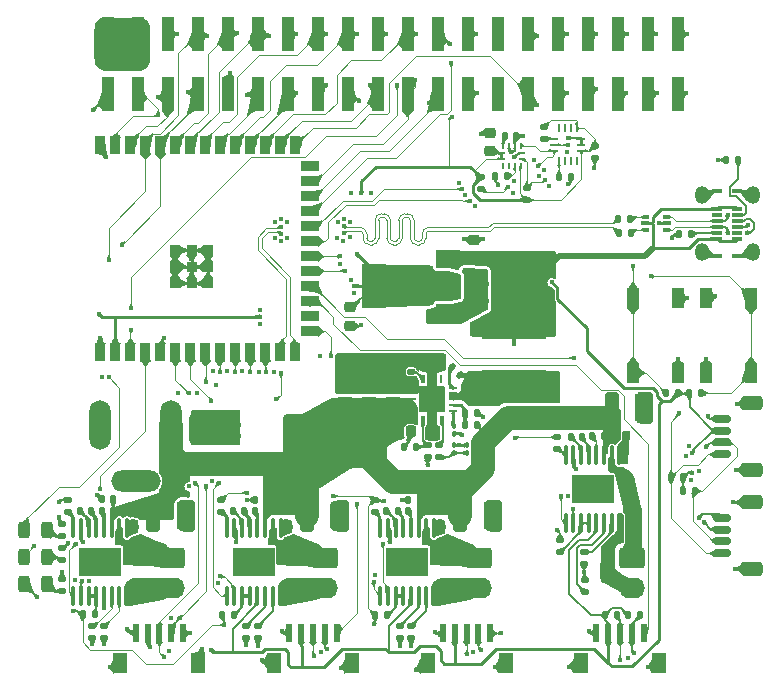
<source format=gbr>
%TF.GenerationSoftware,KiCad,Pcbnew,8.0.6*%
%TF.CreationDate,2024-10-16T15:49:25-04:00*%
%TF.ProjectId,motorgo_plink,6d6f746f-7267-46f5-9f70-6c696e6b2e6b,rev?*%
%TF.SameCoordinates,Original*%
%TF.FileFunction,Copper,L1,Top*%
%TF.FilePolarity,Positive*%
%FSLAX46Y46*%
G04 Gerber Fmt 4.6, Leading zero omitted, Abs format (unit mm)*
G04 Created by KiCad (PCBNEW 8.0.6) date 2024-10-16 15:49:25*
%MOMM*%
%LPD*%
G01*
G04 APERTURE LIST*
G04 Aperture macros list*
%AMRoundRect*
0 Rectangle with rounded corners*
0 $1 Rounding radius*
0 $2 $3 $4 $5 $6 $7 $8 $9 X,Y pos of 4 corners*
0 Add a 4 corners polygon primitive as box body*
4,1,4,$2,$3,$4,$5,$6,$7,$8,$9,$2,$3,0*
0 Add four circle primitives for the rounded corners*
1,1,$1+$1,$2,$3*
1,1,$1+$1,$4,$5*
1,1,$1+$1,$6,$7*
1,1,$1+$1,$8,$9*
0 Add four rect primitives between the rounded corners*
20,1,$1+$1,$2,$3,$4,$5,0*
20,1,$1+$1,$4,$5,$6,$7,0*
20,1,$1+$1,$6,$7,$8,$9,0*
20,1,$1+$1,$8,$9,$2,$3,0*%
%AMFreePoly0*
4,1,45,-0.117574,2.202426,-0.100000,2.160000,-0.100000,1.500000,0.100000,1.500000,0.100000,2.160000,0.117574,2.202426,0.160000,2.220000,0.400000,2.220000,0.442426,2.202426,0.460000,2.160000,0.460000,1.076000,1.016000,1.076000,1.058426,1.058426,1.076000,1.016000,1.076000,-1.016000,1.058426,-1.058426,1.016000,-1.076000,0.460000,-1.076000,0.460000,-2.160000,0.442426,-2.202426,
0.400000,-2.220000,0.160000,-2.220000,0.117574,-2.202426,0.100000,-2.160000,0.100000,-1.500000,-0.100000,-1.500000,-0.100000,-2.160000,-0.117574,-2.202426,-0.160000,-2.220000,-0.400000,-2.220000,-0.442426,-2.202426,-0.460000,-2.160000,-0.460000,-1.076000,-1.016000,-1.076000,-1.058426,-1.058426,-1.076000,-1.016000,-1.076000,1.016000,-1.058426,1.058426,-1.016000,1.076000,-0.460000,1.076000,
-0.460000,2.160000,-0.442426,2.202426,-0.400000,2.220000,-0.160000,2.220000,-0.117574,2.202426,-0.117574,2.202426,$1*%
G04 Aperture macros list end*
%TA.AperFunction,SMDPad,CuDef*%
%ADD10RoundRect,0.100000X0.100000X-0.130000X0.100000X0.130000X-0.100000X0.130000X-0.100000X-0.130000X0*%
%TD*%
%TA.AperFunction,SMDPad,CuDef*%
%ADD11RoundRect,0.135000X0.185000X-0.135000X0.185000X0.135000X-0.185000X0.135000X-0.185000X-0.135000X0*%
%TD*%
%TA.AperFunction,SMDPad,CuDef*%
%ADD12RoundRect,0.135000X-0.135000X-0.185000X0.135000X-0.185000X0.135000X0.185000X-0.135000X0.185000X0*%
%TD*%
%TA.AperFunction,SMDPad,CuDef*%
%ADD13RoundRect,0.140000X0.140000X0.170000X-0.140000X0.170000X-0.140000X-0.170000X0.140000X-0.170000X0*%
%TD*%
%TA.AperFunction,SMDPad,CuDef*%
%ADD14RoundRect,0.135000X-0.185000X0.135000X-0.185000X-0.135000X0.185000X-0.135000X0.185000X0.135000X0*%
%TD*%
%TA.AperFunction,SMDPad,CuDef*%
%ADD15RoundRect,0.140000X-0.170000X0.140000X-0.170000X-0.140000X0.170000X-0.140000X0.170000X0.140000X0*%
%TD*%
%TA.AperFunction,SMDPad,CuDef*%
%ADD16O,0.343000X1.747000*%
%TD*%
%TA.AperFunction,ComponentPad*%
%ADD17C,0.610000*%
%TD*%
%TA.AperFunction,SMDPad,CuDef*%
%ADD18R,3.550000X2.460000*%
%TD*%
%TA.AperFunction,SMDPad,CuDef*%
%ADD19RoundRect,0.150000X-0.625000X0.150000X-0.625000X-0.150000X0.625000X-0.150000X0.625000X0.150000X0*%
%TD*%
%TA.AperFunction,SMDPad,CuDef*%
%ADD20RoundRect,0.250000X-0.650000X0.350000X-0.650000X-0.350000X0.650000X-0.350000X0.650000X0.350000X0*%
%TD*%
%TA.AperFunction,ComponentPad*%
%ADD21RoundRect,0.250000X-0.845000X0.620000X-0.845000X-0.620000X0.845000X-0.620000X0.845000X0.620000X0*%
%TD*%
%TA.AperFunction,ComponentPad*%
%ADD22O,2.190000X1.740000*%
%TD*%
%TA.AperFunction,SMDPad,CuDef*%
%ADD23R,1.000000X1.700000*%
%TD*%
%TA.AperFunction,SMDPad,CuDef*%
%ADD24RoundRect,0.140000X0.219203X0.021213X0.021213X0.219203X-0.219203X-0.021213X-0.021213X-0.219203X0*%
%TD*%
%TA.AperFunction,SMDPad,CuDef*%
%ADD25R,0.600000X1.550000*%
%TD*%
%TA.AperFunction,SMDPad,CuDef*%
%ADD26R,1.200000X1.800000*%
%TD*%
%TA.AperFunction,SMDPad,CuDef*%
%ADD27RoundRect,0.225000X0.250000X-0.225000X0.250000X0.225000X-0.250000X0.225000X-0.250000X-0.225000X0*%
%TD*%
%TA.AperFunction,SMDPad,CuDef*%
%ADD28RoundRect,0.250000X-0.325000X-1.100000X0.325000X-1.100000X0.325000X1.100000X-0.325000X1.100000X0*%
%TD*%
%TA.AperFunction,SMDPad,CuDef*%
%ADD29R,0.500000X0.375000*%
%TD*%
%TA.AperFunction,SMDPad,CuDef*%
%ADD30R,0.650000X0.300000*%
%TD*%
%TA.AperFunction,SMDPad,CuDef*%
%ADD31R,0.280000X0.785000*%
%TD*%
%TA.AperFunction,SMDPad,CuDef*%
%ADD32R,0.785000X0.280000*%
%TD*%
%TA.AperFunction,SMDPad,CuDef*%
%ADD33RoundRect,0.140000X-0.140000X-0.170000X0.140000X-0.170000X0.140000X0.170000X-0.140000X0.170000X0*%
%TD*%
%TA.AperFunction,SMDPad,CuDef*%
%ADD34RoundRect,0.243750X0.243750X0.456250X-0.243750X0.456250X-0.243750X-0.456250X0.243750X-0.456250X0*%
%TD*%
%TA.AperFunction,SMDPad,CuDef*%
%ADD35RoundRect,0.135000X0.135000X0.185000X-0.135000X0.185000X-0.135000X-0.185000X0.135000X-0.185000X0*%
%TD*%
%TA.AperFunction,SMDPad,CuDef*%
%ADD36RoundRect,0.250000X0.475000X-0.250000X0.475000X0.250000X-0.475000X0.250000X-0.475000X-0.250000X0*%
%TD*%
%TA.AperFunction,SMDPad,CuDef*%
%ADD37RoundRect,0.225000X-0.225000X-0.250000X0.225000X-0.250000X0.225000X0.250000X-0.225000X0.250000X0*%
%TD*%
%TA.AperFunction,SMDPad,CuDef*%
%ADD38RoundRect,0.250000X1.750000X1.000000X-1.750000X1.000000X-1.750000X-1.000000X1.750000X-1.000000X0*%
%TD*%
%TA.AperFunction,SMDPad,CuDef*%
%ADD39R,5.500000X1.430000*%
%TD*%
%TA.AperFunction,SMDPad,CuDef*%
%ADD40RoundRect,0.225000X-0.250000X0.225000X-0.250000X-0.225000X0.250000X-0.225000X0.250000X0.225000X0*%
%TD*%
%TA.AperFunction,SMDPad,CuDef*%
%ADD41R,2.000000X1.500000*%
%TD*%
%TA.AperFunction,SMDPad,CuDef*%
%ADD42R,2.000000X3.800000*%
%TD*%
%TA.AperFunction,ComponentPad*%
%ADD43O,1.200000X1.500000*%
%TD*%
%TA.AperFunction,SMDPad,CuDef*%
%ADD44R,0.870000X0.300000*%
%TD*%
%TA.AperFunction,SMDPad,CuDef*%
%ADD45RoundRect,0.250000X0.325000X1.100000X-0.325000X1.100000X-0.325000X-1.100000X0.325000X-1.100000X0*%
%TD*%
%TA.AperFunction,SMDPad,CuDef*%
%ADD46R,0.900000X1.500000*%
%TD*%
%TA.AperFunction,SMDPad,CuDef*%
%ADD47R,1.500000X0.900000*%
%TD*%
%TA.AperFunction,SMDPad,CuDef*%
%ADD48R,0.900000X0.900000*%
%TD*%
%TA.AperFunction,SMDPad,CuDef*%
%ADD49R,0.390000X0.800000*%
%TD*%
%TA.AperFunction,SMDPad,CuDef*%
%ADD50R,0.800000X0.280000*%
%TD*%
%TA.AperFunction,SMDPad,CuDef*%
%ADD51R,0.280000X0.800000*%
%TD*%
%TA.AperFunction,SMDPad,CuDef*%
%ADD52FreePoly0,0.000000*%
%TD*%
%TA.AperFunction,SMDPad,CuDef*%
%ADD53R,1.000000X3.000000*%
%TD*%
%TA.AperFunction,ComponentPad*%
%ADD54O,1.800000X4.200000*%
%TD*%
%TA.AperFunction,ComponentPad*%
%ADD55O,4.200000X1.800000*%
%TD*%
%TA.AperFunction,SMDPad,CuDef*%
%ADD56R,0.280000X0.500000*%
%TD*%
%TA.AperFunction,SMDPad,CuDef*%
%ADD57R,0.500000X0.280000*%
%TD*%
%TA.AperFunction,SMDPad,CuDef*%
%ADD58RoundRect,0.100000X-0.100000X0.130000X-0.100000X-0.130000X0.100000X-0.130000X0.100000X0.130000X0*%
%TD*%
%TA.AperFunction,ViaPad*%
%ADD59C,0.400000*%
%TD*%
%TA.AperFunction,Conductor*%
%ADD60C,0.250000*%
%TD*%
%TA.AperFunction,Conductor*%
%ADD61C,0.180000*%
%TD*%
%TA.AperFunction,Conductor*%
%ADD62C,0.160000*%
%TD*%
%TA.AperFunction,Conductor*%
%ADD63C,0.120000*%
%TD*%
%TA.AperFunction,Conductor*%
%ADD64C,2.000000*%
%TD*%
%TA.AperFunction,Conductor*%
%ADD65C,0.500000*%
%TD*%
G04 APERTURE END LIST*
D10*
%TO.P,C20,1*%
%TO.N,Net-(C1-Pad1)*%
X147400000Y-96920000D03*
%TO.P,C20,2*%
%TO.N,GND*%
X147400000Y-96280000D03*
%TD*%
D11*
%TO.P,R38,1*%
%TO.N,+3.3V*%
X153600000Y-75510000D03*
%TO.P,R38,2*%
%TO.N,/i2c_1.sda*%
X153600000Y-74490000D03*
%TD*%
D12*
%TO.P,R4,1,1*%
%TO.N,GND*%
X166490000Y-78425000D03*
%TO.P,R4,2,2*%
%TO.N,Net-(J1-CC1)*%
X167510000Y-78425000D03*
%TD*%
D13*
%TO.P,C12,1*%
%TO.N,+BATT*%
X144530000Y-100925000D03*
%TO.P,C12,2*%
%TO.N,GND*%
X143570000Y-100925000D03*
%TD*%
D14*
%TO.P,R19,1*%
%TO.N,Net-(U6-COMP)*%
X146200000Y-96290000D03*
%TO.P,R19,2*%
%TO.N,Net-(C1-Pad1)*%
X146200000Y-97310000D03*
%TD*%
D15*
%TO.P,C31,1*%
%TO.N,+3.3V*%
X159353757Y-70968755D03*
%TO.P,C31,2*%
%TO.N,GND*%
X159353757Y-71928755D03*
%TD*%
D14*
%TO.P,Rmode1,1*%
%TO.N,Net-(U3-IMODE)*%
X130825000Y-111630000D03*
%TO.P,Rmode1,2*%
%TO.N,GND*%
X130825000Y-112650000D03*
%TD*%
D16*
%TO.P,U4,1,EN/IN1*%
%TO.N,m1_EN*%
X115198500Y-109023000D03*
%TO.P,U4,2,PH/IN2*%
%TO.N,m1_PH*%
X115848500Y-109023000D03*
%TO.P,U4,3,nSLEEP*%
%TO.N,Net-(U4-nFAULT)*%
X116498500Y-109023000D03*
%TO.P,U4,4,nFAULT*%
X117148500Y-109023000D03*
%TO.P,U4,5,VREF*%
%TO.N,+3.3V*%
X117798500Y-109023000D03*
%TO.P,U4,6,IPROPI*%
%TO.N,Net-(U4-IPROPI)*%
X118448500Y-109023000D03*
%TO.P,U4,7,IMODE*%
%TO.N,Net-(U4-IMODE)*%
X119098500Y-109023000D03*
%TO.P,U4,8,OUT1*%
%TO.N,/motor_controls1/motor_out2*%
X119748500Y-109023000D03*
%TO.P,U4,9,PGND*%
%TO.N,GND*%
X119748500Y-103277000D03*
%TO.P,U4,10,OUT2*%
%TO.N,/motor_controls1/motor_out1*%
X119098500Y-103277000D03*
%TO.P,U4,11,VM*%
%TO.N,+BATT*%
X118448500Y-103277000D03*
%TO.P,U4,12,VCP*%
%TO.N,Net-(U4-VCP)*%
X117798500Y-103277000D03*
%TO.P,U4,13,CPH*%
%TO.N,Net-(U4-CPH)*%
X117148500Y-103277000D03*
%TO.P,U4,14,CPL*%
%TO.N,Net-(U4-CPL)*%
X116498500Y-103277000D03*
%TO.P,U4,15,GND*%
%TO.N,GND*%
X115848500Y-103277000D03*
%TO.P,U4,16,PMODE*%
%TO.N,Net-(U4-PMODE)*%
X115198500Y-103277000D03*
D17*
%TO.P,U4,17,EP*%
%TO.N,GND*%
X116973500Y-105650000D03*
X116973500Y-106650000D03*
D18*
X117473500Y-106150000D03*
D17*
X117973500Y-105650000D03*
X117973500Y-106650000D03*
%TD*%
D19*
%TO.P,J15,1,GND*%
%TO.N,GND*%
X170150000Y-102432000D03*
%TO.P,J15,2,VCC*%
%TO.N,+3.3V*%
X170150000Y-103432000D03*
%TO.P,J15,3,SDA*%
%TO.N,sda*%
X170150000Y-104432000D03*
%TO.P,J15,4,SCL*%
%TO.N,scl*%
X170150000Y-105432000D03*
D20*
%TO.P,J15,MP*%
%TO.N,GND*%
X172675000Y-101132000D03*
X172675000Y-106732000D03*
%TD*%
D13*
%TO.P,C30,1*%
%TO.N,GND*%
X152680000Y-70100000D03*
%TO.P,C30,2*%
%TO.N,Net-(U10-C1)*%
X151720000Y-70100000D03*
%TD*%
D21*
%TO.P,J22,1,Pin_1*%
%TO.N,/motor_controls4/motor_out1*%
X162530000Y-105810000D03*
D22*
%TO.P,J22,2,Pin_2*%
%TO.N,/motor_controls4/motor_out2*%
X162530000Y-108350000D03*
%TD*%
D12*
%TO.P,R5,1,1*%
%TO.N,GND*%
X170490000Y-72100000D03*
%TO.P,R5,2,2*%
%TO.N,Net-(J1-CC2)*%
X171510000Y-72100000D03*
%TD*%
%TO.P,R10,1*%
%TO.N,+5V*%
X127765000Y-110675000D03*
%TO.P,R10,2*%
%TO.N,Net-(U3-nFAULT)*%
X128785000Y-110675000D03*
%TD*%
D11*
%TO.P,R2,1,1*%
%TO.N,Net-(D2-K)*%
X114250000Y-104010000D03*
%TO.P,R2,2,2*%
%TO.N,GND*%
X114250000Y-102990000D03*
%TD*%
D23*
%TO.P,J2,1,1*%
%TO.N,GND*%
X166400000Y-83850000D03*
X166400000Y-90150000D03*
%TO.P,J2,2,2*%
%TO.N,boot*%
X162600000Y-83850000D03*
X162600000Y-90150000D03*
%TD*%
D24*
%TO.P,C22,1*%
%TO.N,Net-(C22-Pad1)*%
X147939411Y-90339411D03*
%TO.P,C22,2*%
%TO.N,Net-(U6-BOOT)*%
X147260589Y-89660589D03*
%TD*%
D12*
%TO.P,R14,1*%
%TO.N,+5V*%
X140765000Y-110675000D03*
%TO.P,R14,2*%
%TO.N,Net-(U5-nFAULT)*%
X141785000Y-110675000D03*
%TD*%
D11*
%TO.P,R50,1*%
%TO.N,Net-(U11-CS)*%
X155071957Y-70344954D03*
%TO.P,R50,2*%
%TO.N,+3.3V*%
X155071957Y-69324954D03*
%TD*%
D14*
%TO.P,R11,1*%
%TO.N,+5V*%
X127750000Y-100890000D03*
%TO.P,R11,2*%
%TO.N,Net-(U3-PMODE)*%
X127750000Y-101910000D03*
%TD*%
D11*
%TO.P,Rp4,1*%
%TO.N,Net-(U9-IPROPI)*%
X158500000Y-108710000D03*
%TO.P,Rp4,2*%
%TO.N,GND*%
X158500000Y-107690000D03*
%TD*%
D25*
%TO.P,J18,1,1*%
%TO.N,/connectors.enc3.cs*%
X150500000Y-112225000D03*
%TO.P,J18,2,2*%
%TO.N,/connectors.enc_scl*%
X149500000Y-112225000D03*
%TO.P,J18,3,3*%
%TO.N,/connectors.enc_sda*%
X148500000Y-112225000D03*
%TO.P,J18,4,4*%
%TO.N,+3.3V*%
X147500000Y-112225000D03*
%TO.P,J18,5,5*%
%TO.N,GND*%
X146500000Y-112225000D03*
D26*
%TO.P,J18,S1,SHIELD*%
X151800000Y-114750000D03*
%TO.P,J18,S2,SHIELD__1*%
X145200000Y-114750000D03*
%TD*%
D27*
%TO.P,C32,1*%
%TO.N,+3.3V*%
X150500000Y-71375000D03*
%TO.P,C32,2*%
%TO.N,GND*%
X150500000Y-69825000D03*
%TD*%
D28*
%TO.P,C10,1*%
%TO.N,+BATT*%
X121979085Y-102242470D03*
%TO.P,C10,2*%
%TO.N,GND*%
X124929085Y-102242470D03*
%TD*%
D13*
%TO.P,C4,1*%
%TO.N,+BATT*%
X131530000Y-100900000D03*
%TO.P,C4,2*%
%TO.N,GND*%
X130570000Y-100900000D03*
%TD*%
D29*
%TO.P,U2,1,I/O1*%
%TO.N,Net-(J1-DP1)*%
X165397000Y-78037500D03*
D30*
%TO.P,U2,2,GND*%
%TO.N,GND*%
X165472000Y-77500000D03*
D29*
%TO.P,U2,3,I/O2*%
%TO.N,Net-(J1-DN1)*%
X165397000Y-76962500D03*
%TO.P,U2,4,I/O2*%
%TO.N,Net-(R7-Pad2)*%
X163697000Y-76962500D03*
D30*
%TO.P,U2,5,VBUS*%
%TO.N,+5V*%
X163622000Y-77500000D03*
D29*
%TO.P,U2,6,I/O1*%
%TO.N,Net-(R6-Pad2)*%
X163697000Y-78037500D03*
%TD*%
D12*
%TO.P,R6,1,1*%
%TO.N,usb_d+*%
X161367000Y-78279000D03*
%TO.P,R6,2,2*%
%TO.N,Net-(R6-Pad2)*%
X162387000Y-78279000D03*
%TD*%
D31*
%TO.P,U11,1,SDO/SA0*%
%TO.N,Net-(U11-SDO{slash}SA0)*%
X156331000Y-72242000D03*
%TO.P,U11,2,SDX*%
%TO.N,unconnected-(U11-SDX-Pad2)*%
X156831000Y-72242000D03*
%TO.P,U11,3,SCX*%
%TO.N,unconnected-(U11-SCX-Pad3)*%
X157331000Y-72242000D03*
%TO.P,U11,4,INT1*%
%TO.N,unconnected-(U11-INT1-Pad4)*%
X157831000Y-72242000D03*
D32*
%TO.P,U11,5,VDDIO*%
%TO.N,+3.3V*%
X158223000Y-71350000D03*
%TO.P,U11,6,GND*%
%TO.N,GND*%
X158223000Y-70850000D03*
%TO.P,U11,7,GND*%
X158223000Y-70350000D03*
D31*
%TO.P,U11,8,VDD*%
%TO.N,+3.3V*%
X157831000Y-69458000D03*
%TO.P,U11,9,INT2*%
%TO.N,unconnected-(U11-INT2-Pad9)*%
X157331000Y-69458000D03*
%TO.P,U11,10,NC*%
%TO.N,unconnected-(U11-NC-Pad10)*%
X156831000Y-69458000D03*
%TO.P,U11,11,NC*%
%TO.N,unconnected-(U11-NC-Pad11)*%
X156331000Y-69458000D03*
D32*
%TO.P,U11,12,CS*%
%TO.N,Net-(U11-CS)*%
X155939000Y-70350000D03*
%TO.P,U11,13,SCL*%
%TO.N,/i2c_1.sda*%
X155939000Y-70850000D03*
%TO.P,U11,14,SDA*%
%TO.N,/i2c_1.scl*%
X155939000Y-71350000D03*
%TD*%
D33*
%TO.P,C28,1*%
%TO.N,Net-(U9-CPL)*%
X157320000Y-95550000D03*
%TO.P,C28,2*%
%TO.N,Net-(U9-CPH)*%
X158280000Y-95550000D03*
%TD*%
D34*
%TO.P,D1,1,K*%
%TO.N,Net-(D1-K)*%
X112937500Y-105760000D03*
%TO.P,D1,2,A*%
%TO.N,gpio44*%
X111062500Y-105760000D03*
%TD*%
D14*
%TO.P,Rp2,1*%
%TO.N,Net-(U4-IPROPI)*%
X116825000Y-111615000D03*
%TO.P,Rp2,2*%
%TO.N,GND*%
X116825000Y-112635000D03*
%TD*%
D19*
%TO.P,J13,1,GND*%
%TO.N,GND*%
X170150000Y-94050000D03*
%TO.P,J13,2,VCC*%
%TO.N,+3.3V*%
X170150000Y-95050000D03*
%TO.P,J13,3,SDA*%
%TO.N,sda*%
X170150000Y-96050000D03*
%TO.P,J13,4,SCL*%
%TO.N,scl*%
X170150000Y-97050000D03*
D20*
%TO.P,J13,MP*%
%TO.N,GND*%
X172675000Y-92750000D03*
X172675000Y-98350000D03*
%TD*%
D35*
%TO.P,R25,1*%
%TO.N,Net-(U6-VSENSE)*%
X144210000Y-96400000D03*
%TO.P,R25,2*%
%TO.N,GND*%
X143190000Y-96400000D03*
%TD*%
D28*
%TO.P,C29,1*%
%TO.N,+BATT*%
X160775000Y-93100000D03*
%TO.P,C29,2*%
%TO.N,GND*%
X163725000Y-93100000D03*
%TD*%
D36*
%TO.P,C19,1*%
%TO.N,+BATT*%
X138250000Y-92750000D03*
%TO.P,C19,2*%
%TO.N,GND*%
X138250000Y-90850000D03*
%TD*%
D33*
%TO.P,C27,1*%
%TO.N,+BATT*%
X160981164Y-95551743D03*
%TO.P,C27,2*%
%TO.N,GND*%
X161941164Y-95551743D03*
%TD*%
%TO.P,C11,1*%
%TO.N,Net-(U5-VCP)*%
X143560196Y-101845085D03*
%TO.P,C11,2*%
%TO.N,+BATT*%
X144520196Y-101845085D03*
%TD*%
D37*
%TO.P,C17,1*%
%TO.N,+BATT*%
X142225000Y-95100000D03*
%TO.P,C17,2*%
%TO.N,GND*%
X143775000Y-95100000D03*
%TD*%
D33*
%TO.P,C7,1*%
%TO.N,Net-(U4-VCP)*%
X117620000Y-101850000D03*
%TO.P,C7,2*%
%TO.N,+BATT*%
X118580000Y-101850000D03*
%TD*%
D14*
%TO.P,Rmode3,1*%
%TO.N,Net-(U5-IMODE)*%
X143825000Y-111615001D03*
%TO.P,Rmode3,2*%
%TO.N,GND*%
X143825000Y-112634999D03*
%TD*%
D12*
%TO.P,R17,1*%
%TO.N,Net-(U6-EN)*%
X148390000Y-93576500D03*
%TO.P,R17,2*%
%TO.N,GND*%
X149410000Y-93576500D03*
%TD*%
D38*
%TO.P,C16,1,+*%
%TO.N,+BATT*%
X135000000Y-94950000D03*
%TO.P,C16,2,-*%
%TO.N,GND*%
X127000000Y-94950000D03*
%TD*%
D21*
%TO.P,J8,1,Pin_1*%
%TO.N,/motor_controls1/motor_out1*%
X123530000Y-105810000D03*
D22*
%TO.P,J8,2,Pin_2*%
%TO.N,/motor_controls1/motor_out2*%
X123530000Y-108350000D03*
%TD*%
D14*
%TO.P,R15,1*%
%TO.N,+5V*%
X140750000Y-100890000D03*
%TO.P,R15,2*%
%TO.N,Net-(U5-PMODE)*%
X140750000Y-101910000D03*
%TD*%
D12*
%TO.P,R7,1,1*%
%TO.N,usb_d-*%
X161356000Y-77093000D03*
%TO.P,R7,2,2*%
%TO.N,Net-(R7-Pad2)*%
X162376000Y-77093000D03*
%TD*%
D36*
%TO.P,C2,1*%
%TO.N,+BATT*%
X142250000Y-92750000D03*
%TO.P,C2,2*%
%TO.N,GND*%
X142250000Y-90850000D03*
%TD*%
D39*
%TO.P,L1,1,1*%
%TO.N,Net-(C22-Pad1)*%
X152500000Y-90620000D03*
%TO.P,L1,2,2*%
%TO.N,+5V*%
X152500000Y-86580000D03*
%TD*%
D11*
%TO.P,R1,1,1*%
%TO.N,Net-(D1-K)*%
X114250000Y-106010000D03*
%TO.P,R1,2,2*%
%TO.N,GND*%
X114250000Y-104990000D03*
%TD*%
D40*
%TO.P,C25,1,1*%
%TO.N,+3.3V*%
X138600000Y-84625000D03*
%TO.P,C25,2,2*%
%TO.N,GND*%
X138600000Y-86175000D03*
%TD*%
D41*
%TO.P,U8,1,GND*%
%TO.N,GND*%
X146950000Y-85100000D03*
%TO.P,U8,2,VO*%
%TO.N,+3.3V*%
X146950000Y-82800000D03*
D42*
X140650000Y-82800000D03*
D41*
%TO.P,U8,3,VI*%
%TO.N,+5V*%
X146950000Y-80500000D03*
%TD*%
D43*
%TO.P,J1,1,SHELL_GND*%
%TO.N,GND*%
X168425315Y-79942881D03*
%TO.P,J1,2,SHELL_GND*%
X172725315Y-79942881D03*
%TO.P,J1,3,SHELL_GND*%
X168425315Y-75142881D03*
%TO.P,J1,4,SHELL_GND*%
X172725315Y-75142881D03*
D44*
%TO.P,J1,A1,GND*%
X169710315Y-80292881D03*
%TO.P,J1,A4,Vbus*%
%TO.N,+5V*%
X169710315Y-78792881D03*
%TO.P,J1,A5,CC1*%
%TO.N,Net-(J1-CC1)*%
X169710315Y-78292881D03*
%TO.P,J1,A6,DP1*%
%TO.N,Net-(J1-DP1)*%
X169710315Y-77792881D03*
%TO.P,J1,A7,DN1*%
%TO.N,Net-(J1-DN1)*%
X169710315Y-77292881D03*
%TO.P,J1,A8,SBU1*%
%TO.N,unconnected-(J1-SBU1-PadA8)*%
X169710315Y-76792881D03*
%TO.P,J1,A9,VBUS*%
%TO.N,+5V*%
X169710315Y-76292881D03*
%TO.P,J1,A12,GND*%
%TO.N,GND*%
X169710315Y-74792881D03*
%TO.P,J1,B1,GND*%
X171440315Y-74792881D03*
%TO.P,J1,B4,VBUS*%
%TO.N,+5V*%
X171440315Y-76292881D03*
%TO.P,J1,B5,CC2*%
%TO.N,Net-(J1-CC2)*%
X171440315Y-76792881D03*
%TO.P,J1,B6,DP2*%
%TO.N,Net-(J1-DP1)*%
X171440315Y-77292881D03*
%TO.P,J1,B7,DN2*%
%TO.N,Net-(J1-DN1)*%
X171440315Y-77792881D03*
%TO.P,J1,B8,SBU2*%
%TO.N,unconnected-(J1-SBU2-PadB8)*%
X171440315Y-78292881D03*
%TO.P,J1,B9,VBUS*%
%TO.N,+5V*%
X171440315Y-78792881D03*
%TO.P,J1,B12,GND*%
%TO.N,GND*%
X171440315Y-80292881D03*
%TD*%
D14*
%TO.P,Rp3,1*%
%TO.N,Net-(U5-IPROPI)*%
X142850000Y-111615000D03*
%TO.P,Rp3,2*%
%TO.N,GND*%
X142850000Y-112635000D03*
%TD*%
D45*
%TO.P,C23,1*%
%TO.N,+5V*%
X152175000Y-82800000D03*
%TO.P,C23,2*%
%TO.N,GND*%
X149225000Y-82800000D03*
%TD*%
D14*
%TO.P,R36,1*%
%TO.N,+5V*%
X156400000Y-104290000D03*
%TO.P,R36,2*%
%TO.N,Net-(U9-nFAULT)*%
X156400000Y-105310000D03*
%TD*%
D28*
%TO.P,C6,1*%
%TO.N,+BATT*%
X134979085Y-102242470D03*
%TO.P,C6,2*%
%TO.N,GND*%
X137929085Y-102242470D03*
%TD*%
D11*
%TO.P,R3,1,1*%
%TO.N,Net-(D3-K)*%
X114261000Y-108599001D03*
%TO.P,R3,2,2*%
%TO.N,GND*%
X114261000Y-107579001D03*
%TD*%
D12*
%TO.P,R33,1,1*%
%TO.N,+3.3V*%
X160190000Y-110700000D03*
%TO.P,R33,2,2*%
%TO.N,/connectors.enc_sda*%
X161210000Y-110700000D03*
%TD*%
D23*
%TO.P,J3,1,1*%
%TO.N,reset*%
X172600000Y-83850000D03*
X172600000Y-90150000D03*
%TO.P,J3,2,2*%
%TO.N,GND*%
X168800000Y-83850000D03*
X168800000Y-90150000D03*
%TD*%
D33*
%TO.P,C3,1*%
%TO.N,Net-(U3-VCP)*%
X130570000Y-101850000D03*
%TO.P,C3,2*%
%TO.N,+BATT*%
X131530000Y-101850000D03*
%TD*%
D25*
%TO.P,J16,1,1*%
%TO.N,/connectors.enc2.cs*%
X137500000Y-112225000D03*
%TO.P,J16,2,2*%
%TO.N,/connectors.enc_scl*%
X136500000Y-112225000D03*
%TO.P,J16,3,3*%
%TO.N,/connectors.enc_sda*%
X135500000Y-112225000D03*
%TO.P,J16,4,4*%
%TO.N,+3.3V*%
X134500000Y-112225000D03*
%TO.P,J16,5,5*%
%TO.N,GND*%
X133500000Y-112225000D03*
D26*
%TO.P,J16,S1,SHIELD*%
X138800000Y-114750000D03*
%TO.P,J16,S2,SHIELD__1*%
X132200000Y-114750000D03*
%TD*%
D12*
%TO.P,R32,1,1*%
%TO.N,+3.3V*%
X162190000Y-110700000D03*
%TO.P,R32,2,2*%
%TO.N,/connectors.enc_scl*%
X163210000Y-110700000D03*
%TD*%
D46*
%TO.P,U1,1,GND*%
%TO.N,GND*%
X117500000Y-88406000D03*
%TO.P,U1,2,3V3*%
%TO.N,+3.3V*%
X118770000Y-88406000D03*
%TO.P,U1,3,EN*%
%TO.N,reset*%
X120040000Y-88406000D03*
%TO.P,U1,4,GPIO4/TOUCH4/ADC1_CH3*%
%TO.N,/connectors.enc1.cs*%
X121310000Y-88406000D03*
%TO.P,U1,5,GPIO5/TOUCH5/ADC1_CH4*%
%TO.N,/connectors.enc2.cs*%
X122580000Y-88406000D03*
%TO.P,U1,6,GPIO6/TOUCH6/ADC1_CH5*%
%TO.N,/connectors.enc_sda*%
X123850000Y-88406000D03*
%TO.P,U1,7,GPIO7/TOUCH7/ADC1_CH6*%
%TO.N,/connectors.enc_scl*%
X125120000Y-88406000D03*
%TO.P,U1,8,GPIO15/U0RTS/ADC2_CH4/XTAL_32K_P*%
%TO.N,m1_PH*%
X126390000Y-88406000D03*
%TO.P,U1,9,GPIO16/U0CTS/ADC2_CH5/XTAL_32K_N*%
%TO.N,m1_EN*%
X127660000Y-88406000D03*
%TO.P,U1,10,GPIO17/U1TXD/ADC2_CH6*%
%TO.N,m2_EN*%
X128930000Y-88406000D03*
%TO.P,U1,11,GPIO18/U1RXD/ADC2_CH7/CLK_OUT3*%
%TO.N,m2_PH*%
X130200000Y-88406000D03*
%TO.P,U1,12,GPIO8/TOUCH8/ADC1_CH7/SUBSPICS1*%
%TO.N,m3_EN*%
X131470000Y-88406000D03*
%TO.P,U1,13,GPIO19/U1RTS/ADC2_CH8/CLK_OUT2/USB_D-*%
%TO.N,usb_d-*%
X132740000Y-88406000D03*
%TO.P,U1,14,GPIO20/U1CTS/ADC2_CH9/CLK_OUT1/USB_D+*%
%TO.N,usb_d+*%
X134010000Y-88406000D03*
D47*
%TO.P,U1,15,GPIO3/TOUCH3/ADC1_CH2*%
%TO.N,m3_PH*%
X135260000Y-86641000D03*
%TO.P,U1,16,GPIO46*%
%TO.N,unconnected-(U1-GPIO46-Pad16)*%
X135260000Y-85371000D03*
%TO.P,U1,17,GPIO9/TOUCH9/ADC1_CH8/FSPIHD/SUBSPIHD*%
%TO.N,/connectors.enc4.cs*%
X135260000Y-84101000D03*
%TO.P,U1,18,GPIO10/TOUCH10/ADC1_CH9/FSPICS0/FSPIIO4/SUBSPICS0*%
%TO.N,/connectors.enc3.cs*%
X135260000Y-82831000D03*
%TO.P,U1,19,GPIO11/TOUCH11/ADC2_CH0/FSPID/FSPIIO5/SUBSPID*%
%TO.N,m4_EN*%
X135260000Y-81561000D03*
%TO.P,U1,20,GPIO12/TOUCH12/ADC2_CH1/FSPICLK/FSPIIO6/SUBSPICLK*%
%TO.N,m4_PH*%
X135260000Y-80291000D03*
%TO.P,U1,21,GPIO13/TOUCH13/ADC2_CH2/FSPIQ/FSPIIO7/SUBSPIQ*%
%TO.N,/i2c_1.sda*%
X135260000Y-79021000D03*
%TO.P,U1,22,GPIO14/TOUCH14/ADC2_CH3/FSPIWP/FSPIDQS/SUBSPIWP*%
%TO.N,/i2c_1.scl*%
X135260000Y-77751000D03*
%TO.P,U1,23,GPIO21*%
%TO.N,gpio21*%
X135260000Y-76481000D03*
%TO.P,U1,24,GPIO47/SPICLK_P/SUBSPICLK_P_DIFF*%
%TO.N,gpio47*%
X135260000Y-75211000D03*
%TO.P,U1,25,GPIO48/SPICLK_N/SUBSPICLK_N_DIFF*%
%TO.N,gpio48*%
X135260000Y-73941000D03*
%TO.P,U1,26,GPIO45*%
%TO.N,unconnected-(U1-GPIO45-Pad26)*%
X135260000Y-72671000D03*
D46*
%TO.P,U1,27,GPIO0/BOOT*%
%TO.N,boot*%
X134010000Y-70906000D03*
%TO.P,U1,28,SPIIO6/GPIO35/FSPID/SUBSPID*%
%TO.N,gpio35*%
X132740000Y-70906000D03*
%TO.P,U1,29,SPIIO7/GPIO36/FSPICLK/SUBSPICLK*%
%TO.N,gpio36*%
X131470000Y-70906000D03*
%TO.P,U1,30,SPIDQS/GPIO37/FSPIQ/SUBSPIQ*%
%TO.N,gpio37*%
X130200000Y-70906000D03*
%TO.P,U1,31,GPIO38/FSPIWP/SUBSPIWP*%
%TO.N,gpio38*%
X128930000Y-70906000D03*
%TO.P,U1,32,MTCK/GPIO39/CLK_OUT3/SUBSPICS1*%
%TO.N,gpio39*%
X127660000Y-70906000D03*
%TO.P,U1,33,MTDO/GPIO40/CLK_OUT2*%
%TO.N,gpio40*%
X126390000Y-70906000D03*
%TO.P,U1,34,MTDI/GPIO41/CLK_OUT1*%
%TO.N,gpio41*%
X125120000Y-70906000D03*
%TO.P,U1,35,MTMS/GPIO42*%
%TO.N,gpio42*%
X123850000Y-70906000D03*
%TO.P,U1,36,U0RXD/GPIO44/CLK_OUT2*%
%TO.N,gpio44*%
X122580000Y-70906000D03*
%TO.P,U1,37,U0TXD/GPIO43/CLK_OUT1*%
%TO.N,gpio43*%
X121310000Y-70906000D03*
%TO.P,U1,38,GPIO2/TOUCH2/ADC1_CH1*%
%TO.N,scl*%
X120040000Y-70906000D03*
%TO.P,U1,39,GPIO1/TOUCH1/ADC1_CH0*%
%TO.N,sda*%
X118770000Y-70906000D03*
%TO.P,U1,40,GND*%
%TO.N,GND*%
X117500000Y-70906000D03*
D48*
%TO.P,U1,41,GND*%
X123820000Y-82556000D03*
X125220000Y-82556000D03*
X126620000Y-82556000D03*
X123820000Y-81156000D03*
X125220000Y-81156000D03*
X126620000Y-81156000D03*
X123820000Y-79756000D03*
X125220000Y-79756000D03*
X126620000Y-79756000D03*
%TD*%
D13*
%TO.P,C8,1*%
%TO.N,+BATT*%
X118580000Y-100850000D03*
%TO.P,C8,2*%
%TO.N,GND*%
X117620000Y-100850000D03*
%TD*%
D34*
%TO.P,D3,1,K*%
%TO.N,Net-(D3-K)*%
X112937500Y-108000000D03*
%TO.P,D3,2,A*%
%TO.N,+3.3V*%
X111062500Y-108000000D03*
%TD*%
D12*
%TO.P,R12,1*%
%TO.N,+5V*%
X115990000Y-110600000D03*
%TO.P,R12,2*%
%TO.N,Net-(U4-nFAULT)*%
X117010000Y-110600000D03*
%TD*%
D33*
%TO.P,C26,1*%
%TO.N,Net-(U9-VCP)*%
X159157174Y-95547390D03*
%TO.P,C26,2*%
%TO.N,+BATT*%
X160117174Y-95547390D03*
%TD*%
D14*
%TO.P,Rmode2,1*%
%TO.N,Net-(U4-IMODE)*%
X117825000Y-111615000D03*
%TO.P,Rmode2,2*%
%TO.N,GND*%
X117825000Y-112635000D03*
%TD*%
D34*
%TO.P,D2,1,K*%
%TO.N,Net-(D2-K)*%
X112937500Y-103500000D03*
%TO.P,D2,2,A*%
%TO.N,gpio43*%
X111062500Y-103500000D03*
%TD*%
D11*
%TO.P,R24,1*%
%TO.N,+5V*%
X145200000Y-97309999D03*
%TO.P,R24,2*%
%TO.N,Net-(U6-VSENSE)*%
X145200000Y-96290001D03*
%TD*%
D16*
%TO.P,U9,1,EN/IN1*%
%TO.N,m4_EN*%
X156898500Y-102898000D03*
%TO.P,U9,2,PH/IN2*%
%TO.N,m4_PH*%
X157548500Y-102898000D03*
%TO.P,U9,3,nSLEEP*%
%TO.N,Net-(U9-nFAULT)*%
X158198500Y-102898000D03*
%TO.P,U9,4,nFAULT*%
X158848500Y-102898000D03*
%TO.P,U9,5,VREF*%
%TO.N,+3.3V*%
X159498500Y-102898000D03*
%TO.P,U9,6,IPROPI*%
%TO.N,Net-(U9-IPROPI)*%
X160148500Y-102898000D03*
%TO.P,U9,7,IMODE*%
%TO.N,Net-(U9-IMODE)*%
X160798500Y-102898000D03*
%TO.P,U9,8,OUT1*%
%TO.N,/motor_controls4/motor_out2*%
X161448500Y-102898000D03*
%TO.P,U9,9,PGND*%
%TO.N,GND*%
X161448500Y-97152000D03*
%TO.P,U9,10,OUT2*%
%TO.N,/motor_controls4/motor_out1*%
X160798500Y-97152000D03*
%TO.P,U9,11,VM*%
%TO.N,+BATT*%
X160148500Y-97152000D03*
%TO.P,U9,12,VCP*%
%TO.N,Net-(U9-VCP)*%
X159498500Y-97152000D03*
%TO.P,U9,13,CPH*%
%TO.N,Net-(U9-CPH)*%
X158848500Y-97152000D03*
%TO.P,U9,14,CPL*%
%TO.N,Net-(U9-CPL)*%
X158198500Y-97152000D03*
%TO.P,U9,15,GND*%
%TO.N,GND*%
X157548500Y-97152000D03*
%TO.P,U9,16,PMODE*%
%TO.N,Net-(U9-PMODE)*%
X156898500Y-97152000D03*
D17*
%TO.P,U9,17,EP*%
%TO.N,GND*%
X158673500Y-99525000D03*
X158673500Y-100525000D03*
D18*
X159173500Y-100025000D03*
D17*
X159673500Y-99525000D03*
X159673500Y-100525000D03*
%TD*%
D12*
%TO.P,R49,1*%
%TO.N,Net-(U11-SDO{slash}SA0)*%
X156352500Y-73567500D03*
%TO.P,R49,2*%
%TO.N,GND*%
X157372500Y-73567500D03*
%TD*%
%TO.P,R30,1,1*%
%TO.N,+3.3V*%
X166790000Y-100150000D03*
%TO.P,R30,2,2*%
%TO.N,sda*%
X167810000Y-100150000D03*
%TD*%
D27*
%TO.P,C24,1,1*%
%TO.N,+5V*%
X149100000Y-80475000D03*
%TO.P,C24,2,2*%
%TO.N,GND*%
X149100000Y-78925000D03*
%TD*%
D14*
%TO.P,Rp1,1*%
%TO.N,Net-(U3-IPROPI)*%
X129825000Y-111630000D03*
%TO.P,Rp1,2*%
%TO.N,GND*%
X129825000Y-112650000D03*
%TD*%
D16*
%TO.P,U3,1,EN/IN1*%
%TO.N,m2_EN*%
X128198500Y-109023000D03*
%TO.P,U3,2,PH/IN2*%
%TO.N,m2_PH*%
X128848500Y-109023000D03*
%TO.P,U3,3,nSLEEP*%
%TO.N,Net-(U3-nFAULT)*%
X129498500Y-109023000D03*
%TO.P,U3,4,nFAULT*%
X130148500Y-109023000D03*
%TO.P,U3,5,VREF*%
%TO.N,+3.3V*%
X130798500Y-109023000D03*
%TO.P,U3,6,IPROPI*%
%TO.N,Net-(U3-IPROPI)*%
X131448500Y-109023000D03*
%TO.P,U3,7,IMODE*%
%TO.N,Net-(U3-IMODE)*%
X132098500Y-109023000D03*
%TO.P,U3,8,OUT1*%
%TO.N,/motor_controls2/motor_out2*%
X132748500Y-109023000D03*
%TO.P,U3,9,PGND*%
%TO.N,GND*%
X132748500Y-103277000D03*
%TO.P,U3,10,OUT2*%
%TO.N,/motor_controls2/motor_out1*%
X132098500Y-103277000D03*
%TO.P,U3,11,VM*%
%TO.N,+BATT*%
X131448500Y-103277000D03*
%TO.P,U3,12,VCP*%
%TO.N,Net-(U3-VCP)*%
X130798500Y-103277000D03*
%TO.P,U3,13,CPH*%
%TO.N,Net-(U3-CPH)*%
X130148500Y-103277000D03*
%TO.P,U3,14,CPL*%
%TO.N,Net-(U3-CPL)*%
X129498500Y-103277000D03*
%TO.P,U3,15,GND*%
%TO.N,GND*%
X128848500Y-103277000D03*
%TO.P,U3,16,PMODE*%
%TO.N,Net-(U3-PMODE)*%
X128198500Y-103277000D03*
D17*
%TO.P,U3,17,EP*%
%TO.N,GND*%
X129973500Y-105650000D03*
X129973500Y-106650000D03*
D18*
X130473500Y-106150000D03*
D17*
X130973500Y-105650000D03*
X130973500Y-106650000D03*
%TD*%
D25*
%TO.P,J14,1,1*%
%TO.N,/connectors.enc1.cs*%
X124500000Y-112225000D03*
%TO.P,J14,2,2*%
%TO.N,/connectors.enc_scl*%
X123500000Y-112225000D03*
%TO.P,J14,3,3*%
%TO.N,/connectors.enc_sda*%
X122500000Y-112225000D03*
%TO.P,J14,4,4*%
%TO.N,+3.3V*%
X121500000Y-112225000D03*
%TO.P,J14,5,5*%
%TO.N,GND*%
X120500000Y-112225000D03*
D26*
%TO.P,J14,S1,SHIELD*%
X125800000Y-114750000D03*
%TO.P,J14,S2,SHIELD__1*%
X119200000Y-114750000D03*
%TD*%
D49*
%TO.P,U6,1,RT/CLK*%
%TO.N,Net-(U6-RT{slash}CLK)*%
X144795000Y-90675000D03*
D50*
%TO.P,U6,2,GND*%
%TO.N,GND*%
X143875000Y-91400000D03*
%TO.P,U6,3,GND*%
X143875000Y-91900000D03*
%TO.P,U6,4,PVIN*%
%TO.N,+BATT*%
X143875000Y-92400000D03*
%TO.P,U6,5,PVIN*%
X143875000Y-92900000D03*
%TO.P,U6,6,VIN*%
X143875000Y-93400000D03*
D49*
%TO.P,U6,7,VSENSE*%
%TO.N,Net-(U6-VSENSE)*%
X144795000Y-94125000D03*
%TO.P,U6,8,COMP*%
%TO.N,Net-(U6-COMP)*%
X146405000Y-94125000D03*
D50*
%TO.P,U6,9,SS/TR*%
%TO.N,Net-(U6-SS{slash}TR)*%
X147325000Y-93400000D03*
%TO.P,U6,10,EN*%
%TO.N,Net-(U6-EN)*%
X147325000Y-92900000D03*
%TO.P,U6,11,PH*%
%TO.N,Net-(C22-Pad1)*%
X147325000Y-92400000D03*
%TO.P,U6,12,PH*%
X147325000Y-91900000D03*
%TO.P,U6,13,BOOT*%
%TO.N,Net-(U6-BOOT)*%
X147325000Y-91400000D03*
D51*
%TO.P,U6,14,PWRGD*%
%TO.N,unconnected-(U6-PWRGD-Pad14)*%
X146350000Y-90675000D03*
D52*
%TO.P,U6,15,EP*%
%TO.N,GND*%
X145600000Y-92400000D03*
%TD*%
D21*
%TO.P,J6,1,Pin_1*%
%TO.N,/motor_controls2/motor_out1*%
X136530000Y-105810000D03*
D22*
%TO.P,J6,2,Pin_2*%
%TO.N,/motor_controls2/motor_out2*%
X136530000Y-108350000D03*
%TD*%
D35*
%TO.P,R31,1,1*%
%TO.N,+3.3V*%
X166835000Y-99000000D03*
%TO.P,R31,2,2*%
%TO.N,scl*%
X165815000Y-99000000D03*
%TD*%
D53*
%TO.P,J4,1,Pin_1*%
%TO.N,+5V*%
X118114890Y-61472132D03*
%TO.P,J4,2,Pin_2*%
%TO.N,+3.3V*%
X118114890Y-66512132D03*
%TO.P,J4,3,Pin_3*%
%TO.N,+5V*%
X120654890Y-61472132D03*
%TO.P,J4,4,Pin_4*%
%TO.N,sda*%
X120654890Y-66512132D03*
%TO.P,J4,5,Pin_5*%
%TO.N,GND*%
X123194890Y-61472132D03*
%TO.P,J4,6,Pin_6*%
%TO.N,scl*%
X123194890Y-66512132D03*
%TO.P,J4,7,Pin_7*%
%TO.N,gpio43*%
X125734890Y-61472132D03*
%TO.P,J4,8,Pin_8*%
%TO.N,gpio44*%
X125734890Y-66512132D03*
%TO.P,J4,9,Pin_9*%
%TO.N,gpio42*%
X128274890Y-61472132D03*
%TO.P,J4,10,Pin_10*%
%TO.N,GND*%
X128274890Y-66512132D03*
%TO.P,J4,11,Pin_11*%
%TO.N,gpio41*%
X130814890Y-61472132D03*
%TO.P,J4,12,Pin_12*%
%TO.N,gpio39*%
X130814890Y-66512132D03*
%TO.P,J4,13,Pin_13*%
%TO.N,GND*%
X133354890Y-61472132D03*
%TO.P,J4,14,Pin_14*%
%TO.N,gpio37*%
X133354890Y-66512132D03*
%TO.P,J4,15,Pin_15*%
%TO.N,gpio40*%
X135894890Y-61472132D03*
%TO.P,J4,16,Pin_16*%
%TO.N,reset*%
X135894890Y-66512132D03*
%TO.P,J4,17,Pin_17*%
%TO.N,gpio38*%
X138434890Y-61472132D03*
%TO.P,J4,18,Pin_18*%
%TO.N,+3.3V*%
X138434890Y-66512132D03*
%TO.P,J4,19,Pin_19*%
%TO.N,GND*%
X140974890Y-61472132D03*
%TO.P,J4,20,Pin_20*%
%TO.N,gpio35*%
X140974890Y-66512132D03*
%TO.P,J4,21,Pin_21*%
%TO.N,gpio36*%
X143514890Y-61472132D03*
%TO.P,J4,22,Pin_22*%
%TO.N,gpio48*%
X143514890Y-66512132D03*
%TO.P,J4,23,Pin_23*%
%TO.N,gpio21*%
X146054890Y-61472132D03*
%TO.P,J4,24,Pin_24*%
%TO.N,gpio47*%
X146054890Y-66512132D03*
%TO.P,J4,25,Pin_25*%
%TO.N,p26*%
X148594890Y-61472132D03*
%TO.P,J4,26,Pin_26*%
%TO.N,GND*%
X148594890Y-66512132D03*
%TO.P,J4,27,Pin_27*%
%TO.N,unconnected-(J4-Pin_27-Pad27)*%
X151134890Y-61472132D03*
%TO.P,J4,28,Pin_28*%
%TO.N,unconnected-(J4-Pin_28-Pad28)*%
X151134890Y-66512132D03*
%TO.P,J4,29,Pin_29*%
%TO.N,GND*%
X153674890Y-61472132D03*
%TO.P,J4,30,Pin_30*%
%TO.N,boot*%
X153674890Y-66512132D03*
%TO.P,J4,31,Pin_31*%
%TO.N,p32*%
X156214890Y-61472132D03*
%TO.P,J4,32,Pin_32*%
%TO.N,p31*%
X156214890Y-66512132D03*
%TO.P,J4,33,Pin_33*%
%TO.N,GND*%
X158754890Y-61472132D03*
%TO.P,J4,34,Pin_34*%
%TO.N,p33*%
X158754890Y-66512132D03*
%TO.P,J4,35,Pin_35*%
%TO.N,p36*%
X161294890Y-61472132D03*
%TO.P,J4,36,Pin_36*%
%TO.N,p35*%
X161294890Y-66512132D03*
%TO.P,J4,37,Pin_37*%
%TO.N,p38*%
X163834890Y-61472132D03*
%TO.P,J4,38,Pin_38*%
%TO.N,p37*%
X163834890Y-66512132D03*
%TO.P,J4,39,Pin_39*%
%TO.N,p40*%
X166374890Y-61472132D03*
%TO.P,J4,40,Pin_40*%
%TO.N,GND*%
X166374890Y-66512132D03*
%TD*%
D36*
%TO.P,C15,1*%
%TO.N,+BATT*%
X140250000Y-92750000D03*
%TO.P,C15,2*%
%TO.N,GND*%
X140250000Y-90850000D03*
%TD*%
D14*
%TO.P,Rmode4,1*%
%TO.N,Net-(U9-IMODE)*%
X158450000Y-105315000D03*
%TO.P,Rmode4,2*%
%TO.N,GND*%
X158450000Y-106335000D03*
%TD*%
D33*
%TO.P,C13,1*%
%TO.N,Net-(U5-CPL)*%
X141720000Y-101850000D03*
%TO.P,C13,2*%
%TO.N,Net-(U5-CPH)*%
X142680000Y-101850000D03*
%TD*%
%TO.P,C5,1*%
%TO.N,Net-(U3-CPL)*%
X128720000Y-101850000D03*
%TO.P,C5,2*%
%TO.N,Net-(U3-CPH)*%
X129680000Y-101850000D03*
%TD*%
D35*
%TO.P,R16,1*%
%TO.N,+BATT*%
X149410000Y-94576500D03*
%TO.P,R16,2*%
%TO.N,Net-(U6-EN)*%
X148390000Y-94576500D03*
%TD*%
D33*
%TO.P,C9,1*%
%TO.N,Net-(U4-CPL)*%
X115740000Y-101850000D03*
%TO.P,C9,2*%
%TO.N,Net-(U4-CPH)*%
X116700000Y-101850000D03*
%TD*%
D16*
%TO.P,U5,1,EN/IN1*%
%TO.N,m3_EN*%
X141198500Y-109023000D03*
%TO.P,U5,2,PH/IN2*%
%TO.N,m3_PH*%
X141848500Y-109023000D03*
%TO.P,U5,3,nSLEEP*%
%TO.N,Net-(U5-nFAULT)*%
X142498500Y-109023000D03*
%TO.P,U5,4,nFAULT*%
X143148500Y-109023000D03*
%TO.P,U5,5,VREF*%
%TO.N,+3.3V*%
X143798500Y-109023000D03*
%TO.P,U5,6,IPROPI*%
%TO.N,Net-(U5-IPROPI)*%
X144448500Y-109023000D03*
%TO.P,U5,7,IMODE*%
%TO.N,Net-(U5-IMODE)*%
X145098500Y-109023000D03*
%TO.P,U5,8,OUT1*%
%TO.N,/motor_controls3/motor_out2*%
X145748500Y-109023000D03*
%TO.P,U5,9,PGND*%
%TO.N,GND*%
X145748500Y-103277000D03*
%TO.P,U5,10,OUT2*%
%TO.N,/motor_controls3/motor_out1*%
X145098500Y-103277000D03*
%TO.P,U5,11,VM*%
%TO.N,+BATT*%
X144448500Y-103277000D03*
%TO.P,U5,12,VCP*%
%TO.N,Net-(U5-VCP)*%
X143798500Y-103277000D03*
%TO.P,U5,13,CPH*%
%TO.N,Net-(U5-CPH)*%
X143148500Y-103277000D03*
%TO.P,U5,14,CPL*%
%TO.N,Net-(U5-CPL)*%
X142498500Y-103277000D03*
%TO.P,U5,15,GND*%
%TO.N,GND*%
X141848500Y-103277000D03*
%TO.P,U5,16,PMODE*%
%TO.N,Net-(U5-PMODE)*%
X141198500Y-103277000D03*
D17*
%TO.P,U5,17,EP*%
%TO.N,GND*%
X142973500Y-105650000D03*
X142973500Y-106650000D03*
D18*
X143473500Y-106150000D03*
D17*
X143973500Y-105650000D03*
X143973500Y-106650000D03*
%TD*%
D35*
%TO.P,R8,1,1*%
%TO.N,+3.3V*%
X166410000Y-91875000D03*
%TO.P,R8,2,2*%
%TO.N,boot*%
X165390000Y-91875000D03*
%TD*%
D14*
%TO.P,R37,1*%
%TO.N,+5V*%
X156200000Y-95590000D03*
%TO.P,R37,2*%
%TO.N,Net-(U9-PMODE)*%
X156200000Y-96610000D03*
%TD*%
D28*
%TO.P,C14,1*%
%TO.N,+BATT*%
X147979085Y-102242470D03*
%TO.P,C14,2*%
%TO.N,GND*%
X150929085Y-102242470D03*
%TD*%
D10*
%TO.P,C1,1*%
%TO.N,Net-(C1-Pad1)*%
X148500000Y-96940000D03*
%TO.P,C1,2*%
%TO.N,GND*%
X148500000Y-96300000D03*
%TD*%
D35*
%TO.P,R46,1*%
%TO.N,Net-(U10-SD0{slash}SA1)*%
X151910000Y-73500000D03*
%TO.P,R46,2*%
%TO.N,GND*%
X150890000Y-73500000D03*
%TD*%
D21*
%TO.P,J10,1,Pin_1*%
%TO.N,/motor_controls3/motor_out1*%
X149530000Y-105810000D03*
D22*
%TO.P,J10,2,Pin_2*%
%TO.N,/motor_controls3/motor_out2*%
X149530000Y-108350000D03*
%TD*%
D54*
%TO.P,J11,1,+*%
%TO.N,+BATT*%
X123500000Y-94613500D03*
%TO.P,J11,2,-*%
%TO.N,GND*%
X117500000Y-94613500D03*
D55*
%TO.P,J11,3*%
%TO.N,N/C*%
X120500000Y-99313500D03*
%TD*%
D11*
%TO.P,R18,1*%
%TO.N,Net-(U6-RT{slash}CLK)*%
X143800000Y-90059999D03*
%TO.P,R18,2*%
%TO.N,GND*%
X143800000Y-89040001D03*
%TD*%
D56*
%TO.P,U10,1,SCL/SPC*%
%TO.N,/i2c_1.scl*%
X153091957Y-70912954D03*
%TO.P,U10,2,Res*%
%TO.N,GND*%
X152591957Y-70912954D03*
%TO.P,U10,3,GND*%
X152091957Y-70912954D03*
%TO.P,U10,4,C1*%
%TO.N,Net-(U10-C1)*%
X151591957Y-70912954D03*
D57*
%TO.P,U10,5,Vdd*%
%TO.N,+3.3V*%
X151466957Y-71537954D03*
%TO.P,U10,6,Vdd_IO*%
X151466957Y-72037954D03*
D56*
%TO.P,U10,7,INT*%
%TO.N,unconnected-(U10-INT-Pad7)*%
X151591957Y-72662954D03*
%TO.P,U10,8,DRDY*%
%TO.N,unconnected-(U10-DRDY-Pad8)*%
X152091957Y-72662954D03*
%TO.P,U10,9,SD0/SA1*%
%TO.N,Net-(U10-SD0{slash}SA1)*%
X152591957Y-72662954D03*
%TO.P,U10,10,CS*%
%TO.N,+3.3V*%
X153091957Y-72662954D03*
D57*
%TO.P,U10,11,SDA/SDI/SDO*%
%TO.N,/i2c_1.sda*%
X153216957Y-72037954D03*
%TO.P,U10,12,Res*%
%TO.N,GND*%
X153216957Y-71537954D03*
%TD*%
D12*
%TO.P,R9,1,1*%
%TO.N,+3.3V*%
X167365000Y-91875000D03*
%TO.P,R9,2,2*%
%TO.N,reset*%
X168385000Y-91875000D03*
%TD*%
D25*
%TO.P,J20,1,1*%
%TO.N,/connectors.enc4.cs*%
X163500000Y-112225000D03*
%TO.P,J20,2,2*%
%TO.N,/connectors.enc_scl*%
X162500000Y-112225000D03*
%TO.P,J20,3,3*%
%TO.N,/connectors.enc_sda*%
X161500000Y-112225000D03*
%TO.P,J20,4,4*%
%TO.N,+3.3V*%
X160500000Y-112225000D03*
%TO.P,J20,5,5*%
%TO.N,GND*%
X159500000Y-112225000D03*
D26*
%TO.P,J20,S1,SHIELD*%
X164800000Y-114750000D03*
%TO.P,J20,S2,SHIELD__1*%
X158200000Y-114750000D03*
%TD*%
D14*
%TO.P,R39,1*%
%TO.N,+3.3V*%
X149700000Y-73590000D03*
%TO.P,R39,2*%
%TO.N,/i2c_1.scl*%
X149700000Y-74610000D03*
%TD*%
D58*
%TO.P,C18,1*%
%TO.N,Net-(U6-SS{slash}TR)*%
X147400000Y-94656500D03*
%TO.P,C18,2*%
%TO.N,GND*%
X147400000Y-95296500D03*
%TD*%
D14*
%TO.P,R13,1*%
%TO.N,+5V*%
X114750000Y-100890000D03*
%TO.P,R13,2*%
%TO.N,Net-(U4-PMODE)*%
X114750000Y-101910000D03*
%TD*%
D59*
%TO.N,GND*%
X131200000Y-114500000D03*
X139600000Y-86100000D03*
X141994512Y-104500000D03*
X138700000Y-88700000D03*
X155461479Y-74364610D03*
X149075734Y-113824266D03*
X140726379Y-107307789D03*
X158475000Y-107025000D03*
X162000000Y-97100000D03*
X127250000Y-93450000D03*
X137154085Y-103192470D03*
X124100000Y-91900000D03*
X145300000Y-89300000D03*
X163900000Y-115100000D03*
X133250000Y-102725000D03*
X144800000Y-91600000D03*
X136136658Y-113831670D03*
X162000000Y-97700000D03*
X137774732Y-80925271D03*
X136100000Y-88700000D03*
X162169686Y-114320000D03*
X145800000Y-112075000D03*
X140050000Y-88700000D03*
X150200000Y-82600000D03*
X124154085Y-101242470D03*
X126934312Y-99299999D03*
X138612036Y-78668763D03*
X167092849Y-97227162D03*
X138104815Y-77155056D03*
X157100000Y-100600000D03*
X157100000Y-70254541D03*
X152250000Y-71450000D03*
X130900000Y-90100000D03*
X127460000Y-107975414D03*
X132875000Y-112000000D03*
X115310000Y-107700000D03*
X152400000Y-74900000D03*
X146500000Y-89800000D03*
X145300000Y-94900000D03*
X145600000Y-93200000D03*
X146400000Y-91600000D03*
X169785069Y-72126553D03*
X132285814Y-78753627D03*
X157800000Y-98300000D03*
X132200000Y-90100000D03*
X144800000Y-92400000D03*
X114790253Y-104590253D03*
X137586047Y-77383625D03*
X150200000Y-84100000D03*
X143825000Y-113275000D03*
X150154085Y-101242470D03*
X126600000Y-80500000D03*
X168925000Y-93825000D03*
X141300000Y-88700000D03*
X146000000Y-94900000D03*
X124500000Y-81200000D03*
X145700000Y-89800000D03*
X167100000Y-66500000D03*
X133320970Y-77383625D03*
X125900000Y-82600000D03*
X150154085Y-102192470D03*
X162950000Y-92100000D03*
X131002313Y-84800000D03*
X148300000Y-78800000D03*
X164810951Y-77497941D03*
X153300000Y-70100000D03*
X166400000Y-89000000D03*
X146100000Y-89300000D03*
X144800000Y-93200000D03*
X151200000Y-74220906D03*
X124500000Y-82600000D03*
X159500000Y-61500000D03*
X140400000Y-74900000D03*
X132814490Y-77169199D03*
X140050000Y-89900000D03*
X169575000Y-83650000D03*
X152532974Y-71921623D03*
X137850000Y-115150000D03*
X145400000Y-85100000D03*
X129825000Y-113225000D03*
X150154085Y-103192470D03*
X114000000Y-102400000D03*
X127012466Y-90003390D03*
X115990000Y-104500000D03*
X124154085Y-102192470D03*
X145400000Y-85700000D03*
X162950000Y-94050000D03*
X145700000Y-88800000D03*
X165900000Y-78700000D03*
X148300000Y-85500000D03*
X146250000Y-102725000D03*
X137600000Y-89900000D03*
X141700000Y-61500000D03*
X127300000Y-91200000D03*
X125900000Y-81200000D03*
X146212887Y-103625000D03*
X117825000Y-113150000D03*
X125700000Y-91900000D03*
X157003007Y-71450781D03*
X154639263Y-73530813D03*
X162000000Y-96500000D03*
X146400000Y-92400000D03*
X154172182Y-72164313D03*
X133600000Y-103225000D03*
X137154085Y-102192470D03*
X159300000Y-72800000D03*
X134100000Y-61500000D03*
X146500000Y-88800000D03*
X142850000Y-113275000D03*
X138067242Y-78953978D03*
X123300000Y-113700000D03*
X125900000Y-79800000D03*
X171400000Y-92800000D03*
X129250000Y-95500000D03*
X139000000Y-83400003D03*
X148100000Y-95400000D03*
X137536516Y-78753627D03*
X167150000Y-83800000D03*
X131000000Y-86000000D03*
X137600000Y-88700000D03*
X146400000Y-93200000D03*
X133305484Y-78753627D03*
X120600000Y-103225000D03*
X128100000Y-93450000D03*
X116505016Y-107747946D03*
X116825000Y-113125000D03*
X129150000Y-93450000D03*
X124500000Y-79800000D03*
X126600000Y-81900000D03*
X168800000Y-88975000D03*
X138691301Y-82275000D03*
X155021419Y-73009690D03*
X123500000Y-110900000D03*
X129500000Y-90000000D03*
X126128768Y-113571232D03*
X124000000Y-61500000D03*
X149700000Y-69900000D03*
X128500000Y-64800000D03*
X124969791Y-99780857D03*
X124154085Y-103192470D03*
X143600000Y-95800000D03*
X129900000Y-100900000D03*
X158850000Y-112000000D03*
X138700000Y-74900000D03*
X149900000Y-93900000D03*
X118000000Y-71900000D03*
X128994512Y-104500000D03*
X129250000Y-94550000D03*
X171100000Y-101100000D03*
X146600000Y-103225000D03*
X171200000Y-106800000D03*
X162950000Y-93050000D03*
X114250000Y-107000000D03*
X130825000Y-113250000D03*
X123800000Y-80500000D03*
X145600000Y-91600000D03*
X117240000Y-100498887D03*
X150900000Y-115100000D03*
X154500000Y-61600000D03*
X171300000Y-98400000D03*
X147831670Y-74063342D03*
X133212887Y-103625000D03*
X144200000Y-115300000D03*
X125220000Y-81900000D03*
X128197987Y-90032478D03*
X117500000Y-87200000D03*
X144900000Y-89800000D03*
X149900000Y-78800000D03*
X167504866Y-99208688D03*
X138618936Y-77383625D03*
X125450000Y-93450000D03*
X137154085Y-101242470D03*
X120250000Y-102725000D03*
X157100000Y-74200000D03*
X132799317Y-78968792D03*
X168166648Y-102421041D03*
X167373076Y-96373102D03*
X145600000Y-92400000D03*
X149224833Y-76016794D03*
X147820000Y-96280000D03*
X143050000Y-100925000D03*
X144900000Y-88800000D03*
X157150000Y-115100000D03*
X119783893Y-111887845D03*
X125200000Y-80500000D03*
X142350000Y-88700000D03*
X148400000Y-84300000D03*
X118300000Y-115100000D03*
X132266600Y-77383625D03*
X145600000Y-95362717D03*
X142400000Y-89850000D03*
X120212887Y-103625000D03*
X168206694Y-98452914D03*
X126350000Y-93450000D03*
X117649997Y-90500000D03*
X149400000Y-66500000D03*
X152525734Y-73927943D03*
X141300000Y-89850000D03*
X148408699Y-75140906D03*
X123800000Y-81900000D03*
X138700000Y-89900000D03*
%TO.N,usb_d+*%
X138100667Y-78354907D03*
X132800842Y-78368791D03*
%TO.N,usb_d-*%
X138093380Y-77754949D03*
X132793495Y-77768834D03*
%TO.N,+5V*%
X117400000Y-62000000D03*
X152500000Y-80600000D03*
X119400000Y-60800000D03*
X156200000Y-103500000D03*
X121400000Y-63900000D03*
X120100000Y-64400000D03*
X118800000Y-64400000D03*
X128000000Y-111500000D03*
X141500000Y-101000000D03*
X153200000Y-81800000D03*
X155897260Y-80691105D03*
X115200000Y-110300000D03*
X114000000Y-101100000D03*
X140700000Y-111400000D03*
X145200000Y-98000000D03*
X121400000Y-62000000D03*
X150900000Y-80600000D03*
X152500000Y-87700000D03*
X117600000Y-63900000D03*
X119400000Y-63300000D03*
X137200000Y-100600000D03*
X129900000Y-100300000D03*
X154900000Y-81700000D03*
X154038588Y-80627412D03*
X152600000Y-95700000D03*
%TO.N,+3.3V*%
X155700000Y-82500000D03*
X117400000Y-85200000D03*
X147255901Y-68481661D03*
X143800000Y-82300000D03*
X167625000Y-98600000D03*
X112100000Y-109100000D03*
X121700000Y-113340000D03*
X167625000Y-96950000D03*
X131000000Y-85400000D03*
X139000000Y-82800000D03*
X168618312Y-102816013D03*
X139600000Y-74900000D03*
X126900000Y-113600000D03*
X139200000Y-80100000D03*
X116900000Y-67900000D03*
X117803552Y-110103552D03*
X139400000Y-67100000D03*
%TO.N,boot*%
X162600000Y-81100000D03*
X154500000Y-67500000D03*
%TO.N,reset*%
X120100000Y-86500000D03*
X164100000Y-82000000D03*
X120100000Y-84700000D03*
X142600000Y-65800000D03*
X136600000Y-65807022D03*
%TO.N,/connectors.enc_scl*%
X126435014Y-99772864D03*
X162700000Y-113860000D03*
X149700000Y-113600000D03*
X124200000Y-110900000D03*
X126900000Y-92500000D03*
X136673317Y-113563342D03*
%TO.N,/connectors.enc_sda*%
X161500000Y-114475000D03*
X148500000Y-114000000D03*
X122900000Y-114200000D03*
X125000000Y-91900000D03*
X135600000Y-114100000D03*
X125500000Y-99500000D03*
%TO.N,/connectors.enc1.cs*%
X125100000Y-112200000D03*
X117500000Y-100000000D03*
%TO.N,/connectors.enc2.cs*%
X122900000Y-87200000D03*
X132800000Y-90200000D03*
X132400000Y-92400000D03*
X139200000Y-101300000D03*
%TO.N,/connectors.enc3.cs*%
X151400000Y-112200000D03*
X157600000Y-88900000D03*
%TO.N,gpio47*%
X145300000Y-67300000D03*
%TO.N,gpio38*%
X139200000Y-61500000D03*
%TO.N,gpio36*%
X144200000Y-61500000D03*
%TO.N,gpio37*%
X134100000Y-66500000D03*
%TO.N,sda*%
X122397035Y-68301177D03*
X168800000Y-96400000D03*
X120654890Y-66512132D03*
%TO.N,scl*%
X122400000Y-66800000D03*
X166500000Y-93600000D03*
%TO.N,gpio48*%
X144100000Y-65400000D03*
%TO.N,gpio35*%
X140300000Y-65800000D03*
%TO.N,m3_PH*%
X141406414Y-104618925D03*
X137000000Y-88700000D03*
%TO.N,m4_EN*%
X156500000Y-100600000D03*
X138200000Y-81500000D03*
%TO.N,m1_EN*%
X127602975Y-90109702D03*
X115404867Y-104639240D03*
%TO.N,m1_PH*%
X126400000Y-90923390D03*
X115906245Y-107786366D03*
%TO.N,m2_EN*%
X127500000Y-99500000D03*
X128909023Y-90103680D03*
%TO.N,m2_PH*%
X127630000Y-107400000D03*
X130200000Y-90101080D03*
%TO.N,m3_EN*%
X131500000Y-90100000D03*
X140630000Y-107900000D03*
%TO.N,m4_PH*%
X157500000Y-101655002D03*
X137800000Y-80300000D03*
%TO.N,gpio39*%
X129900000Y-66600000D03*
%TO.N,gpio40*%
X136600000Y-61500000D03*
%TO.N,gpio41*%
X131800000Y-61600000D03*
%TO.N,gpio42*%
X129100000Y-61400000D03*
%TO.N,gpio44*%
X111900000Y-104800000D03*
X124900000Y-66400000D03*
X119300000Y-79300000D03*
%TO.N,gpio43*%
X118200000Y-90500000D03*
X126500000Y-61600000D03*
X118200000Y-80600000D03*
%TO.N,Net-(J1-DP1)*%
X172275317Y-78300000D03*
X170600000Y-78300000D03*
%TO.N,Net-(J1-DN1)*%
X172310001Y-77678057D03*
X170600000Y-76800000D03*
%TO.N,p26*%
X149300000Y-61500000D03*
%TO.N,p31*%
X157000000Y-66500000D03*
%TO.N,p32*%
X157000000Y-61500000D03*
%TO.N,p33*%
X159500000Y-66100000D03*
%TO.N,p35*%
X162000000Y-66500000D03*
%TO.N,p36*%
X162100000Y-61500000D03*
%TO.N,p37*%
X164600000Y-66500000D03*
%TO.N,p38*%
X164500000Y-61500000D03*
%TO.N,p40*%
X167127868Y-61472132D03*
%TO.N,/i2c_1.sda*%
X148786694Y-75606870D03*
X157100000Y-70854544D03*
X155172249Y-73827898D03*
%TO.N,/i2c_1.scl*%
X148100000Y-74600000D03*
X154543042Y-72642826D03*
X152000000Y-74400000D03*
%TO.N,gpio21*%
X147200000Y-63900000D03*
X147100000Y-62300000D03*
%TD*%
D60*
%TO.N,GND*%
X132200000Y-114750000D02*
X131450000Y-114750000D01*
D61*
X169710315Y-74792881D02*
X168775315Y-74792881D01*
D62*
X169375000Y-83850000D02*
X169575000Y-83650000D01*
D60*
X123820000Y-79756000D02*
X123820000Y-81156000D01*
D63*
X170475069Y-72126553D02*
X169785069Y-72126553D01*
D61*
X143600000Y-95990000D02*
X143190000Y-96400000D01*
D62*
X168800000Y-90150000D02*
X168800000Y-88975000D01*
D60*
X120500000Y-112225000D02*
X120121048Y-112225000D01*
X151250000Y-114750000D02*
X151800000Y-114750000D01*
D61*
X149900000Y-93900000D02*
X149576500Y-93576500D01*
D60*
X137850000Y-115150000D02*
X138250000Y-114750000D01*
X157500000Y-114750000D02*
X158200000Y-114750000D01*
D62*
X171132000Y-101132000D02*
X171100000Y-101100000D01*
X166400000Y-90150000D02*
X166400000Y-89000000D01*
D61*
X152916643Y-71537954D02*
X153216957Y-71537954D01*
D62*
X171268000Y-106732000D02*
X171200000Y-106800000D01*
D63*
X151200000Y-74220906D02*
X150890000Y-73910906D01*
D60*
X159500000Y-112225000D02*
X159075000Y-112225000D01*
D62*
X143570000Y-100925000D02*
X143050000Y-100925000D01*
X165925000Y-78675000D02*
X165900000Y-78700000D01*
D60*
X131450000Y-114750000D02*
X131200000Y-114500000D01*
D63*
X166374890Y-66512132D02*
X167087868Y-66512132D01*
D61*
X168775315Y-80292881D02*
X168425315Y-79942881D01*
D62*
X169850001Y-102132001D02*
X170150000Y-102432000D01*
D63*
X134072132Y-61472132D02*
X134100000Y-61500000D01*
X114261000Y-107011000D02*
X114250000Y-107000000D01*
D62*
X158500000Y-107690000D02*
X158500000Y-107050000D01*
X172675000Y-98350000D02*
X171350000Y-98350000D01*
X138600000Y-86175000D02*
X139525000Y-86175000D01*
D60*
X125800000Y-113900000D02*
X125800000Y-114750000D01*
D61*
X152591957Y-71308043D02*
X152591957Y-70912954D01*
X147820000Y-96280000D02*
X147400000Y-96280000D01*
D62*
X139525000Y-86175000D02*
X139600000Y-86100000D01*
D60*
X141994512Y-103423012D02*
X141848500Y-103277000D01*
D61*
X147996500Y-95296500D02*
X147400000Y-95296500D01*
X147840000Y-96300000D02*
X148500000Y-96300000D01*
D63*
X117240000Y-100498887D02*
X117591113Y-100850000D01*
D61*
X158127541Y-70254541D02*
X158223000Y-70350000D01*
D62*
X149325000Y-78800000D02*
X149900000Y-78800000D01*
D63*
X128500000Y-64800000D02*
X128500000Y-66287022D01*
D62*
X158500000Y-107050000D02*
X158475000Y-107025000D01*
D63*
X114261000Y-107579001D02*
X114261000Y-107011000D01*
D61*
X152591957Y-70188043D02*
X152680000Y-70100000D01*
D63*
X150890000Y-73910906D02*
X150890000Y-73500000D01*
D60*
X157150000Y-115100000D02*
X157500000Y-114750000D01*
D61*
X159353757Y-71928755D02*
X159353757Y-72746243D01*
D63*
X154500000Y-61600000D02*
X153802758Y-61600000D01*
D60*
X115990000Y-104500000D02*
X115848500Y-104358500D01*
X145950000Y-112225000D02*
X145800000Y-112075000D01*
D62*
X129825000Y-113225000D02*
X129825000Y-112650000D01*
D60*
X141994512Y-104500000D02*
X141994512Y-103423012D01*
X150900000Y-115100000D02*
X151250000Y-114750000D01*
D61*
X150900000Y-73395000D02*
X150900000Y-73490000D01*
D60*
X118300000Y-115100000D02*
X118850000Y-115100000D01*
D63*
X164813010Y-77500000D02*
X165472000Y-77500000D01*
D60*
X115848500Y-104358500D02*
X115848500Y-103277000D01*
D61*
X143600000Y-95800000D02*
X143775000Y-95625000D01*
D63*
X114000000Y-102400000D02*
X114000000Y-102740000D01*
X123972132Y-61472132D02*
X124000000Y-61500000D01*
D60*
X163900000Y-115100000D02*
X164250000Y-114750000D01*
X133100000Y-112225000D02*
X132875000Y-112000000D01*
X126620000Y-82556000D02*
X126620000Y-79756000D01*
D63*
X130570000Y-100900000D02*
X129900000Y-100900000D01*
D61*
X152110295Y-71310295D02*
X152110295Y-70931292D01*
D63*
X117825000Y-112635000D02*
X117825000Y-113150000D01*
D62*
X171350000Y-98350000D02*
X171300000Y-98400000D01*
X166175000Y-78425000D02*
X165925000Y-78675000D01*
D60*
X157548500Y-97152000D02*
X157548500Y-98048500D01*
D61*
X152680000Y-70100000D02*
X153300000Y-70100000D01*
D60*
X126620000Y-82556000D02*
X123820000Y-82556000D01*
D61*
X159353757Y-72746243D02*
X159300000Y-72800000D01*
D62*
X169150000Y-94050000D02*
X168925000Y-93825000D01*
X158450000Y-107000000D02*
X158475000Y-107025000D01*
D60*
X117500000Y-71400000D02*
X118000000Y-71900000D01*
D63*
X123194890Y-61472132D02*
X123972132Y-61472132D01*
D62*
X167100000Y-83850000D02*
X167150000Y-83800000D01*
D60*
X123820000Y-82556000D02*
X123820000Y-81156000D01*
D63*
X159472132Y-61472132D02*
X159500000Y-61500000D01*
X153802758Y-61600000D02*
X153674890Y-61472132D01*
D61*
X143775000Y-95625000D02*
X143775000Y-95100000D01*
X171440315Y-80292881D02*
X172375315Y-80292881D01*
D60*
X159075000Y-112225000D02*
X158850000Y-112000000D01*
D63*
X114000000Y-102740000D02*
X114250000Y-102990000D01*
D60*
X128994512Y-104500000D02*
X128994512Y-103423012D01*
X138250000Y-114750000D02*
X138800000Y-114750000D01*
D61*
X149576500Y-93576500D02*
X149410000Y-93576500D01*
D63*
X158754890Y-61472132D02*
X159472132Y-61472132D01*
D62*
X148875000Y-78800000D02*
X148300000Y-78800000D01*
D61*
X147820000Y-96280000D02*
X147840000Y-96300000D01*
D62*
X149100000Y-79025000D02*
X149325000Y-78800000D01*
D60*
X120121048Y-112225000D02*
X119783893Y-111887845D01*
X133500000Y-112225000D02*
X133100000Y-112225000D01*
D63*
X164810951Y-77497941D02*
X164813010Y-77500000D01*
D61*
X152250000Y-71450000D02*
X152110295Y-71310295D01*
X152591957Y-70912954D02*
X152591957Y-70188043D01*
D62*
X171450000Y-92750000D02*
X172675000Y-92750000D01*
D61*
X157100000Y-70254541D02*
X158127541Y-70254541D01*
X157100000Y-74200000D02*
X157372500Y-73927500D01*
X148100000Y-95400000D02*
X147996500Y-95296500D01*
D60*
X123820000Y-81156000D02*
X126620000Y-81156000D01*
D61*
X157372500Y-73927500D02*
X157372500Y-73567500D01*
D60*
X157548500Y-98048500D02*
X157800000Y-98300000D01*
D61*
X172375315Y-80292881D02*
X172725315Y-79942881D01*
D60*
X144750000Y-114750000D02*
X145200000Y-114750000D01*
D61*
X152110295Y-70931292D02*
X152091957Y-70912954D01*
D63*
X140974890Y-61472132D02*
X141672132Y-61472132D01*
D60*
X149775000Y-69825000D02*
X149700000Y-69900000D01*
X117500000Y-88406000D02*
X117500000Y-87200000D01*
D61*
X168775315Y-74792881D02*
X168425315Y-75142881D01*
D63*
X149387868Y-66512132D02*
X149400000Y-66500000D01*
D62*
X172675000Y-101132000D02*
X171132000Y-101132000D01*
X172675000Y-106732000D02*
X171268000Y-106732000D01*
X149100000Y-79025000D02*
X148875000Y-78800000D01*
X130825000Y-113250000D02*
X130825000Y-112650000D01*
X168166648Y-102421041D02*
X168455688Y-102132001D01*
D63*
X114790253Y-104590253D02*
X114390506Y-104990000D01*
X167087868Y-66512132D02*
X167100000Y-66500000D01*
D62*
X158450000Y-106335000D02*
X158450000Y-107000000D01*
X170150000Y-94050000D02*
X169150000Y-94050000D01*
D60*
X126128768Y-113571232D02*
X125800000Y-113900000D01*
D62*
X142850000Y-112635000D02*
X142850000Y-113275000D01*
D60*
X150500000Y-69825000D02*
X149775000Y-69825000D01*
D61*
X169710315Y-80292881D02*
X168775315Y-80292881D01*
D63*
X116825000Y-113125000D02*
X116825000Y-112635000D01*
D61*
X171440315Y-74792881D02*
X172375315Y-74792881D01*
D62*
X143825000Y-112634999D02*
X143825000Y-113275000D01*
D61*
X152450000Y-71450000D02*
X152591957Y-71308043D01*
X150900000Y-73490000D02*
X150890000Y-73500000D01*
D62*
X171400000Y-92800000D02*
X171450000Y-92750000D01*
D60*
X164250000Y-114750000D02*
X164800000Y-114750000D01*
X118850000Y-115100000D02*
X119200000Y-114750000D01*
X123820000Y-79756000D02*
X126620000Y-79756000D01*
X128994512Y-103423012D02*
X128848500Y-103277000D01*
X117500000Y-70906000D02*
X117500000Y-71400000D01*
X146500000Y-112225000D02*
X145950000Y-112225000D01*
D63*
X114390506Y-104990000D02*
X114250000Y-104990000D01*
D61*
X152250000Y-71450000D02*
X152450000Y-71450000D01*
D62*
X166490000Y-78425000D02*
X166175000Y-78425000D01*
D61*
X172375315Y-74792881D02*
X172725315Y-75142881D01*
D63*
X128500000Y-66287022D02*
X128274890Y-66512132D01*
D62*
X168455688Y-102132001D02*
X169850001Y-102132001D01*
D63*
X141672132Y-61472132D02*
X141700000Y-61500000D01*
D62*
X168800000Y-83850000D02*
X169375000Y-83850000D01*
D61*
X152532974Y-71921623D02*
X152916643Y-71537954D01*
X143600000Y-95800000D02*
X143600000Y-95990000D01*
D63*
X117591113Y-100850000D02*
X117620000Y-100850000D01*
X133354890Y-61472132D02*
X134072132Y-61472132D01*
D60*
X144200000Y-115300000D02*
X144750000Y-114750000D01*
D63*
X148594890Y-66512132D02*
X149387868Y-66512132D01*
D60*
X126620000Y-81156000D02*
X126620000Y-79756000D01*
X125220000Y-79756000D02*
X125220000Y-82556000D01*
D61*
X158223000Y-70850000D02*
X158223000Y-70350000D01*
D62*
X166400000Y-83850000D02*
X167100000Y-83850000D01*
D63*
%TO.N,usb_d+*%
X134010000Y-88406000D02*
X134010000Y-87410000D01*
X145300000Y-78163625D02*
X145500000Y-78163625D01*
X143740000Y-77843625D02*
X143740000Y-78763625D01*
X145500000Y-78163625D02*
X146170000Y-78163625D01*
X133585000Y-82023370D02*
X131185000Y-79623370D01*
X145060000Y-78763625D02*
X145060000Y-78403625D01*
X132682190Y-78250139D02*
X132800842Y-78368791D01*
X150832548Y-77820000D02*
X160908000Y-77820000D01*
X141060000Y-78763625D02*
X141060000Y-78403625D01*
X150488923Y-78163625D02*
X150832548Y-77820000D01*
X138100667Y-78354907D02*
X138143961Y-78354907D01*
X143060000Y-78763625D02*
X143060000Y-78163625D01*
X141740000Y-77843625D02*
X141740000Y-78763625D01*
X138143961Y-78354907D02*
X138335243Y-78163625D01*
X144300000Y-79323625D02*
X144500000Y-79323625D01*
X143740000Y-77243625D02*
X143740000Y-77843625D01*
X131185000Y-79623370D02*
X131185000Y-78776630D01*
X160908000Y-77820000D02*
X161367000Y-78279000D01*
X141740000Y-77243625D02*
X141740000Y-77843625D01*
X146170000Y-78163625D02*
X150488923Y-78163625D01*
X143300000Y-77003625D02*
X143500000Y-77003625D01*
X134010000Y-87410000D02*
X133600000Y-87000000D01*
X138335243Y-78163625D02*
X139500000Y-78163625D01*
X133585000Y-86985000D02*
X133585000Y-82023370D01*
X141300000Y-77003625D02*
X141500000Y-77003625D01*
X141060000Y-78403625D02*
X141060000Y-77243625D01*
X139740000Y-78403625D02*
X139740000Y-78763625D01*
X142300000Y-79323625D02*
X142500000Y-79323625D01*
X143060000Y-78163625D02*
X143060000Y-77243625D01*
X131185000Y-78776630D02*
X131711491Y-78250139D01*
X140300000Y-79323625D02*
X140500000Y-79323625D01*
X131711491Y-78250139D02*
X132682190Y-78250139D01*
X133600000Y-87000000D02*
X133585000Y-86985000D01*
X141060000Y-77243625D02*
G75*
G02*
X141300000Y-77003600I240000J25D01*
G01*
X143060000Y-77243625D02*
G75*
G02*
X143300000Y-77003600I240000J25D01*
G01*
X139740000Y-78763625D02*
G75*
G03*
X140300000Y-79323600I560000J25D01*
G01*
X143500000Y-77003625D02*
G75*
G02*
X143739975Y-77243625I0J-239975D01*
G01*
X141500000Y-77003625D02*
G75*
G02*
X141739975Y-77243625I0J-239975D01*
G01*
X145060000Y-78403625D02*
G75*
G02*
X145300000Y-78163600I240000J25D01*
G01*
X142500000Y-79323625D02*
G75*
G03*
X143060025Y-78763625I0J560025D01*
G01*
X144500000Y-79323625D02*
G75*
G03*
X145060025Y-78763625I0J560025D01*
G01*
X141740000Y-78763625D02*
G75*
G03*
X142300000Y-79323600I560000J25D01*
G01*
X140500000Y-79323625D02*
G75*
G03*
X141060025Y-78763625I0J560025D01*
G01*
X143740000Y-78763625D02*
G75*
G03*
X144300000Y-79323600I560000J25D01*
G01*
X139500000Y-78163625D02*
G75*
G02*
X139739975Y-78403625I0J-239975D01*
G01*
%TO.N,usb_d-*%
X133200000Y-87000000D02*
X133215000Y-86985000D01*
X140740000Y-78763625D02*
X140740000Y-78403625D01*
X130815000Y-79776630D02*
X130815000Y-78623370D01*
X133215000Y-86985000D02*
X133215000Y-82176630D01*
X144060000Y-77243625D02*
X144060000Y-77843625D01*
X142060000Y-77243625D02*
X142060000Y-77843625D01*
X160949000Y-77500000D02*
X161356000Y-77093000D01*
X141300000Y-76683625D02*
X141500000Y-76683625D01*
X131558231Y-77880139D02*
X132682190Y-77880139D01*
X140300000Y-79003625D02*
X140500000Y-79003625D01*
X144740000Y-78763625D02*
X144740000Y-78403625D01*
X142740000Y-78763625D02*
X142740000Y-78163625D01*
X130815000Y-78623370D02*
X131558231Y-77880139D01*
X132682190Y-77880139D02*
X132793495Y-77768834D01*
X142740000Y-78163625D02*
X142740000Y-77243625D01*
X150356375Y-77843625D02*
X150700000Y-77500000D01*
X144060000Y-77843625D02*
X144060000Y-78763625D01*
X150700000Y-77500000D02*
X160949000Y-77500000D01*
X138093380Y-77754949D02*
X138182056Y-77843625D01*
X132740000Y-87460000D02*
X133200000Y-87000000D01*
X146170000Y-77843625D02*
X150356375Y-77843625D01*
X144300000Y-79003625D02*
X144500000Y-79003625D01*
X138182056Y-77843625D02*
X139500000Y-77843625D01*
X132740000Y-88406000D02*
X132740000Y-87460000D01*
X140060000Y-78403625D02*
X140060000Y-78763625D01*
X142300000Y-79003625D02*
X142500000Y-79003625D01*
X133215000Y-82176630D02*
X130815000Y-79776630D01*
X145300000Y-77843625D02*
X145500000Y-77843625D01*
X145500000Y-77843625D02*
X146170000Y-77843625D01*
X143300000Y-76683625D02*
X143500000Y-76683625D01*
X140740000Y-78403625D02*
X140740000Y-77243625D01*
X142060000Y-77843625D02*
X142060000Y-78763625D01*
X141500000Y-76683625D02*
G75*
G02*
X142059975Y-77243625I0J-559975D01*
G01*
X144740000Y-78403625D02*
G75*
G02*
X145300000Y-77843600I560000J25D01*
G01*
X142740000Y-77243625D02*
G75*
G02*
X143300000Y-76683600I560000J25D01*
G01*
X142500000Y-79003625D02*
G75*
G03*
X142740025Y-78763625I0J240025D01*
G01*
X140060000Y-78763625D02*
G75*
G03*
X140300000Y-79003600I240000J25D01*
G01*
X139500000Y-77843625D02*
G75*
G02*
X140059975Y-78403625I0J-559975D01*
G01*
X140740000Y-77243625D02*
G75*
G02*
X141300000Y-76683600I560000J25D01*
G01*
X143500000Y-76683625D02*
G75*
G02*
X144059975Y-77243625I0J-559975D01*
G01*
X140500000Y-79003625D02*
G75*
G03*
X140740025Y-78763625I0J240025D01*
G01*
X142060000Y-78763625D02*
G75*
G03*
X142300000Y-79003600I240000J25D01*
G01*
X144500000Y-79003625D02*
G75*
G03*
X144740025Y-78763625I0J240025D01*
G01*
X144060000Y-78763625D02*
G75*
G03*
X144300000Y-79003600I240000J25D01*
G01*
D60*
%TO.N,Net-(U3-VCP)*%
X130798500Y-102078500D02*
X130798500Y-103277000D01*
X130570000Y-101850000D02*
X130798500Y-102078500D01*
D64*
%TO.N,+BATT*%
X124342462Y-97900000D02*
X133350000Y-97900000D01*
X149900000Y-98310194D02*
X149900000Y-96100000D01*
X148810194Y-99400000D02*
X149900000Y-98310194D01*
X123500000Y-97057538D02*
X124342462Y-97900000D01*
D60*
X131530000Y-100900000D02*
X131530000Y-102195000D01*
D64*
X148810194Y-99400000D02*
X142300000Y-99400000D01*
D60*
X118448500Y-101868500D02*
X118430000Y-101850000D01*
D64*
X149900000Y-96100000D02*
X152000000Y-94000000D01*
X137850000Y-94950000D02*
X135000000Y-94950000D01*
X134979085Y-102242470D02*
X134979085Y-99529085D01*
X135000000Y-96250000D02*
X135000000Y-94950000D01*
X142300000Y-99400000D02*
X137850000Y-94950000D01*
D60*
X131530000Y-102195000D02*
X131448500Y-102276500D01*
D62*
X149410000Y-94610000D02*
X149410000Y-94576500D01*
D64*
X133350000Y-97900000D02*
X135000000Y-96250000D01*
X147979085Y-100231109D02*
X148810194Y-99400000D01*
X123500000Y-94613500D02*
X123500000Y-97057538D01*
D60*
X131448500Y-102276500D02*
X131448500Y-103277000D01*
D64*
X152000000Y-94000000D02*
X160500000Y-94000000D01*
D62*
X150400000Y-95600000D02*
X149410000Y-94610000D01*
D64*
X147979085Y-102242470D02*
X147979085Y-100231109D01*
X134979085Y-99529085D02*
X133350000Y-97900000D01*
D60*
X118580000Y-100850000D02*
X118580000Y-101850000D01*
X118448500Y-103277000D02*
X118448500Y-101868500D01*
D62*
%TO.N,Net-(U3-CPL)*%
X128720000Y-101850000D02*
X128762017Y-101850000D01*
X128762017Y-101850000D02*
X129498500Y-102586483D01*
X129498500Y-102586483D02*
X129498500Y-103277000D01*
D60*
%TO.N,Net-(U3-CPH)*%
X129680000Y-101850000D02*
X129680000Y-102054343D01*
X130148500Y-102522843D02*
X130148500Y-103277000D01*
X129680000Y-102054343D02*
X130148500Y-102522843D01*
%TO.N,Net-(U4-VCP)*%
X117620000Y-101850000D02*
X117470000Y-101850000D01*
X117798500Y-103277000D02*
X117798500Y-102028500D01*
X117798500Y-102028500D02*
X117620000Y-101850000D01*
D62*
%TO.N,Net-(U4-CPL)*%
X116498500Y-103277000D02*
X116498500Y-102573500D01*
X116498500Y-102573500D02*
X115775000Y-101850000D01*
X115775000Y-101850000D02*
X115740000Y-101850000D01*
D60*
%TO.N,Net-(U4-CPH)*%
X117148500Y-102468500D02*
X117148500Y-103277000D01*
X116530000Y-101850000D02*
X117148500Y-102468500D01*
D62*
%TO.N,Net-(U5-VCP)*%
X143560196Y-101845085D02*
X143798500Y-102083389D01*
X143798500Y-102083389D02*
X143798500Y-103277000D01*
%TO.N,Net-(U5-CPL)*%
X141720000Y-101850000D02*
X141720000Y-101945000D01*
X141720000Y-101945000D02*
X141857017Y-101945000D01*
X141857017Y-101945000D02*
X142498500Y-102586483D01*
X142498500Y-102586483D02*
X142498500Y-103277000D01*
%TO.N,Net-(U5-CPH)*%
X142680000Y-101936379D02*
X143148500Y-102404879D01*
X143148500Y-102404879D02*
X143148500Y-103277000D01*
X142680000Y-101850000D02*
X142680000Y-101936379D01*
D60*
%TO.N,Net-(U6-SS{slash}TR)*%
X147325000Y-94581500D02*
X147400000Y-94656500D01*
X147325000Y-93400000D02*
X147325000Y-94581500D01*
D61*
%TO.N,Net-(C1-Pad1)*%
X147010000Y-97310000D02*
X147400000Y-96920000D01*
X148500000Y-96940000D02*
X147420000Y-96940000D01*
X147420000Y-96940000D02*
X147400000Y-96920000D01*
X146200000Y-97310000D02*
X147010000Y-97310000D01*
D60*
%TO.N,Net-(C22-Pad1)*%
X151639411Y-90339411D02*
X152500000Y-91200000D01*
X147325000Y-92400000D02*
X147325000Y-91900000D01*
X147939411Y-90339411D02*
X151639411Y-90339411D01*
%TO.N,Net-(U6-BOOT)*%
X147041386Y-91116386D02*
X147325000Y-91400000D01*
X147260589Y-89660589D02*
X147041386Y-89879792D01*
X147041386Y-89879792D02*
X147041386Y-91116386D01*
D63*
%TO.N,+5V*%
X127750000Y-100890000D02*
X128340000Y-100300000D01*
X128000000Y-111500000D02*
X128000000Y-110910000D01*
X118340000Y-113590000D02*
X120190000Y-113590000D01*
D60*
X164979119Y-76292881D02*
X164272000Y-77000000D01*
X164200000Y-77500000D02*
X163622000Y-77500000D01*
D63*
X126940000Y-111500000D02*
X128000000Y-111500000D01*
X156400000Y-103700000D02*
X156200000Y-103500000D01*
X115690000Y-110300000D02*
X115990000Y-110600000D01*
X140860000Y-101000000D02*
X140750000Y-100890000D01*
X140765000Y-111335000D02*
X140700000Y-111400000D01*
X121182758Y-62000000D02*
X120654890Y-61472132D01*
X137200000Y-100600000D02*
X140460000Y-100600000D01*
X140765000Y-110675000D02*
X140170000Y-110080000D01*
D60*
X167317524Y-79600000D02*
X167500315Y-79417209D01*
D63*
X114210000Y-100890000D02*
X114750000Y-100890000D01*
D65*
X155897260Y-80691105D02*
X156288365Y-80300000D01*
X156288365Y-80300000D02*
X163595000Y-80300000D01*
D63*
X121400000Y-114800000D02*
X123640000Y-114800000D01*
X115990000Y-110600000D02*
X115990000Y-112940539D01*
D60*
X164295000Y-79600000D02*
X167317524Y-79600000D01*
X171247434Y-76100000D02*
X171440315Y-76292881D01*
D63*
X128000000Y-110910000D02*
X127765000Y-110675000D01*
D60*
X169710315Y-76292881D02*
X164979119Y-76292881D01*
X168117167Y-78792881D02*
X169710315Y-78792881D01*
D63*
X140765000Y-110675000D02*
X140765000Y-111335000D01*
D60*
X169710315Y-76292881D02*
X169903196Y-76100000D01*
X164295000Y-77595000D02*
X164200000Y-77500000D01*
D63*
X141500000Y-101000000D02*
X140860000Y-101000000D01*
X116659461Y-113610000D02*
X118320000Y-113610000D01*
X152710000Y-95590000D02*
X156200000Y-95590000D01*
D60*
X164272000Y-77000000D02*
X164272000Y-77428000D01*
D63*
X152600000Y-95700000D02*
X152710000Y-95590000D01*
X114000000Y-101100000D02*
X114210000Y-100890000D01*
D60*
X171233196Y-79000000D02*
X171440315Y-78792881D01*
D63*
X120190000Y-113590000D02*
X121400000Y-114800000D01*
D60*
X164272000Y-77428000D02*
X164200000Y-77500000D01*
D63*
X156400000Y-104290000D02*
X156400000Y-103700000D01*
X123640000Y-114800000D02*
X126940000Y-111500000D01*
D60*
X169903196Y-76100000D02*
X171247434Y-76100000D01*
D65*
X163595000Y-80300000D02*
X164295000Y-79600000D01*
D63*
X140170000Y-101470000D02*
X140750000Y-100890000D01*
X117587022Y-62000000D02*
X118114890Y-61472132D01*
X145200000Y-98000000D02*
X145200000Y-97309999D01*
D60*
X167500315Y-79409733D02*
X168117167Y-78792881D01*
D63*
X115990000Y-112940539D02*
X116659461Y-113610000D01*
D60*
X169917434Y-79000000D02*
X171233196Y-79000000D01*
X152500000Y-87700000D02*
X152500000Y-86000000D01*
X164295000Y-79600000D02*
X164295000Y-77595000D01*
D63*
X140170000Y-110080000D02*
X140170000Y-101470000D01*
X140460000Y-100600000D02*
X140750000Y-100890000D01*
X128340000Y-100300000D02*
X129900000Y-100300000D01*
X115200000Y-110300000D02*
X115690000Y-110300000D01*
X121400000Y-62000000D02*
X121182758Y-62000000D01*
X118320000Y-113610000D02*
X118340000Y-113590000D01*
X117400000Y-62000000D02*
X117587022Y-62000000D01*
D60*
X167500315Y-79417209D02*
X167500315Y-79409733D01*
X169710315Y-78792881D02*
X169917434Y-79000000D01*
%TO.N,+3.3V*%
X140650000Y-82800000D02*
X139000000Y-82800000D01*
D63*
X118114890Y-66512132D02*
X118114890Y-66685110D01*
D60*
X131200000Y-113775000D02*
X131450000Y-113525000D01*
D62*
X143798500Y-109725000D02*
X141900000Y-111623500D01*
X130798500Y-109745860D02*
X128700000Y-111844360D01*
D60*
X134575000Y-113325000D02*
X134500000Y-113250000D01*
X137975000Y-113525000D02*
X136400000Y-115100000D01*
X155700000Y-82500000D02*
X156200000Y-83000000D01*
X121500000Y-113140000D02*
X121700000Y-113340000D01*
D63*
X150500000Y-71375000D02*
X150662954Y-71537954D01*
X158972512Y-71350000D02*
X159353757Y-70968755D01*
D60*
X156200000Y-83900000D02*
X158700000Y-86400000D01*
X160500000Y-114700000D02*
X160500000Y-112225000D01*
D62*
X168618312Y-102816013D02*
X169234299Y-103432000D01*
D60*
X161825000Y-91425000D02*
X164295100Y-91425000D01*
D62*
X117798500Y-110098500D02*
X117803552Y-110103552D01*
D60*
X150975000Y-113525000D02*
X149700000Y-114800000D01*
X143300000Y-82800000D02*
X143800000Y-82300000D01*
X160500000Y-114700000D02*
X160800000Y-115000000D01*
D63*
X138812132Y-66512132D02*
X138434890Y-66512132D01*
D62*
X143798500Y-109023000D02*
X143798500Y-109725000D01*
X161590000Y-110100000D02*
X160790000Y-110100000D01*
X157997176Y-104348067D02*
X157200000Y-105145243D01*
D60*
X164295100Y-91425000D02*
X164625000Y-91754900D01*
X140800000Y-72700000D02*
X147000000Y-72700000D01*
D63*
X111062500Y-108062500D02*
X112100000Y-109100000D01*
D60*
X117600000Y-85400000D02*
X118640000Y-85400000D01*
D62*
X166835000Y-100105000D02*
X166790000Y-100150000D01*
X138600000Y-84625000D02*
X138825000Y-84625000D01*
D63*
X152991957Y-72762954D02*
X152991957Y-74901957D01*
D62*
X167625000Y-96950000D02*
X167625000Y-96800001D01*
D60*
X117400000Y-85200000D02*
X117600000Y-85400000D01*
D63*
X158223000Y-71350000D02*
X158231000Y-71358000D01*
X156490000Y-75510000D02*
X153600000Y-75510000D01*
D62*
X160500000Y-111300000D02*
X160500000Y-112225000D01*
D63*
X157831000Y-68845500D02*
X157761000Y-68775500D01*
D60*
X140650000Y-81550000D02*
X140650000Y-82800000D01*
X117600000Y-85400000D02*
X131000000Y-85400000D01*
D63*
X159353757Y-70368257D02*
X158443500Y-69458000D01*
D60*
X159325000Y-113525000D02*
X150975000Y-113525000D01*
D63*
X150662954Y-71537954D02*
X151466957Y-71537954D01*
D62*
X167625000Y-98600000D02*
X167235000Y-98600000D01*
D60*
X134575000Y-114975000D02*
X134575000Y-113325000D01*
X149625720Y-75510000D02*
X153600000Y-75510000D01*
D63*
X147000000Y-68737562D02*
X147255901Y-68481661D01*
D60*
X158700000Y-86400000D02*
X158700000Y-88300000D01*
D63*
X155621411Y-68775500D02*
X155071957Y-69324954D01*
X151466957Y-72037954D02*
X151466957Y-71537954D01*
D60*
X162539280Y-115000000D02*
X164800000Y-112739280D01*
D62*
X169234299Y-103432000D02*
X170150000Y-103432000D01*
X159000000Y-110700000D02*
X159900000Y-110700000D01*
X167235000Y-98600000D02*
X166835000Y-99000000D01*
X166435000Y-91925000D02*
X167390000Y-91925000D01*
D60*
X146300000Y-114500000D02*
X146600000Y-114800000D01*
D63*
X149155000Y-73045000D02*
X149700000Y-73590000D01*
D62*
X160790000Y-110100000D02*
X160190000Y-110700000D01*
D63*
X150162046Y-72037954D02*
X149155000Y-73045000D01*
D60*
X144300000Y-82800000D02*
X143800000Y-82300000D01*
D63*
X158231000Y-73769000D02*
X156490000Y-75510000D01*
D60*
X134450000Y-115100000D02*
X134575000Y-114975000D01*
D63*
X158223000Y-71350000D02*
X158972512Y-71350000D01*
D62*
X118114890Y-66685110D02*
X116900000Y-67900000D01*
D60*
X149700000Y-114800000D02*
X147400000Y-114800000D01*
D63*
X158443500Y-69458000D02*
X157831000Y-69458000D01*
D60*
X164625000Y-91754900D02*
X164625000Y-92084280D01*
X136400000Y-115100000D02*
X134700000Y-115100000D01*
X165060720Y-92520000D02*
X165765000Y-92520000D01*
D62*
X167625000Y-96800001D02*
X169375001Y-95050000D01*
D60*
X149700000Y-73590000D02*
X149055000Y-74235000D01*
X133125000Y-113525000D02*
X133400000Y-113800000D01*
X146600000Y-114800000D02*
X147400000Y-114800000D01*
X140650000Y-82800000D02*
X143300000Y-82800000D01*
D62*
X159498500Y-103600000D02*
X158750433Y-104348067D01*
D60*
X148810000Y-72700000D02*
X149700000Y-73590000D01*
X147000000Y-72700000D02*
X148810000Y-72700000D01*
X126900000Y-113600000D02*
X127075000Y-113775000D01*
X134500000Y-113250000D02*
X134500000Y-112225000D01*
D62*
X157200000Y-105145243D02*
X157200000Y-108900000D01*
D60*
X141900000Y-113800000D02*
X144042463Y-113800000D01*
X144517463Y-113325000D02*
X145925000Y-113325000D01*
X165765000Y-92520000D02*
X166410000Y-91875000D01*
D63*
X153091957Y-72662954D02*
X152991957Y-72762954D01*
X111062500Y-108000000D02*
X111062500Y-108062500D01*
X139400000Y-67100000D02*
X138812132Y-66512132D01*
D60*
X128700000Y-113775000D02*
X131200000Y-113775000D01*
D63*
X157831000Y-69458000D02*
X157831000Y-68845500D01*
D60*
X141900000Y-113800000D02*
X141625000Y-113525000D01*
D62*
X167390000Y-93064999D02*
X169375001Y-95050000D01*
X117798500Y-109023000D02*
X117798500Y-110098500D01*
D60*
X160500000Y-114700000D02*
X159325000Y-113525000D01*
D63*
X152991957Y-74901957D02*
X153600000Y-75510000D01*
D60*
X139600000Y-73900000D02*
X140800000Y-72700000D01*
X141625000Y-113525000D02*
X137975000Y-113525000D01*
X160800000Y-115000000D02*
X162539280Y-115000000D01*
D62*
X158750433Y-104348067D02*
X157997176Y-104348067D01*
D60*
X139600000Y-74900000D02*
X139600000Y-73900000D01*
X146300000Y-113700000D02*
X146300000Y-114500000D01*
X146950000Y-82800000D02*
X144300000Y-82800000D01*
D63*
X147000000Y-72700000D02*
X147000000Y-68737562D01*
D60*
X156200000Y-83000000D02*
X156200000Y-83900000D01*
D62*
X128700000Y-111844360D02*
X128700000Y-113775000D01*
D63*
X151466957Y-72037954D02*
X150162046Y-72037954D01*
D62*
X159498500Y-102898000D02*
X159498500Y-103600000D01*
D63*
X157761000Y-68775500D02*
X155621411Y-68775500D01*
D62*
X157200000Y-108900000D02*
X159000000Y-110700000D01*
D60*
X164625000Y-92084280D02*
X165060720Y-92520000D01*
D62*
X138825000Y-84625000D02*
X140650000Y-82800000D01*
X166835000Y-99000000D02*
X166835000Y-100105000D01*
D60*
X118770000Y-85530000D02*
X118770000Y-88406000D01*
D62*
X130798500Y-109023000D02*
X130798500Y-109745860D01*
D60*
X164800000Y-112739280D02*
X164800000Y-92780720D01*
X131450000Y-113525000D02*
X133125000Y-113525000D01*
X145925000Y-113325000D02*
X146300000Y-113700000D01*
D62*
X141900000Y-111623500D02*
X141900000Y-113800000D01*
D60*
X149055000Y-74939280D02*
X149625720Y-75510000D01*
D63*
X158231000Y-71358000D02*
X158231000Y-73769000D01*
D62*
X167390000Y-91925000D02*
X167390000Y-93064999D01*
D60*
X118640000Y-85400000D02*
X118770000Y-85530000D01*
X121500000Y-112225000D02*
X121500000Y-113140000D01*
X127075000Y-113775000D02*
X128700000Y-113775000D01*
X164800000Y-92780720D02*
X165060720Y-92520000D01*
X147500000Y-114700000D02*
X147400000Y-114800000D01*
X133400000Y-114900000D02*
X133600000Y-115100000D01*
X133600000Y-115100000D02*
X134450000Y-115100000D01*
X149055000Y-74235000D02*
X149055000Y-74939280D01*
X147500000Y-112225000D02*
X147500000Y-114700000D01*
D62*
X162190000Y-110700000D02*
X161590000Y-110100000D01*
D60*
X144042463Y-113800000D02*
X144517463Y-113325000D01*
X139200000Y-80100000D02*
X140650000Y-81550000D01*
X133400000Y-113800000D02*
X133400000Y-114900000D01*
D62*
X159900000Y-110700000D02*
X160500000Y-111300000D01*
D60*
X158700000Y-88300000D02*
X161825000Y-91425000D01*
D63*
X159353757Y-70968755D02*
X159353757Y-70368257D01*
D62*
X169375001Y-95050000D02*
X170150000Y-95050000D01*
D60*
X134700000Y-115100000D02*
X134575000Y-114975000D01*
D63*
%TO.N,Net-(U9-VCP)*%
X159498500Y-95888716D02*
X159157174Y-95547390D01*
X159498500Y-97152000D02*
X159498500Y-95888716D01*
D62*
%TO.N,Net-(U9-CPL)*%
X157320000Y-95550000D02*
X158198500Y-96428500D01*
X158198500Y-96428500D02*
X158198500Y-97152000D01*
%TO.N,Net-(U9-CPH)*%
X158848500Y-96348500D02*
X158848500Y-97152000D01*
X158280000Y-95550000D02*
X158280000Y-95780000D01*
X158280000Y-95780000D02*
X158848500Y-96348500D01*
D63*
%TO.N,Net-(U10-C1)*%
X151591957Y-70912954D02*
X151591957Y-70228043D01*
X151591957Y-70228043D02*
X151720000Y-70100000D01*
%TO.N,Net-(D1-K)*%
X114000000Y-105760000D02*
X114250000Y-106010000D01*
X112937500Y-105760000D02*
X114000000Y-105760000D01*
D61*
%TO.N,Net-(D2-K)*%
X113447500Y-104010000D02*
X114250000Y-104010000D01*
X112937500Y-103500000D02*
X113447500Y-104010000D01*
%TO.N,Net-(D3-K)*%
X114160001Y-108700000D02*
X114261000Y-108599001D01*
X113637500Y-108700000D02*
X114160001Y-108700000D01*
X112937500Y-108000000D02*
X113637500Y-108700000D01*
D63*
%TO.N,boot*%
X139100000Y-69400000D02*
X140227868Y-68272132D01*
D61*
X153674890Y-66674890D02*
X153674890Y-66512132D01*
D63*
X141900000Y-68107022D02*
X141900000Y-65607022D01*
X134010000Y-70906000D02*
X135516000Y-69400000D01*
X162600000Y-83850000D02*
X162600000Y-81100000D01*
X163665000Y-90150000D02*
X162600000Y-90150000D01*
X162600000Y-83850000D02*
X162600000Y-90150000D01*
X140227868Y-68272132D02*
X141734890Y-68272132D01*
X150462758Y-63300000D02*
X153674890Y-66512132D01*
D61*
X154500000Y-67500000D02*
X153674890Y-66674890D01*
D63*
X141734890Y-68272132D02*
X141900000Y-68107022D01*
X165390000Y-91875000D02*
X163665000Y-90150000D01*
X141900000Y-65607022D02*
X144207022Y-63300000D01*
X135516000Y-69400000D02*
X139100000Y-69400000D01*
X144207022Y-63300000D02*
X150462758Y-63300000D01*
%TO.N,reset*%
X120040000Y-86560000D02*
X120040000Y-88406000D01*
X120100000Y-86500000D02*
X120040000Y-86560000D01*
X140800000Y-70100000D02*
X136600000Y-70100000D01*
X120100000Y-82056000D02*
X120100000Y-84700000D01*
X168385000Y-91875000D02*
X170875000Y-91875000D01*
X172600000Y-83850000D02*
X172600000Y-90150000D01*
X130240000Y-71916000D02*
X120100000Y-82056000D01*
X142600000Y-65800000D02*
X142600000Y-68300000D01*
X134784000Y-71916000D02*
X130240000Y-71916000D01*
D62*
X136600000Y-65807022D02*
X135894890Y-66512132D01*
D63*
X164100000Y-82000000D02*
X170750000Y-82000000D01*
X142600000Y-68300000D02*
X140800000Y-70100000D01*
X170875000Y-91875000D02*
X172600000Y-90150000D01*
X136600000Y-70100000D02*
X134784000Y-71916000D01*
X170750000Y-82000000D02*
X172600000Y-83850000D01*
%TO.N,/connectors.enc_scl*%
X136673317Y-113563342D02*
X136500000Y-113390025D01*
X125120000Y-90669461D02*
X125120000Y-88406000D01*
X149500000Y-112225000D02*
X149500000Y-113400000D01*
D62*
X162500000Y-111410000D02*
X163210000Y-110700000D01*
D63*
X123500000Y-111600000D02*
X123500000Y-112225000D01*
X124200000Y-110900000D02*
X123500000Y-111600000D01*
D62*
X162500000Y-112225000D02*
X162500000Y-113660000D01*
D63*
X126435014Y-108664986D02*
X126435014Y-99772864D01*
X149500000Y-113400000D02*
X149700000Y-113600000D01*
X136500000Y-113390025D02*
X136500000Y-112225000D01*
X126900000Y-92500000D02*
X126900000Y-92449461D01*
X124200000Y-110900000D02*
X126435014Y-108664986D01*
D62*
X162500000Y-112225000D02*
X162500000Y-111410000D01*
X162500000Y-113660000D02*
X162700000Y-113860000D01*
D63*
X126900000Y-92449461D02*
X125120000Y-90669461D01*
%TO.N,/connectors.enc_sda*%
X161500000Y-110990000D02*
X161210000Y-110700000D01*
X123850000Y-90750000D02*
X123850000Y-88406000D01*
X125764085Y-107985376D02*
X125764085Y-99764085D01*
X135500000Y-112225000D02*
X135500000Y-114000000D01*
X135500000Y-114000000D02*
X135600000Y-114100000D01*
X161500000Y-112225000D02*
X161500000Y-110990000D01*
X125764085Y-99764085D02*
X125500000Y-99500000D01*
X122500000Y-112225000D02*
X122500000Y-111249461D01*
X161500000Y-114475000D02*
X161500000Y-112225000D01*
X122500000Y-113800000D02*
X122900000Y-114200000D01*
X122500000Y-112225000D02*
X122500000Y-113800000D01*
X148500000Y-114000000D02*
X148500000Y-112225000D01*
X125000000Y-91900000D02*
X123850000Y-90750000D01*
X122500000Y-111249461D02*
X125764085Y-107985376D01*
%TO.N,/connectors.enc1.cs*%
X117500000Y-100000000D02*
X117500000Y-98900000D01*
X117500000Y-98900000D02*
X121310000Y-95090000D01*
X125100000Y-112200000D02*
X124525000Y-112200000D01*
X124525000Y-112200000D02*
X124500000Y-112225000D01*
X121310000Y-95090000D02*
X121310000Y-88406000D01*
%TO.N,/connectors.enc2.cs*%
X139200000Y-110525000D02*
X139200000Y-101300000D01*
X132400000Y-92400000D02*
X132800000Y-92000000D01*
X122900000Y-87200000D02*
X122580000Y-87520000D01*
X122580000Y-87520000D02*
X122580000Y-88406000D01*
X137500000Y-112225000D02*
X139200000Y-110525000D01*
X132800000Y-92000000D02*
X132800000Y-90200000D01*
%TO.N,/connectors.enc3.cs*%
X150500000Y-112225000D02*
X151375000Y-112225000D01*
X151375000Y-112225000D02*
X151400000Y-112200000D01*
X148200000Y-88900000D02*
X157600000Y-88900000D01*
X138129000Y-85400000D02*
X139900000Y-85400000D01*
X146600000Y-87300000D02*
X148200000Y-88900000D01*
X141800000Y-87300000D02*
X146600000Y-87300000D01*
X135560000Y-82831000D02*
X138129000Y-85400000D01*
X135260000Y-82831000D02*
X135560000Y-82831000D01*
X139900000Y-85400000D02*
X141800000Y-87300000D01*
%TO.N,/connectors.enc4.cs*%
X135260000Y-84101000D02*
X135901000Y-84101000D01*
X163885000Y-111840000D02*
X163500000Y-112225000D01*
X135901000Y-84101000D02*
X137200000Y-85400000D01*
X147906102Y-89500000D02*
X157800000Y-89500000D01*
X146646102Y-88240000D02*
X147906102Y-89500000D01*
X159870000Y-91570000D02*
X161285040Y-91570000D01*
X137200000Y-86000000D02*
X139440000Y-88240000D01*
X161800000Y-92084960D02*
X161800000Y-94100000D01*
X139440000Y-88240000D02*
X146646102Y-88240000D01*
X163885000Y-96185000D02*
X163885000Y-111840000D01*
X157800000Y-89500000D02*
X159870000Y-91570000D01*
X137200000Y-85400000D02*
X137200000Y-86000000D01*
X161800000Y-94100000D02*
X163885000Y-96185000D01*
X161285040Y-91570000D02*
X161800000Y-92084960D01*
%TO.N,gpio47*%
X139521000Y-71400000D02*
X141900000Y-71400000D01*
X141900000Y-71400000D02*
X146054890Y-67245110D01*
X135710000Y-75211000D02*
X139521000Y-71400000D01*
X146054890Y-66545110D02*
X145300000Y-67300000D01*
X146054890Y-67245110D02*
X146054890Y-66512132D01*
X146054890Y-66512132D02*
X146054890Y-66545110D01*
X135260000Y-75211000D02*
X135710000Y-75211000D01*
%TO.N,gpio38*%
X131900000Y-65447022D02*
X133247022Y-64100000D01*
X135807022Y-64100000D02*
X138434890Y-61472132D01*
X139172132Y-61472132D02*
X139200000Y-61500000D01*
X131300000Y-68500000D02*
X131900000Y-67900000D01*
X133247022Y-64100000D02*
X135807022Y-64100000D01*
X131900000Y-67900000D02*
X131900000Y-65447022D01*
X131036000Y-68500000D02*
X131300000Y-68500000D01*
X138434890Y-61472132D02*
X139172132Y-61472132D01*
X128930000Y-70906000D02*
X128930000Y-70606000D01*
X128930000Y-70606000D02*
X131036000Y-68500000D01*
D61*
%TO.N,Net-(J1-CC1)*%
X167642119Y-78292881D02*
X169710315Y-78292881D01*
X167510000Y-78425000D02*
X167642119Y-78292881D01*
%TO.N,Net-(J1-CC2)*%
X172200000Y-76600000D02*
X172200000Y-76026216D01*
X170795315Y-74456637D02*
X171510000Y-73741952D01*
X172200000Y-76026216D02*
X171326665Y-75152881D01*
X172007119Y-76792881D02*
X172200000Y-76600000D01*
X171440315Y-76792881D02*
X172007119Y-76792881D01*
X170795315Y-75152881D02*
X170795315Y-74456637D01*
X171510000Y-73741952D02*
X171510000Y-72100000D01*
X171326665Y-75152881D02*
X170795315Y-75152881D01*
D63*
%TO.N,Net-(R6-Pad2)*%
X163697000Y-78037500D02*
X162628500Y-78037500D01*
X162628500Y-78037500D02*
X162387000Y-78279000D01*
%TO.N,Net-(R7-Pad2)*%
X162506500Y-76962500D02*
X162376000Y-77093000D01*
X163697000Y-76962500D02*
X162506500Y-76962500D01*
D60*
%TO.N,Net-(U3-PMODE)*%
X127750000Y-101910000D02*
X127760000Y-101910000D01*
X128198500Y-102348500D02*
X128198500Y-103277000D01*
X127760000Y-101910000D02*
X128198500Y-102348500D01*
%TO.N,Net-(U4-PMODE)*%
X114750000Y-101910000D02*
X115198500Y-102358500D01*
X115198500Y-102358500D02*
X115198500Y-103277000D01*
D62*
%TO.N,Net-(U5-PMODE)*%
X140750000Y-101910000D02*
X140750000Y-101925000D01*
X141198500Y-102373500D02*
X141198500Y-103277000D01*
X140750000Y-101925000D02*
X141198500Y-102373500D01*
D60*
%TO.N,Net-(U6-EN)*%
X148015000Y-92900000D02*
X148390000Y-93275000D01*
X148390000Y-93275000D02*
X148390000Y-94576500D01*
X147325000Y-92900000D02*
X148015000Y-92900000D01*
D61*
%TO.N,Net-(U6-RT{slash}CLK)*%
X143800000Y-90059999D02*
X144179999Y-90059999D01*
X144179999Y-90059999D02*
X144795000Y-90675000D01*
%TO.N,Net-(U6-COMP)*%
X146500000Y-95990000D02*
X146500000Y-94220000D01*
X146200000Y-96290000D02*
X146500000Y-95990000D01*
X146500000Y-94220000D02*
X146405000Y-94125000D01*
D63*
%TO.N,Net-(U10-SD0{slash}SA1)*%
X152234814Y-73500000D02*
X152591957Y-73142857D01*
X152591957Y-73142857D02*
X152591957Y-72662954D01*
X151910000Y-73500000D02*
X152234814Y-73500000D01*
%TO.N,Net-(U11-SDO{slash}SA0)*%
X156331000Y-72242000D02*
X156331000Y-73546000D01*
X156331000Y-73546000D02*
X156352500Y-73567500D01*
D61*
%TO.N,Net-(U6-VSENSE)*%
X144795000Y-95885001D02*
X145200000Y-96290001D01*
X145090001Y-96400000D02*
X145200000Y-96290001D01*
X144795000Y-94125000D02*
X144795000Y-95885001D01*
X144210000Y-96400000D02*
X145090001Y-96400000D01*
D63*
%TO.N,gpio36*%
X141287022Y-63700000D02*
X143514890Y-61472132D01*
X137500000Y-64900000D02*
X138700000Y-63700000D01*
X144172132Y-61472132D02*
X144200000Y-61500000D01*
X138700000Y-63700000D02*
X141287022Y-63700000D01*
X131470000Y-70606000D02*
X133803868Y-68272132D01*
X133803868Y-68272132D02*
X136527868Y-68272132D01*
X131470000Y-70906000D02*
X131470000Y-70606000D01*
X137500000Y-67300000D02*
X137500000Y-64900000D01*
X136527868Y-68272132D02*
X137500000Y-67300000D01*
X143514890Y-61472132D02*
X144172132Y-61472132D01*
%TO.N,gpio37*%
X133354890Y-67451110D02*
X133354890Y-66512132D01*
X134087868Y-66512132D02*
X134100000Y-66500000D01*
X130200000Y-70606000D02*
X133354890Y-67451110D01*
X130200000Y-70906000D02*
X130200000Y-70606000D01*
X133354890Y-66512132D02*
X134087868Y-66512132D01*
%TO.N,sda*%
X170150000Y-96050000D02*
X169150000Y-96050000D01*
X122397035Y-67797035D02*
X121112132Y-66512132D01*
X122397035Y-68301177D02*
X122298212Y-68400000D01*
X168450000Y-100150000D02*
X167810000Y-100150000D01*
X170924999Y-96050000D02*
X171400000Y-96525001D01*
X167650000Y-102706999D02*
X167650000Y-100310000D01*
X170150000Y-96050000D02*
X170924999Y-96050000D01*
X120654890Y-66534890D02*
X120654890Y-66512132D01*
X171400000Y-96525001D02*
X171400000Y-97200000D01*
X122298212Y-68400000D02*
X120300000Y-68400000D01*
X118770000Y-69930000D02*
X118770000Y-70906000D01*
X169150000Y-96050000D02*
X168800000Y-96400000D01*
X169375001Y-104432000D02*
X167650000Y-102706999D01*
X170150000Y-104432000D02*
X169375001Y-104432000D01*
X167650000Y-100310000D02*
X167810000Y-100150000D01*
X120300000Y-68400000D02*
X118770000Y-69930000D01*
X121112132Y-66512132D02*
X120654890Y-66512132D01*
X171400000Y-97200000D02*
X168450000Y-100150000D01*
X122397035Y-68301177D02*
X122397035Y-67797035D01*
%TO.N,scl*%
X168975000Y-97050000D02*
X170150000Y-97050000D01*
X168807000Y-105432000D02*
X170150000Y-105432000D01*
X121346000Y-69300000D02*
X120040000Y-70606000D01*
X165815000Y-102440000D02*
X168807000Y-105432000D01*
X120040000Y-70606000D02*
X120040000Y-70906000D01*
X123200000Y-68400000D02*
X122300000Y-69300000D01*
X166500000Y-93600000D02*
X165815000Y-94285000D01*
X165815000Y-99000000D02*
X165815000Y-102440000D01*
X165815000Y-94285000D02*
X165815000Y-99000000D01*
X165815000Y-99000000D02*
X166865000Y-97950000D01*
X166865000Y-97950000D02*
X168075000Y-97950000D01*
X168075000Y-97950000D02*
X168975000Y-97050000D01*
X122400000Y-66800000D02*
X123200000Y-67600000D01*
X123200000Y-67600000D02*
X123200000Y-68400000D01*
X122300000Y-69300000D02*
X121346000Y-69300000D01*
D62*
%TO.N,Net-(U9-PMODE)*%
X156336500Y-96590000D02*
X156200000Y-96590000D01*
X156898500Y-97152000D02*
X156336500Y-96590000D01*
D63*
%TO.N,gpio48*%
X144100000Y-65400000D02*
X144100000Y-65927022D01*
X141400000Y-70800000D02*
X143514890Y-68685110D01*
X135759000Y-73941000D02*
X138900000Y-70800000D01*
X144100000Y-65927022D02*
X143514890Y-66512132D01*
X138900000Y-70800000D02*
X141400000Y-70800000D01*
X143514890Y-68685110D02*
X143514890Y-66512132D01*
X135260000Y-73941000D02*
X135759000Y-73941000D01*
%TO.N,gpio35*%
X132740000Y-70906000D02*
X132740000Y-70606000D01*
X134546000Y-68800000D02*
X138687022Y-68800000D01*
X140300000Y-65800000D02*
X140300000Y-65837242D01*
X140300000Y-65837242D02*
X140974890Y-66512132D01*
X138687022Y-68800000D02*
X140974890Y-66512132D01*
X132740000Y-70606000D02*
X134546000Y-68800000D01*
D61*
%TO.N,Net-(U11-CS)*%
X155071957Y-70344954D02*
X155933954Y-70344954D01*
X155933954Y-70344954D02*
X155939000Y-70350000D01*
D62*
%TO.N,Net-(U3-IMODE)*%
X130825000Y-111630000D02*
X132098500Y-110356500D01*
X132098500Y-110356500D02*
X132098500Y-109023000D01*
D63*
%TO.N,Net-(U4-IMODE)*%
X119098500Y-110341500D02*
X119098500Y-109023000D01*
X117825000Y-111615000D02*
X119098500Y-110341500D01*
D62*
%TO.N,Net-(U5-IMODE)*%
X145098500Y-110341501D02*
X145098500Y-109023000D01*
X143825000Y-111615001D02*
X145098500Y-110341501D01*
%TO.N,Net-(U9-IMODE)*%
X159083500Y-105315000D02*
X158450000Y-105315000D01*
X160798500Y-102898000D02*
X160798500Y-103600000D01*
X160798500Y-103600000D02*
X159083500Y-105315000D01*
%TO.N,Net-(U3-IPROPI)*%
X131448500Y-110006500D02*
X131448500Y-109023000D01*
X129825000Y-111630000D02*
X131448500Y-110006500D01*
D63*
%TO.N,Net-(U4-IPROPI)*%
X116942644Y-111615000D02*
X116825000Y-111615000D01*
X118448500Y-110109144D02*
X116942644Y-111615000D01*
X118448500Y-109023000D02*
X118448500Y-110109144D01*
D62*
%TO.N,Net-(U5-IPROPI)*%
X144448500Y-110016500D02*
X144448500Y-109023000D01*
X142850000Y-111615000D02*
X144448500Y-110016500D01*
%TO.N,Net-(U9-IPROPI)*%
X157850000Y-105004360D02*
X158089360Y-104765000D01*
X158500000Y-108710000D02*
X158500000Y-108700000D01*
X157850000Y-108050000D02*
X157850000Y-105004360D01*
X160148500Y-103726500D02*
X160148500Y-102898000D01*
X158500000Y-108700000D02*
X157850000Y-108050000D01*
X158089360Y-104765000D02*
X159110000Y-104765000D01*
X159110000Y-104765000D02*
X160148500Y-103726500D01*
D63*
%TO.N,m3_PH*%
X137000000Y-87100000D02*
X136541000Y-86641000D01*
X136541000Y-86641000D02*
X135260000Y-86641000D01*
X141848500Y-109023000D02*
X141848500Y-108321000D01*
X141406414Y-107878914D02*
X141406414Y-104618925D01*
X141848500Y-108321000D02*
X141406414Y-107878914D01*
X137000000Y-88700000D02*
X137000000Y-87100000D01*
%TO.N,m4_EN*%
X156898500Y-102898000D02*
X156500000Y-102499500D01*
X135260000Y-81561000D02*
X135321000Y-81500000D01*
X156500000Y-102499500D02*
X156500000Y-100600000D01*
X135321000Y-81500000D02*
X138200000Y-81500000D01*
%TO.N,m1_EN*%
X127602975Y-88463025D02*
X127660000Y-88406000D01*
X114850000Y-105194107D02*
X114850000Y-108674500D01*
X127602975Y-90109702D02*
X127602975Y-88463025D01*
X114850000Y-108674500D02*
X115198500Y-109023000D01*
X115404867Y-104639240D02*
X114850000Y-105194107D01*
%TO.N,m1_PH*%
X115848500Y-107844111D02*
X115848500Y-109023000D01*
X126400000Y-90923390D02*
X126400000Y-88416000D01*
X126400000Y-88416000D02*
X126390000Y-88406000D01*
X115906245Y-107786366D02*
X115848500Y-107844111D01*
%TO.N,m2_EN*%
X127723000Y-109023000D02*
X127000000Y-108300000D01*
X128198500Y-109023000D02*
X127723000Y-109023000D01*
X128930000Y-90082703D02*
X128930000Y-88406000D01*
X127000000Y-100000000D02*
X127500000Y-99500000D01*
X127000000Y-108300000D02*
X127000000Y-100000000D01*
X128909023Y-90103680D02*
X128930000Y-90082703D01*
%TO.N,m2_PH*%
X128848500Y-109023000D02*
X128848500Y-108321000D01*
X128848500Y-108321000D02*
X127927500Y-107400000D01*
X130200000Y-90101080D02*
X130200000Y-88406000D01*
X127927500Y-107400000D02*
X127630000Y-107400000D01*
%TO.N,m3_EN*%
X131500000Y-90100000D02*
X131500000Y-89700000D01*
X131470000Y-89670000D02*
X131470000Y-88406000D01*
X141198500Y-109023000D02*
X140630000Y-108454500D01*
X140630000Y-108454500D02*
X140630000Y-107900000D01*
X131500000Y-89700000D02*
X131470000Y-89670000D01*
%TO.N,m4_PH*%
X137791000Y-80291000D02*
X137800000Y-80300000D01*
X157548500Y-102898000D02*
X157548500Y-101703502D01*
X137331000Y-80291000D02*
X137791000Y-80291000D01*
X135260000Y-80291000D02*
X137331000Y-80291000D01*
X157548500Y-101703502D02*
X157500000Y-101655002D01*
%TO.N,gpio39*%
X127660000Y-70456000D02*
X128220000Y-69896000D01*
X128220000Y-69896000D02*
X128404000Y-69896000D01*
X127660000Y-70906000D02*
X127660000Y-70456000D01*
X129987868Y-66512132D02*
X129900000Y-66600000D01*
X128404000Y-69896000D02*
X130814890Y-67485110D01*
X130814890Y-66512132D02*
X129987868Y-66512132D01*
X130814890Y-67485110D02*
X130814890Y-66512132D01*
%TO.N,gpio40*%
X130967868Y-63232132D02*
X134134890Y-63232132D01*
X126390000Y-70906000D02*
X126390000Y-70410000D01*
X127900000Y-68900000D02*
X128407022Y-68900000D01*
X129100000Y-65100000D02*
X130967868Y-63232132D01*
X126390000Y-70410000D02*
X127900000Y-68900000D01*
X134134890Y-63232132D02*
X135894890Y-61472132D01*
X129100000Y-68207022D02*
X129100000Y-65100000D01*
X136572132Y-61472132D02*
X136600000Y-61500000D01*
X135894890Y-61472132D02*
X136572132Y-61472132D01*
X128407022Y-68900000D02*
X129100000Y-68207022D01*
%TO.N,gpio41*%
X125120000Y-70906000D02*
X125120000Y-70480000D01*
X127514890Y-64685110D02*
X130000000Y-62200000D01*
X125120000Y-70480000D02*
X127514890Y-68085110D01*
X127514890Y-68085110D02*
X127514890Y-64685110D01*
X130814890Y-61472132D02*
X131672132Y-61472132D01*
X131672132Y-61472132D02*
X131800000Y-61600000D01*
X130087022Y-62200000D02*
X130814890Y-61472132D01*
X130000000Y-62200000D02*
X130087022Y-62200000D01*
%TO.N,gpio42*%
X123850000Y-70606000D02*
X125456000Y-69000000D01*
X125456000Y-69000000D02*
X125767022Y-69000000D01*
X123850000Y-70906000D02*
X123850000Y-70606000D01*
X125767022Y-69000000D02*
X126600000Y-68167022D01*
X126600000Y-68167022D02*
X126600000Y-63147022D01*
X129027868Y-61472132D02*
X129100000Y-61400000D01*
X126600000Y-63147022D02*
X128274890Y-61472132D01*
X128274890Y-61472132D02*
X129027868Y-61472132D01*
%TO.N,gpio44*%
X122580000Y-70906000D02*
X122580000Y-70570000D01*
X122580000Y-76020000D02*
X119300000Y-79300000D01*
X122580000Y-70570000D02*
X125734890Y-67415110D01*
X111062500Y-105637500D02*
X111900000Y-104800000D01*
X125734890Y-66512132D02*
X125012132Y-66512132D01*
X125734890Y-67415110D02*
X125734890Y-66512132D01*
X125012132Y-66512132D02*
X124900000Y-66400000D01*
D62*
X111062500Y-105760000D02*
X111062500Y-105637500D01*
D63*
X122580000Y-70906000D02*
X122580000Y-76020000D01*
%TO.N,gpio43*%
X124100000Y-68300000D02*
X124100000Y-63107022D01*
X119100000Y-91400000D02*
X118200000Y-90500000D01*
X124100000Y-63107022D02*
X125734890Y-61472132D01*
X121310000Y-70906000D02*
X121310000Y-74790000D01*
X121310000Y-74790000D02*
X118200000Y-77900000D01*
X121310000Y-70906000D02*
X121310000Y-70456000D01*
X114000000Y-99800000D02*
X115700000Y-99800000D01*
X125734890Y-61472132D02*
X126372132Y-61472132D01*
X111062500Y-102737500D02*
X114000000Y-99800000D01*
X126372132Y-61472132D02*
X126500000Y-61600000D01*
X121870000Y-69896000D02*
X122504000Y-69896000D01*
X119100000Y-96400000D02*
X119100000Y-91400000D01*
X121310000Y-70456000D02*
X121870000Y-69896000D01*
X118200000Y-77900000D02*
X118200000Y-80600000D01*
X122504000Y-69896000D02*
X124100000Y-68300000D01*
X111062500Y-103500000D02*
X111062500Y-102737500D01*
X115700000Y-99800000D02*
X119100000Y-96400000D01*
D61*
%TO.N,Net-(J1-DP1)*%
X172142391Y-77157606D02*
X172007116Y-77292881D01*
X172527611Y-77157606D02*
X172142391Y-77157606D01*
D63*
X169710315Y-77792881D02*
X166107119Y-77792881D01*
D61*
X172007116Y-77292881D02*
X171440315Y-77292881D01*
X172800001Y-77429996D02*
X172527611Y-77157606D01*
X170375315Y-77792881D02*
X169710315Y-77792881D01*
X170600000Y-78017566D02*
X170375315Y-77792881D01*
X172800001Y-77999999D02*
X172800001Y-77429996D01*
X172250317Y-78300000D02*
X172500000Y-78300000D01*
D63*
X165862500Y-78037500D02*
X165397000Y-78037500D01*
D61*
X172500000Y-78300000D02*
X172800001Y-77999999D01*
D63*
X166107119Y-77792881D02*
X165862500Y-78037500D01*
D61*
X170600000Y-78300000D02*
X170600000Y-78017566D01*
D63*
%TO.N,Net-(J1-DN1)*%
X166225000Y-77300000D02*
X169703196Y-77300000D01*
D61*
X172164726Y-77792881D02*
X171440315Y-77792881D01*
X170375315Y-77292881D02*
X169710315Y-77292881D01*
X170600000Y-77068196D02*
X170375315Y-77292881D01*
D63*
X165397000Y-76962500D02*
X165887500Y-76962500D01*
X169703196Y-77300000D02*
X169710315Y-77292881D01*
X165887500Y-76962500D02*
X166225000Y-77300000D01*
D61*
X170600000Y-76800000D02*
X170600000Y-77068196D01*
X172335001Y-77622606D02*
X172164726Y-77792881D01*
D60*
%TO.N,/motor_controls1/motor_out1*%
X123530000Y-105810000D02*
X123530000Y-105930000D01*
D63*
%TO.N,p26*%
X149272132Y-61472132D02*
X149300000Y-61500000D01*
X148594890Y-61472132D02*
X149272132Y-61472132D01*
%TO.N,p31*%
X156987868Y-66512132D02*
X157000000Y-66500000D01*
X156214890Y-66512132D02*
X156987868Y-66512132D01*
%TO.N,p32*%
X156972132Y-61472132D02*
X157000000Y-61500000D01*
X156214890Y-61472132D02*
X156972132Y-61472132D01*
D61*
%TO.N,p33*%
X159500000Y-66100000D02*
X159167022Y-66100000D01*
X159167022Y-66100000D02*
X158754890Y-66512132D01*
D63*
%TO.N,p35*%
X161987868Y-66512132D02*
X162000000Y-66500000D01*
X161294890Y-66512132D02*
X161987868Y-66512132D01*
%TO.N,p36*%
X161294890Y-61472132D02*
X162072132Y-61472132D01*
X162072132Y-61472132D02*
X162100000Y-61500000D01*
%TO.N,p37*%
X164587868Y-66512132D02*
X164600000Y-66500000D01*
X163834890Y-66512132D02*
X164587868Y-66512132D01*
%TO.N,p38*%
X163834890Y-61472132D02*
X164472132Y-61472132D01*
X164472132Y-61472132D02*
X164500000Y-61500000D01*
D61*
%TO.N,p40*%
X167127868Y-61472132D02*
X166374890Y-61472132D01*
D60*
%TO.N,Net-(U3-nFAULT)*%
X130148500Y-109023000D02*
X129498500Y-109023000D01*
D62*
X128785000Y-110675000D02*
X129498500Y-109961500D01*
X129498500Y-109961500D02*
X129498500Y-109023000D01*
D60*
%TO.N,Net-(U4-nFAULT)*%
X117010000Y-110600000D02*
X117148500Y-110461500D01*
D62*
X117148500Y-110461500D02*
X117148500Y-109023000D01*
D60*
X116498500Y-109023000D02*
X117148500Y-109023000D01*
D62*
%TO.N,Net-(U5-nFAULT)*%
X142498500Y-109023000D02*
X142498500Y-109961500D01*
D60*
X143148500Y-109023000D02*
X142498500Y-109023000D01*
D62*
X142498500Y-109961500D02*
X141785000Y-110675000D01*
%TO.N,Net-(U9-nFAULT)*%
X156477017Y-105310000D02*
X156400000Y-105310000D01*
X158198500Y-103588517D02*
X156477017Y-105310000D01*
X158198500Y-102898000D02*
X158848500Y-102898000D01*
X158198500Y-102898000D02*
X158198500Y-103588517D01*
D63*
%TO.N,/i2c_1.sda*%
X140632548Y-75920000D02*
X138278558Y-75920000D01*
X153216957Y-72037954D02*
X153326957Y-72037954D01*
X156692390Y-70850000D02*
X155939000Y-70850000D01*
X153326957Y-72037954D02*
X153600000Y-72310997D01*
X148786694Y-75606870D02*
X148224124Y-75606870D01*
X154985718Y-74014429D02*
X154075571Y-74014429D01*
X157100000Y-70854544D02*
X156696934Y-70854544D01*
X155172249Y-73827898D02*
X154985718Y-74014429D01*
X154075571Y-74014429D02*
X153600000Y-74490000D01*
X136800000Y-77398558D02*
X136800000Y-78700000D01*
X141052548Y-75500000D02*
X140632548Y-75920000D01*
X136479000Y-79021000D02*
X135260000Y-79021000D01*
X156696934Y-70854544D02*
X156692390Y-70850000D01*
X153600000Y-72310997D02*
X153600000Y-74490000D01*
X148224124Y-75606870D02*
X148117254Y-75500000D01*
X148117254Y-75500000D02*
X141052548Y-75500000D01*
X138278558Y-75920000D02*
X136800000Y-77398558D01*
X136800000Y-78700000D02*
X136479000Y-79021000D01*
%TO.N,/i2c_1.scl*%
X154543042Y-72642826D02*
X155285868Y-71900000D01*
X154750000Y-71350000D02*
X155939000Y-71350000D01*
X138000000Y-75600000D02*
X135849000Y-77751000D01*
X152000000Y-74400000D02*
X151565000Y-74835000D01*
X140500000Y-75600000D02*
X138000000Y-75600000D01*
X155285868Y-71900000D02*
X155700000Y-71900000D01*
X151565000Y-74835000D02*
X149925000Y-74835000D01*
X149925000Y-74835000D02*
X149700000Y-74610000D01*
X153091957Y-70912954D02*
X154312954Y-70912954D01*
X155700000Y-71900000D02*
X155939000Y-71661000D01*
X155939000Y-71661000D02*
X155939000Y-71350000D01*
X154312954Y-70912954D02*
X154750000Y-71350000D01*
X135849000Y-77751000D02*
X135260000Y-77751000D01*
X148100000Y-74600000D02*
X141500000Y-74600000D01*
X141500000Y-74600000D02*
X140500000Y-75600000D01*
%TO.N,gpio21*%
X146814890Y-68272132D02*
X146227868Y-68272132D01*
X146272132Y-61472132D02*
X146054890Y-61472132D01*
X147100000Y-62300000D02*
X146272132Y-61472132D01*
X146227868Y-68272132D02*
X142500000Y-72000000D01*
X147200000Y-67887022D02*
X146814890Y-68272132D01*
X140041000Y-72000000D02*
X135560000Y-76481000D01*
X135560000Y-76481000D02*
X135260000Y-76481000D01*
X147200000Y-63900000D02*
X147200000Y-67887022D01*
X142500000Y-72000000D02*
X140041000Y-72000000D01*
%TD*%
%TA.AperFunction,Conductor*%
%TO.N,GND*%
G36*
X172231264Y-79476889D02*
G01*
X172233027Y-79478257D01*
X172720934Y-79937813D01*
X172724607Y-79945980D01*
X172724049Y-79949916D01*
X172507090Y-80623730D01*
X172501292Y-80630555D01*
X172492367Y-80631281D01*
X172490049Y-80630245D01*
X172316351Y-80528720D01*
X172316332Y-80528710D01*
X172130059Y-80448804D01*
X172130058Y-80448803D01*
X171943767Y-80397859D01*
X171757495Y-80375886D01*
X171757487Y-80375885D01*
X171583340Y-80382425D01*
X171574944Y-80379311D01*
X171571209Y-80371172D01*
X171571201Y-80370733D01*
X171571201Y-80209099D01*
X171574628Y-80200826D01*
X171576354Y-80199402D01*
X171701501Y-80114913D01*
X171831802Y-79997494D01*
X171962104Y-79850625D01*
X172092405Y-79674306D01*
X172215120Y-79480514D01*
X172222441Y-79475358D01*
X172231264Y-79476889D01*
G37*
%TD.AperFunction*%
%TD*%
%TA.AperFunction,Conductor*%
%TO.N,gpio44*%
G36*
X125246723Y-66400470D02*
G01*
X125725358Y-66509101D01*
X125732667Y-66514274D01*
X125734390Y-66521855D01*
X125563041Y-68003116D01*
X125558687Y-68010941D01*
X125553009Y-68013364D01*
X125434348Y-68029636D01*
X125434345Y-68029637D01*
X125306706Y-68068283D01*
X125179066Y-68128070D01*
X125179060Y-68128074D01*
X125051418Y-68209005D01*
X125051412Y-68209009D01*
X124931940Y-68304550D01*
X124923339Y-68307040D01*
X124916360Y-68303685D01*
X124843611Y-68230936D01*
X124840184Y-68222663D01*
X124840542Y-68219792D01*
X124863756Y-68128076D01*
X124918106Y-67913345D01*
X124997302Y-67574055D01*
X125076498Y-67208365D01*
X125115228Y-67016614D01*
X125155685Y-66816323D01*
X125168429Y-66748978D01*
X125232634Y-66409703D01*
X125237539Y-66402213D01*
X125246306Y-66400384D01*
X125246723Y-66400470D01*
G37*
%TD.AperFunction*%
%TD*%
%TA.AperFunction,Conductor*%
%TO.N,+5V*%
G36*
X156389237Y-103499946D02*
G01*
X156397492Y-103503414D01*
X156400842Y-103510730D01*
X156406239Y-103579457D01*
X156406240Y-103579464D01*
X156421120Y-103634879D01*
X156421121Y-103634882D01*
X156438680Y-103681745D01*
X156439024Y-103682816D01*
X156453480Y-103736651D01*
X156453844Y-103738769D01*
X156459009Y-103804541D01*
X156456240Y-103813057D01*
X156448261Y-103817121D01*
X156447345Y-103817157D01*
X156349641Y-103817157D01*
X156341368Y-103813730D01*
X156338157Y-103807694D01*
X156328735Y-103759324D01*
X156328735Y-103759322D01*
X156328733Y-103759320D01*
X156328733Y-103759319D01*
X156297542Y-103729723D01*
X156297543Y-103729723D01*
X156250338Y-103715806D01*
X156250333Y-103715805D01*
X156191642Y-103705125D01*
X156190379Y-103704822D01*
X156135848Y-103688486D01*
X156128907Y-103682829D01*
X156127998Y-103673920D01*
X156128388Y-103672821D01*
X156197000Y-103506280D01*
X156203319Y-103499938D01*
X156207874Y-103499039D01*
X156389237Y-103499946D01*
G37*
%TD.AperFunction*%
%TD*%
%TA.AperFunction,Conductor*%
%TO.N,Net-(C1-Pad1)*%
G36*
X147585466Y-96735780D02*
G01*
X147621559Y-96766100D01*
X147666169Y-96796975D01*
X147710779Y-96821250D01*
X147710782Y-96821251D01*
X147755385Y-96838924D01*
X147755387Y-96838924D01*
X147755389Y-96838925D01*
X147791119Y-96847795D01*
X147798323Y-96853114D01*
X147800000Y-96859150D01*
X147800000Y-97019763D01*
X147796573Y-97028036D01*
X147789855Y-97031359D01*
X147751887Y-97036449D01*
X147751882Y-97036450D01*
X147703778Y-97049497D01*
X147703771Y-97049499D01*
X147703770Y-97049500D01*
X147684743Y-97057270D01*
X147655655Y-97069150D01*
X147607533Y-97095404D01*
X147568550Y-97122020D01*
X147559785Y-97123854D01*
X147552684Y-97119497D01*
X147405047Y-96927849D01*
X147402713Y-96919204D01*
X147405747Y-96912743D01*
X147569373Y-96736772D01*
X147577516Y-96733048D01*
X147585466Y-96735780D01*
G37*
%TD.AperFunction*%
%TD*%
%TA.AperFunction,Conductor*%
%TO.N,Net-(J1-DN1)*%
G36*
X170148904Y-77145270D02*
G01*
X170150079Y-77145930D01*
X170175315Y-77162081D01*
X170205315Y-77177681D01*
X170205323Y-77177684D01*
X170205333Y-77177689D01*
X170225318Y-77185682D01*
X170235315Y-77189681D01*
X170265315Y-77198081D01*
X170285464Y-77201304D01*
X170293091Y-77205995D01*
X170295315Y-77212857D01*
X170295315Y-77372904D01*
X170291888Y-77381177D01*
X170285464Y-77384457D01*
X170265317Y-77387680D01*
X170235311Y-77396082D01*
X170205333Y-77408072D01*
X170205300Y-77408088D01*
X170175326Y-77423675D01*
X170175314Y-77423681D01*
X170150079Y-77439831D01*
X170141263Y-77441404D01*
X170139966Y-77441040D01*
X169741474Y-77303945D01*
X169734765Y-77298013D01*
X169734216Y-77289075D01*
X169740148Y-77282366D01*
X169741474Y-77281817D01*
X169941918Y-77212857D01*
X170139966Y-77144721D01*
X170148904Y-77145270D01*
G37*
%TD.AperFunction*%
%TD*%
%TA.AperFunction,Conductor*%
%TO.N,/connectors.enc4.cs*%
G36*
X136009526Y-83919742D02*
G01*
X136014063Y-83924796D01*
X136082108Y-84070453D01*
X136082133Y-84070502D01*
X136154241Y-84204633D01*
X136154246Y-84204641D01*
X136154249Y-84204646D01*
X136226374Y-84318581D01*
X136226378Y-84318586D01*
X136298496Y-84412285D01*
X136298501Y-84412291D01*
X136362504Y-84477498D01*
X136365853Y-84485803D01*
X136362427Y-84493967D01*
X136290343Y-84566051D01*
X136282070Y-84569478D01*
X136279467Y-84569185D01*
X136063488Y-84519900D01*
X136063486Y-84519899D01*
X136063483Y-84519899D01*
X135841195Y-84492574D01*
X135841187Y-84492573D01*
X135618911Y-84488648D01*
X135396626Y-84508123D01*
X135396622Y-84508123D01*
X135191235Y-84547739D01*
X135182462Y-84545941D01*
X135177531Y-84538467D01*
X135177521Y-84534087D01*
X135257898Y-84107692D01*
X135262798Y-84100199D01*
X135266604Y-84098498D01*
X136000677Y-83918385D01*
X136009526Y-83919742D01*
G37*
%TD.AperFunction*%
%TD*%
%TA.AperFunction,Conductor*%
%TO.N,+3.3V*%
G36*
X166914473Y-99563427D02*
G01*
X166917441Y-99568456D01*
X166941944Y-99653359D01*
X166968882Y-99735350D01*
X166968888Y-99735366D01*
X166995826Y-99806018D01*
X166995834Y-99806035D01*
X167022779Y-99865359D01*
X167022784Y-99865369D01*
X167022786Y-99865372D01*
X167045178Y-99905243D01*
X167046242Y-99914134D01*
X167042875Y-99919604D01*
X166798220Y-100143478D01*
X166789804Y-100146535D01*
X166782086Y-100143156D01*
X166546368Y-99909527D01*
X166542904Y-99901269D01*
X166546135Y-99893145D01*
X166581566Y-99855968D01*
X166581575Y-99855959D01*
X166624931Y-99799069D01*
X166665374Y-99735368D01*
X166668276Y-99730798D01*
X166668278Y-99730792D01*
X166668287Y-99730780D01*
X166711643Y-99651090D01*
X166751824Y-99566671D01*
X166758473Y-99560674D01*
X166762388Y-99560000D01*
X166906200Y-99560000D01*
X166914473Y-99563427D01*
G37*
%TD.AperFunction*%
%TD*%
%TA.AperFunction,Conductor*%
%TO.N,m1_PH*%
G36*
X116078799Y-107857774D02*
G01*
X116085101Y-107864134D01*
X116085060Y-107873089D01*
X116084414Y-107874393D01*
X116046190Y-107940879D01*
X116044493Y-107943144D01*
X115997075Y-107992611D01*
X115996729Y-107992958D01*
X115952829Y-108035076D01*
X115920842Y-108089065D01*
X115909943Y-108164846D01*
X115905373Y-108172547D01*
X115898362Y-108174880D01*
X115800038Y-108174880D01*
X115791765Y-108171453D01*
X115788339Y-108163343D01*
X115787390Y-108095322D01*
X115787390Y-108095318D01*
X115782489Y-108038591D01*
X115771440Y-107990447D01*
X115751885Y-107936634D01*
X115725903Y-107873651D01*
X115725916Y-107864698D01*
X115732189Y-107858404D01*
X115901719Y-107787264D01*
X115910673Y-107787224D01*
X116078799Y-107857774D01*
G37*
%TD.AperFunction*%
%TD*%
%TA.AperFunction,Conductor*%
%TO.N,p31*%
G36*
X156927974Y-66326054D02*
G01*
X156928327Y-66326816D01*
X156962571Y-66408422D01*
X156999100Y-66495473D01*
X156999141Y-66504428D01*
X156999100Y-66504527D01*
X156928201Y-66673484D01*
X156921839Y-66679787D01*
X156912885Y-66679746D01*
X156912398Y-66679528D01*
X156846447Y-66648249D01*
X156845668Y-66647843D01*
X156791535Y-66616993D01*
X156791530Y-66616990D01*
X156743653Y-66593035D01*
X156743649Y-66593033D01*
X156743648Y-66593033D01*
X156743646Y-66593032D01*
X156743642Y-66593031D01*
X156686041Y-66577597D01*
X156686031Y-66577595D01*
X156613350Y-66572846D01*
X156605318Y-66568887D01*
X156602413Y-66561171D01*
X156602413Y-66462803D01*
X156605840Y-66454530D01*
X156613037Y-66451152D01*
X156687336Y-66444304D01*
X156744377Y-66423173D01*
X156791062Y-66392265D01*
X156844276Y-66355546D01*
X156845610Y-66354752D01*
X156912246Y-66320918D01*
X156921173Y-66320229D01*
X156927974Y-66326054D01*
G37*
%TD.AperFunction*%
%TD*%
%TA.AperFunction,Conductor*%
%TO.N,+3.3V*%
G36*
X117808408Y-109068321D02*
G01*
X117809906Y-109071939D01*
X117965952Y-109755164D01*
X117965586Y-109761643D01*
X117949062Y-109808728D01*
X117931422Y-109864483D01*
X117913787Y-109925714D01*
X117896135Y-109992495D01*
X117880680Y-110055781D01*
X117875388Y-110063005D01*
X117869314Y-110064705D01*
X117727686Y-110064705D01*
X117719413Y-110061278D01*
X117716320Y-110055781D01*
X117700863Y-109992495D01*
X117683211Y-109925714D01*
X117665576Y-109864483D01*
X117647936Y-109808728D01*
X117631413Y-109761644D01*
X117631047Y-109755165D01*
X117787094Y-109071939D01*
X117792277Y-109064636D01*
X117801105Y-109063138D01*
X117808408Y-109068321D01*
G37*
%TD.AperFunction*%
%TD*%
%TA.AperFunction,Conductor*%
%TO.N,/connectors.enc_scl*%
G36*
X149558632Y-113286270D02*
G01*
X149561843Y-113292306D01*
X149571263Y-113340674D01*
X149571265Y-113340679D01*
X149602456Y-113370274D01*
X149602455Y-113370274D01*
X149649659Y-113384191D01*
X149649664Y-113384192D01*
X149649665Y-113384192D01*
X149649668Y-113384193D01*
X149708361Y-113394874D01*
X149709613Y-113395174D01*
X149764151Y-113411513D01*
X149771092Y-113417170D01*
X149772001Y-113426079D01*
X149771611Y-113427178D01*
X149703000Y-113593717D01*
X149696680Y-113600061D01*
X149692123Y-113600960D01*
X149510762Y-113600053D01*
X149502507Y-113596585D01*
X149499157Y-113589269D01*
X149493760Y-113520541D01*
X149493760Y-113520535D01*
X149478879Y-113465120D01*
X149461319Y-113418253D01*
X149460975Y-113417182D01*
X149455016Y-113394990D01*
X149446518Y-113363344D01*
X149446155Y-113361229D01*
X149444541Y-113340679D01*
X149440991Y-113295459D01*
X149443760Y-113286943D01*
X149451739Y-113282879D01*
X149452655Y-113282843D01*
X149550359Y-113282843D01*
X149558632Y-113286270D01*
G37*
%TD.AperFunction*%
%TD*%
%TA.AperFunction,Conductor*%
%TO.N,GND*%
G36*
X115971468Y-104162038D02*
G01*
X115974801Y-104168833D01*
X115981275Y-104219681D01*
X116003141Y-104258090D01*
X116003143Y-104258093D01*
X116036913Y-104285963D01*
X116079883Y-104315067D01*
X116080879Y-104315822D01*
X116121747Y-104350395D01*
X116125849Y-104358354D01*
X116123122Y-104366884D01*
X116122492Y-104367571D01*
X115993456Y-104497519D01*
X115985195Y-104500975D01*
X115985095Y-104500975D01*
X115800737Y-104500053D01*
X115792482Y-104496585D01*
X115789135Y-104489297D01*
X115783084Y-104414411D01*
X115766592Y-104354788D01*
X115747115Y-104304357D01*
X115746758Y-104303280D01*
X115730710Y-104245264D01*
X115730326Y-104243089D01*
X115724522Y-104171253D01*
X115727271Y-104162731D01*
X115735242Y-104158649D01*
X115736184Y-104158611D01*
X115963195Y-104158611D01*
X115971468Y-104162038D01*
G37*
%TD.AperFunction*%
%TD*%
%TA.AperFunction,Conductor*%
%TO.N,/connectors.enc_scl*%
G36*
X124448068Y-110582385D02*
G01*
X124517613Y-110651930D01*
X124521040Y-110660203D01*
X124518231Y-110667809D01*
X124469958Y-110724238D01*
X124441967Y-110777978D01*
X124427585Y-110831081D01*
X124413227Y-110893257D01*
X124412896Y-110894414D01*
X124388793Y-110964803D01*
X124382871Y-110971520D01*
X124373934Y-110972082D01*
X124373296Y-110971843D01*
X124203837Y-110902564D01*
X124197476Y-110896261D01*
X124197435Y-110896162D01*
X124128156Y-110726703D01*
X124128197Y-110717748D01*
X124134558Y-110711445D01*
X124135182Y-110711210D01*
X124205594Y-110687098D01*
X124206740Y-110686771D01*
X124224643Y-110682636D01*
X124268911Y-110672415D01*
X124302291Y-110663373D01*
X124322018Y-110658031D01*
X124375757Y-110630043D01*
X124432192Y-110581765D01*
X124440704Y-110578993D01*
X124448068Y-110582385D01*
G37*
%TD.AperFunction*%
%TD*%
%TA.AperFunction,Conductor*%
%TO.N,scl*%
G36*
X165875499Y-98413427D02*
G01*
X165878012Y-98417166D01*
X165914933Y-98504994D01*
X165914941Y-98505012D01*
X165954887Y-98587859D01*
X165994836Y-98658536D01*
X166034779Y-98717022D01*
X166034782Y-98717026D01*
X166067304Y-98754734D01*
X166070112Y-98763237D01*
X166066342Y-98771007D01*
X165822898Y-98993772D01*
X165814482Y-98996829D01*
X165807102Y-98993772D01*
X165563657Y-98771007D01*
X165559866Y-98762893D01*
X165562694Y-98754736D01*
X165595220Y-98717022D01*
X165635165Y-98658531D01*
X165675110Y-98587863D01*
X165715055Y-98505019D01*
X165733487Y-98461173D01*
X165751988Y-98417166D01*
X165758354Y-98410867D01*
X165762774Y-98410000D01*
X165867226Y-98410000D01*
X165875499Y-98413427D01*
G37*
%TD.AperFunction*%
%TD*%
%TA.AperFunction,Conductor*%
%TO.N,Net-(U9-PMODE)*%
G36*
X156731070Y-96752517D02*
G01*
X156735157Y-96757608D01*
X156894694Y-97141838D01*
X156894701Y-97150793D01*
X156888375Y-97157131D01*
X156888312Y-97157156D01*
X156737111Y-97218908D01*
X156728156Y-97218864D01*
X156722185Y-97213234D01*
X156691434Y-97150614D01*
X156686771Y-97141838D01*
X156655865Y-97083672D01*
X156620297Y-97022225D01*
X156584730Y-96966267D01*
X156554834Y-96923847D01*
X156552871Y-96915112D01*
X156556124Y-96908838D01*
X156661210Y-96803752D01*
X156663635Y-96801894D01*
X156675240Y-96795212D01*
X156688180Y-96785017D01*
X156701120Y-96772077D01*
X156714060Y-96756392D01*
X156714773Y-96755375D01*
X156722329Y-96750571D01*
X156731070Y-96752517D01*
G37*
%TD.AperFunction*%
%TD*%
%TA.AperFunction,Conductor*%
%TO.N,+5V*%
G36*
X114515873Y-100642451D02*
G01*
X114516047Y-100642630D01*
X114743198Y-100881400D01*
X114746417Y-100889755D01*
X114743368Y-100897344D01*
X114521452Y-101140821D01*
X114513346Y-101144627D01*
X114504924Y-101141587D01*
X114504675Y-101141354D01*
X114504123Y-101140821D01*
X114454084Y-101092474D01*
X114454079Y-101092470D01*
X114454076Y-101092467D01*
X114394837Y-101045661D01*
X114394831Y-101045656D01*
X114335577Y-101009267D01*
X114276323Y-100983308D01*
X114220136Y-100968584D01*
X114214829Y-100965539D01*
X114145685Y-100896395D01*
X114142258Y-100888122D01*
X114145685Y-100879849D01*
X114150315Y-100877004D01*
X114207337Y-100858337D01*
X114282455Y-100821145D01*
X114357572Y-100771353D01*
X114432690Y-100708961D01*
X114499327Y-100642436D01*
X114507603Y-100639017D01*
X114515873Y-100642451D01*
G37*
%TD.AperFunction*%
%TD*%
%TA.AperFunction,Conductor*%
%TO.N,GND*%
G36*
X144500000Y-90071640D02*
G01*
X144491363Y-90069214D01*
X144469492Y-90051800D01*
X144299239Y-89881546D01*
X144299237Y-89881545D01*
X144292685Y-89878831D01*
X144240578Y-89838186D01*
X144211191Y-89798602D01*
X144207499Y-89794461D01*
X144207763Y-89794225D01*
X144194291Y-89778336D01*
X144169206Y-89740793D01*
X144084691Y-89684323D01*
X144084690Y-89684322D01*
X144084689Y-89684322D01*
X144010169Y-89669499D01*
X143589836Y-89669499D01*
X143515308Y-89684323D01*
X143430794Y-89740793D01*
X143374323Y-89825309D01*
X143359500Y-89899829D01*
X143359500Y-90220162D01*
X143359501Y-90220165D01*
X143374324Y-90294690D01*
X143430794Y-90379205D01*
X143515309Y-90435675D01*
X143589833Y-90450499D01*
X144010166Y-90450498D01*
X144084691Y-90435675D01*
X144084696Y-90435671D01*
X144091342Y-90432919D01*
X144096736Y-90430088D01*
X144096679Y-90429978D01*
X144102091Y-90427189D01*
X144102095Y-90427189D01*
X144118923Y-90418520D01*
X144187534Y-90405323D01*
X144252390Y-90431314D01*
X144263384Y-90441076D01*
X144280607Y-90458299D01*
X144297838Y-90480979D01*
X144297911Y-90480928D01*
X144299271Y-90482865D01*
X144300903Y-90485013D01*
X144301410Y-90485912D01*
X144332617Y-90530356D01*
X144335923Y-90535314D01*
X144370249Y-90589568D01*
X144372924Y-90593997D01*
X144408361Y-90655549D01*
X144410541Y-90659500D01*
X144446856Y-90728247D01*
X144448654Y-90731788D01*
X144466941Y-90769266D01*
X144479500Y-90823643D01*
X144479500Y-91086868D01*
X144486491Y-91122016D01*
X144490560Y-91131839D01*
X144500000Y-91179295D01*
X144500000Y-91687789D01*
X144497617Y-91711982D01*
X144485781Y-91771482D01*
X144467267Y-91816179D01*
X144440481Y-91856268D01*
X144406269Y-91890479D01*
X144371975Y-91913394D01*
X144366179Y-91917267D01*
X144321482Y-91935781D01*
X144287857Y-91942469D01*
X144261978Y-91947617D01*
X144237789Y-91950000D01*
X137612211Y-91950000D01*
X137588020Y-91947617D01*
X137573189Y-91944667D01*
X137528518Y-91935781D01*
X137483822Y-91917267D01*
X137443727Y-91890477D01*
X137409522Y-91856272D01*
X137382730Y-91816175D01*
X137364218Y-91771480D01*
X137352383Y-91711980D01*
X137350000Y-91687789D01*
X137350000Y-88762210D01*
X137352383Y-88738019D01*
X137364218Y-88678519D01*
X137382729Y-88633826D01*
X137409524Y-88593724D01*
X137443724Y-88559524D01*
X137483826Y-88532729D01*
X137528514Y-88514219D01*
X137588028Y-88502381D01*
X137612211Y-88500000D01*
X144500000Y-88500000D01*
X144500000Y-90071640D01*
G37*
%TD.AperFunction*%
%TD*%
%TA.AperFunction,Conductor*%
%TO.N,GND*%
G36*
X152760093Y-71583059D02*
G01*
X152871537Y-71694503D01*
X152874964Y-71702776D01*
X152871892Y-71710678D01*
X152823073Y-71763983D01*
X152823061Y-71763998D01*
X152789627Y-71813157D01*
X152789623Y-71813164D01*
X152768211Y-71861112D01*
X152747938Y-71918920D01*
X152747830Y-71919214D01*
X152722017Y-71986960D01*
X152715869Y-71993471D01*
X152706918Y-71993727D01*
X152706656Y-71993624D01*
X152536811Y-71924187D01*
X152530450Y-71917884D01*
X152530409Y-71917785D01*
X152460972Y-71747940D01*
X152461013Y-71738985D01*
X152467374Y-71732682D01*
X152467585Y-71732599D01*
X152535433Y-71706745D01*
X152535631Y-71706672D01*
X152593479Y-71686385D01*
X152641436Y-71664968D01*
X152690605Y-71631528D01*
X152690608Y-71631524D01*
X152690611Y-71631523D01*
X152690614Y-71631520D01*
X152706319Y-71617137D01*
X152743919Y-71582703D01*
X152752334Y-71579643D01*
X152760093Y-71583059D01*
G37*
%TD.AperFunction*%
%TD*%
%TA.AperFunction,Conductor*%
%TO.N,Net-(U5-CPH)*%
G36*
X143090550Y-102239547D02*
G01*
X143092593Y-102242300D01*
X143111709Y-102278026D01*
X143111716Y-102278039D01*
X143129941Y-102308334D01*
X143138267Y-102322175D01*
X143138287Y-102322206D01*
X143164836Y-102360850D01*
X143191404Y-102394030D01*
X143191409Y-102394035D01*
X143214320Y-102417913D01*
X143217576Y-102426255D01*
X143217540Y-102426950D01*
X143150048Y-103267226D01*
X143145970Y-103275198D01*
X143138696Y-103277985D01*
X142988950Y-103281951D01*
X142980589Y-103278744D01*
X142976944Y-103270565D01*
X142976940Y-103270314D01*
X142976003Y-103083142D01*
X142975007Y-102889505D01*
X142974010Y-102701358D01*
X142973014Y-102518701D01*
X142972494Y-102426255D01*
X142972045Y-102346416D01*
X142975424Y-102338127D01*
X143074005Y-102239546D01*
X143082277Y-102236120D01*
X143090550Y-102239547D01*
G37*
%TD.AperFunction*%
%TD*%
%TA.AperFunction,Conductor*%
%TO.N,+BATT*%
G36*
X118587491Y-100855246D02*
G01*
X118842065Y-101067508D01*
X118846224Y-101075437D01*
X118844919Y-101081955D01*
X118820477Y-101128253D01*
X118820472Y-101128264D01*
X118791600Y-101192256D01*
X118762740Y-101265522D01*
X118733864Y-101348127D01*
X118707574Y-101431807D01*
X118701825Y-101438673D01*
X118696412Y-101440000D01*
X118463588Y-101440000D01*
X118455315Y-101436573D01*
X118452426Y-101431807D01*
X118448688Y-101419912D01*
X118426131Y-101348115D01*
X118397262Y-101265530D01*
X118368394Y-101192245D01*
X118339525Y-101128260D01*
X118315079Y-101081954D01*
X118314248Y-101073039D01*
X118317931Y-101067510D01*
X118572508Y-100855246D01*
X118581056Y-100852581D01*
X118587491Y-100855246D01*
G37*
%TD.AperFunction*%
%TD*%
%TA.AperFunction,Conductor*%
%TO.N,+3.3V*%
G36*
X117626576Y-66335736D02*
G01*
X118104689Y-66507506D01*
X118111315Y-66513527D01*
X118111779Y-66522369D01*
X117652539Y-67838971D01*
X117646579Y-67845654D01*
X117637639Y-67846165D01*
X117632543Y-67842655D01*
X117580200Y-67780512D01*
X117514630Y-67715277D01*
X117514624Y-67715271D01*
X117475780Y-67684097D01*
X117449053Y-67662648D01*
X117449050Y-67662646D01*
X117383483Y-67622635D01*
X117383467Y-67622627D01*
X117320036Y-67596121D01*
X117316274Y-67593599D01*
X117210512Y-67487837D01*
X117207085Y-67479564D01*
X117208141Y-67474706D01*
X117286793Y-67302382D01*
X117368817Y-67097471D01*
X117450841Y-66867360D01*
X117532865Y-66612049D01*
X117611402Y-66343465D01*
X117617012Y-66336488D01*
X117625915Y-66335521D01*
X117626576Y-66335736D01*
G37*
%TD.AperFunction*%
%TD*%
%TA.AperFunction,Conductor*%
%TO.N,+3.3V*%
G36*
X151224324Y-71402063D02*
G01*
X151449637Y-71527736D01*
X151455193Y-71534759D01*
X151454156Y-71543653D01*
X151449637Y-71548172D01*
X151224324Y-71673844D01*
X151215430Y-71674881D01*
X151210730Y-71672261D01*
X151188952Y-71652349D01*
X151160954Y-71631551D01*
X151160951Y-71631549D01*
X151132963Y-71615557D01*
X151132950Y-71615550D01*
X151104969Y-71604358D01*
X151104960Y-71604355D01*
X151104957Y-71604354D01*
X151098081Y-71602782D01*
X151086050Y-71600032D01*
X151078748Y-71594847D01*
X151076957Y-71588626D01*
X151076957Y-71487281D01*
X151080384Y-71479008D01*
X151086049Y-71475875D01*
X151104957Y-71471553D01*
X151128284Y-71462222D01*
X151132950Y-71460356D01*
X151132951Y-71460355D01*
X151132957Y-71460353D01*
X151160956Y-71444354D01*
X151188956Y-71423554D01*
X151210731Y-71403645D01*
X151219148Y-71400593D01*
X151224324Y-71402063D01*
G37*
%TD.AperFunction*%
%TD*%
%TA.AperFunction,Conductor*%
%TO.N,usb_d-*%
G36*
X138242501Y-77622369D02*
G01*
X138243006Y-77622910D01*
X138284460Y-77670305D01*
X138285007Y-77670980D01*
X138320137Y-77717733D01*
X138320146Y-77717745D01*
X138352359Y-77751492D01*
X138354093Y-77753309D01*
X138399695Y-77775787D01*
X138459641Y-77782465D01*
X138467483Y-77786787D01*
X138470045Y-77794093D01*
X138470045Y-77892571D01*
X138466618Y-77900844D01*
X138459009Y-77904252D01*
X138376131Y-77908961D01*
X138310078Y-77921693D01*
X138253745Y-77936772D01*
X138252934Y-77936959D01*
X138188057Y-77949463D01*
X138186507Y-77949655D01*
X138105682Y-77954249D01*
X138097228Y-77951297D01*
X138093337Y-77943232D01*
X138093318Y-77942627D01*
X138093290Y-77936959D01*
X138092404Y-77759851D01*
X138095789Y-77751563D01*
X138225956Y-77622310D01*
X138234240Y-77618913D01*
X138242501Y-77622369D01*
G37*
%TD.AperFunction*%
%TD*%
%TA.AperFunction,Conductor*%
%TO.N,Net-(C22-Pad1)*%
G36*
X148107811Y-90064612D02*
G01*
X148116632Y-90069202D01*
X148193132Y-90109011D01*
X148288447Y-90149311D01*
X148383763Y-90180310D01*
X148479078Y-90202010D01*
X148574394Y-90214411D01*
X148574394Y-90464411D01*
X148470593Y-90476811D01*
X148366792Y-90498511D01*
X148358782Y-90500902D01*
X148262994Y-90529509D01*
X148159187Y-90569811D01*
X148066488Y-90614107D01*
X148057546Y-90614582D01*
X148050887Y-90608594D01*
X148050658Y-90608083D01*
X147940625Y-90344712D01*
X147940599Y-90335760D01*
X147941246Y-90334430D01*
X148092243Y-90069200D01*
X148099313Y-90063708D01*
X148107811Y-90064612D01*
G37*
%TD.AperFunction*%
%TD*%
%TA.AperFunction,Conductor*%
%TO.N,Net-(R7-Pad2)*%
G36*
X163455285Y-76781189D02*
G01*
X163542589Y-76846406D01*
X163685452Y-76953127D01*
X163690029Y-76960823D01*
X163687823Y-76969502D01*
X163685452Y-76971873D01*
X163455287Y-77143809D01*
X163446608Y-77146015D01*
X163439840Y-77142534D01*
X163409500Y-77110895D01*
X163372000Y-77078593D01*
X163371995Y-77078590D01*
X163371991Y-77078586D01*
X163334505Y-77053096D01*
X163334502Y-77053094D01*
X163334500Y-77053093D01*
X163297000Y-77034395D01*
X163296994Y-77034393D01*
X163296992Y-77034392D01*
X163296993Y-77034392D01*
X163267662Y-77025088D01*
X163260813Y-77019320D01*
X163259500Y-77013936D01*
X163259500Y-76911062D01*
X163262927Y-76902789D01*
X163267661Y-76899911D01*
X163297000Y-76890604D01*
X163334500Y-76871906D01*
X163372000Y-76846406D01*
X163409500Y-76814104D01*
X163439842Y-76782464D01*
X163448040Y-76778866D01*
X163455285Y-76781189D01*
G37*
%TD.AperFunction*%
%TD*%
%TA.AperFunction,Conductor*%
%TO.N,+BATT*%
G36*
X149677603Y-94475223D02*
G01*
X149683794Y-94481694D01*
X149683954Y-94482131D01*
X149718216Y-94581908D01*
X149722910Y-94595576D01*
X149765821Y-94709136D01*
X149765826Y-94709147D01*
X149808735Y-94811302D01*
X149851634Y-94902037D01*
X149851642Y-94902053D01*
X149851644Y-94902057D01*
X149872982Y-94941521D01*
X149890407Y-94973746D01*
X149891327Y-94982653D01*
X149888388Y-94987584D01*
X149788380Y-95087592D01*
X149780107Y-95091019D01*
X149773369Y-95088884D01*
X149692833Y-95032144D01*
X149692823Y-95032138D01*
X149692822Y-95032137D01*
X149638719Y-95000983D01*
X149604248Y-94981133D01*
X149515664Y-94941521D01*
X149515658Y-94941519D01*
X149515647Y-94941515D01*
X149427093Y-94913313D01*
X149427081Y-94913310D01*
X149350337Y-94898747D01*
X149342847Y-94893838D01*
X149341023Y-94885071D01*
X149341093Y-94884730D01*
X149407943Y-94581905D01*
X149413072Y-94574568D01*
X149415120Y-94573528D01*
X149668651Y-94475025D01*
X149677603Y-94475223D01*
G37*
%TD.AperFunction*%
%TD*%
%TA.AperFunction,Conductor*%
%TO.N,+3.3V*%
G36*
X130788270Y-109021180D02*
G01*
X130796153Y-109025426D01*
X130798776Y-109033278D01*
X130765340Y-109886893D01*
X130761592Y-109895026D01*
X130759680Y-109896461D01*
X130737132Y-109910024D01*
X130737125Y-109910029D01*
X130709180Y-109932327D01*
X130709165Y-109932340D01*
X130681215Y-109960130D01*
X130681208Y-109960137D01*
X130653247Y-109993430D01*
X130633331Y-110021053D01*
X130625713Y-110025759D01*
X130616998Y-110023700D01*
X130615568Y-110022483D01*
X130516244Y-109923159D01*
X130512817Y-109914886D01*
X130512920Y-109913336D01*
X130513362Y-109910029D01*
X130535123Y-109747190D01*
X130558092Y-109569822D01*
X130581061Y-109386964D01*
X130604030Y-109198616D01*
X130625646Y-109016202D01*
X130630022Y-109008393D01*
X130638447Y-109005942D01*
X130788270Y-109021180D01*
G37*
%TD.AperFunction*%
%TD*%
%TA.AperFunction,Conductor*%
%TO.N,scl*%
G36*
X122707906Y-66171111D02*
G01*
X123117992Y-66458461D01*
X123186000Y-66506114D01*
X123190809Y-66513668D01*
X123188868Y-66522410D01*
X123188858Y-66522424D01*
X122704998Y-67210756D01*
X122697437Y-67215554D01*
X122688698Y-67213600D01*
X122685525Y-67210262D01*
X122627426Y-67117985D01*
X122559963Y-67026139D01*
X122492505Y-66949602D01*
X122492497Y-66949594D01*
X122425037Y-66888360D01*
X122425030Y-66888355D01*
X122369253Y-66850379D01*
X122364343Y-66842891D01*
X122366167Y-66834123D01*
X122367560Y-66832440D01*
X122442427Y-66757574D01*
X122492919Y-66677270D01*
X122543412Y-66577559D01*
X122593904Y-66458443D01*
X122644397Y-66319920D01*
X122690049Y-66177130D01*
X122695832Y-66170294D01*
X122704756Y-66169550D01*
X122707906Y-66171111D01*
G37*
%TD.AperFunction*%
%TD*%
%TA.AperFunction,Conductor*%
%TO.N,GND*%
G36*
X126699321Y-81830615D02*
G01*
X126706698Y-81835688D01*
X126707086Y-81836333D01*
X126707159Y-81836463D01*
X126735237Y-81886558D01*
X126736293Y-81895450D01*
X126730751Y-81902484D01*
X126725031Y-81903978D01*
X126588137Y-81903978D01*
X126500831Y-81903978D01*
X126492558Y-81900551D01*
X126491492Y-81899326D01*
X126488684Y-81895601D01*
X126472850Y-81920589D01*
X126452679Y-81956172D01*
X126451636Y-81957712D01*
X126447366Y-81963048D01*
X126447365Y-81963049D01*
X126437026Y-81975966D01*
X126429181Y-81980284D01*
X126420581Y-81977789D01*
X126416263Y-81969944D01*
X126416267Y-81967337D01*
X126416754Y-81963049D01*
X126424134Y-81897962D01*
X126428471Y-81890128D01*
X126428790Y-81889883D01*
X126501390Y-81836461D01*
X126505822Y-81834457D01*
X126607849Y-81812196D01*
X126612776Y-81812185D01*
X126699321Y-81830615D01*
G37*
%TD.AperFunction*%
%TD*%
%TA.AperFunction,Conductor*%
%TO.N,GND*%
G36*
X128562230Y-64803427D02*
G01*
X128563497Y-64804927D01*
X128602972Y-64860535D01*
X128602978Y-64860543D01*
X128645955Y-64912028D01*
X128645964Y-64912037D01*
X128645966Y-64912039D01*
X128688935Y-64954455D01*
X128731910Y-64987821D01*
X128766505Y-65007389D01*
X128772019Y-65014445D01*
X128771845Y-65021271D01*
X128288697Y-66471683D01*
X128282831Y-66478449D01*
X128273899Y-66479085D01*
X128267133Y-66473219D01*
X128266134Y-66470330D01*
X127970373Y-65024574D01*
X127972073Y-65015782D01*
X127979491Y-65010766D01*
X127980416Y-65010616D01*
X128062262Y-65000763D01*
X128156696Y-64973866D01*
X128251131Y-64931439D01*
X128345565Y-64873484D01*
X128436831Y-64802466D01*
X128444016Y-64800000D01*
X128553957Y-64800000D01*
X128562230Y-64803427D01*
G37*
%TD.AperFunction*%
%TD*%
%TA.AperFunction,Conductor*%
%TO.N,GND*%
G36*
X143604087Y-95802708D02*
G01*
X143604157Y-95802778D01*
X143733467Y-95933387D01*
X143736853Y-95941677D01*
X143733666Y-95949645D01*
X143682422Y-96004000D01*
X143643658Y-96051303D01*
X143611772Y-96093340D01*
X143611500Y-96093685D01*
X143573128Y-96140512D01*
X143572591Y-96141122D01*
X143522143Y-96194633D01*
X143513975Y-96198302D01*
X143505604Y-96195120D01*
X143505357Y-96194880D01*
X143393703Y-96083226D01*
X143390276Y-96074953D01*
X143392547Y-96068026D01*
X143425524Y-96023142D01*
X143433538Y-95976512D01*
X143427852Y-95949645D01*
X143423435Y-95928774D01*
X143408232Y-95873299D01*
X143407887Y-95871490D01*
X143401427Y-95812937D01*
X143403925Y-95804338D01*
X143411773Y-95800025D01*
X143413012Y-95799954D01*
X143595802Y-95799310D01*
X143604087Y-95802708D01*
G37*
%TD.AperFunction*%
%TD*%
%TA.AperFunction,Conductor*%
%TO.N,/connectors.enc_sda*%
G36*
X122536227Y-111145439D02*
G01*
X122538259Y-111147062D01*
X122611706Y-111220509D01*
X122613507Y-111222832D01*
X122650205Y-111284970D01*
X122650207Y-111284973D01*
X122687652Y-111339516D01*
X122687653Y-111339517D01*
X122725102Y-111385206D01*
X122752774Y-111412418D01*
X122762552Y-111422034D01*
X122762555Y-111422037D01*
X122792879Y-111444682D01*
X122797457Y-111452378D01*
X122796787Y-111458285D01*
X122511261Y-112194833D01*
X122505076Y-112201308D01*
X122496123Y-112201513D01*
X122489648Y-112195328D01*
X122489208Y-112194167D01*
X122450523Y-112073186D01*
X122253916Y-111458325D01*
X122254660Y-111449405D01*
X122258484Y-111445088D01*
X122306583Y-111412418D01*
X122361913Y-111362298D01*
X122417243Y-111299639D01*
X122472573Y-111224441D01*
X122520090Y-111149093D01*
X122527401Y-111143924D01*
X122536227Y-111145439D01*
G37*
%TD.AperFunction*%
%TD*%
%TA.AperFunction,Conductor*%
%TO.N,Net-(U9-CPH)*%
G36*
X158555518Y-95483565D02*
G01*
X158560854Y-95490756D01*
X158561163Y-95492612D01*
X158570906Y-95607359D01*
X158581817Y-95723851D01*
X158592738Y-95828463D01*
X158603641Y-95920890D01*
X158613779Y-95995675D01*
X158611494Y-96004334D01*
X158610458Y-96005520D01*
X158509742Y-96106236D01*
X158501469Y-96109663D01*
X158493196Y-96106236D01*
X158493148Y-96106188D01*
X158426951Y-96039214D01*
X158426950Y-96039213D01*
X158426948Y-96039211D01*
X158375766Y-95995675D01*
X158352472Y-95975861D01*
X158278019Y-95924527D01*
X158278010Y-95924522D01*
X158278002Y-95924516D01*
X158203529Y-95885169D01*
X158203523Y-95885166D01*
X158141211Y-95862286D01*
X158134626Y-95856217D01*
X158134261Y-95847270D01*
X158134718Y-95846196D01*
X158276906Y-95554193D01*
X158283609Y-95548256D01*
X158284566Y-95547970D01*
X158546659Y-95482253D01*
X158555518Y-95483565D01*
G37*
%TD.AperFunction*%
%TD*%
%TA.AperFunction,Conductor*%
%TO.N,p38*%
G36*
X164338119Y-61005555D02*
G01*
X164340755Y-61009918D01*
X164376396Y-61116035D01*
X164417900Y-61224330D01*
X164417904Y-61224340D01*
X164459411Y-61317364D01*
X164459420Y-61317381D01*
X164459421Y-61317383D01*
X164459423Y-61317388D01*
X164500913Y-61395102D01*
X164500918Y-61395109D01*
X164537126Y-61449598D01*
X164538850Y-61458384D01*
X164535654Y-61464345D01*
X164457575Y-61542424D01*
X164433032Y-61604588D01*
X164433027Y-61604602D01*
X164408508Y-61680716D01*
X164408502Y-61680736D01*
X164408500Y-61680744D01*
X164383963Y-61770934D01*
X164363481Y-61857921D01*
X164359423Y-61875156D01*
X164339405Y-61971616D01*
X164334368Y-61979020D01*
X164325571Y-61980694D01*
X164319507Y-61977338D01*
X163842294Y-61479880D01*
X163839040Y-61471537D01*
X163842636Y-61463338D01*
X164321577Y-61005187D01*
X164329924Y-61001946D01*
X164338119Y-61005555D01*
G37*
%TD.AperFunction*%
%TD*%
%TA.AperFunction,Conductor*%
%TO.N,GND*%
G36*
X126746214Y-81659427D02*
G01*
X126748291Y-81662244D01*
X126809999Y-81779305D01*
X126874999Y-81885957D01*
X126875002Y-81885961D01*
X126940001Y-81975959D01*
X126940003Y-81975961D01*
X127004999Y-82049304D01*
X127060571Y-82097776D01*
X127064553Y-82105796D01*
X127061697Y-82114284D01*
X127061162Y-82114857D01*
X126628282Y-82548699D01*
X126620013Y-82552135D01*
X126611736Y-82548717D01*
X126611718Y-82548699D01*
X126178837Y-82114857D01*
X126175419Y-82106580D01*
X126178855Y-82098311D01*
X126179420Y-82097783D01*
X126234999Y-82049305D01*
X126299999Y-81975957D01*
X126365000Y-81885957D01*
X126430000Y-81779305D01*
X126491708Y-81662243D01*
X126498597Y-81656524D01*
X126502058Y-81656000D01*
X126737941Y-81656000D01*
X126746214Y-81659427D01*
G37*
%TD.AperFunction*%
%TD*%
%TA.AperFunction,Conductor*%
%TO.N,+3.3V*%
G36*
X121623768Y-113026270D02*
G01*
X121626947Y-113032147D01*
X121638044Y-113085182D01*
X121638045Y-113085183D01*
X121672793Y-113116532D01*
X121672794Y-113116533D01*
X121722534Y-113134239D01*
X121722660Y-113134284D01*
X121779613Y-113155299D01*
X121782326Y-113156728D01*
X121830144Y-113190593D01*
X121834915Y-113198170D01*
X121832930Y-113206902D01*
X121831684Y-113208384D01*
X121701674Y-113339313D01*
X121697799Y-113341899D01*
X121525456Y-113412353D01*
X121516502Y-113412312D01*
X121510467Y-113406557D01*
X121469934Y-113321523D01*
X121469933Y-113321520D01*
X121431470Y-113254998D01*
X121431182Y-113254469D01*
X121406855Y-113206902D01*
X121401870Y-113197155D01*
X121401011Y-113194943D01*
X121382218Y-113126628D01*
X121381827Y-113124323D01*
X121375840Y-113035328D01*
X121378704Y-113026844D01*
X121386729Y-113022869D01*
X121387514Y-113022843D01*
X121615495Y-113022843D01*
X121623768Y-113026270D01*
G37*
%TD.AperFunction*%
%TD*%
%TA.AperFunction,Conductor*%
%TO.N,sda*%
G36*
X121159505Y-66203699D02*
G01*
X121160358Y-66205302D01*
X121207525Y-66313406D01*
X121234085Y-66374281D01*
X121313281Y-66532362D01*
X121392477Y-66667012D01*
X121471673Y-66778230D01*
X121471677Y-66778235D01*
X121471680Y-66778238D01*
X121543424Y-66857764D01*
X121546422Y-66866202D01*
X121543010Y-66873874D01*
X121466855Y-66950029D01*
X121465027Y-66951521D01*
X121403792Y-66991933D01*
X121341563Y-67046932D01*
X121341558Y-67046937D01*
X121279352Y-67115841D01*
X121279324Y-67115874D01*
X121217118Y-67198703D01*
X121217114Y-67198708D01*
X121164764Y-67280131D01*
X121157408Y-67285236D01*
X121148595Y-67283644D01*
X121145063Y-67280101D01*
X120753542Y-66667012D01*
X120660490Y-66521301D01*
X120658926Y-66512484D01*
X120664054Y-66505143D01*
X120664055Y-66505142D01*
X121143354Y-66200109D01*
X121152172Y-66198560D01*
X121159505Y-66203699D01*
G37*
%TD.AperFunction*%
%TD*%
%TA.AperFunction,Conductor*%
%TO.N,gpio36*%
G36*
X144018508Y-61004588D02*
G01*
X144021044Y-61008657D01*
X144060395Y-61116094D01*
X144060399Y-61116103D01*
X144105902Y-61224788D01*
X144105904Y-61224791D01*
X144151408Y-61317931D01*
X144196916Y-61395526D01*
X144196921Y-61395534D01*
X144236488Y-61449479D01*
X144238618Y-61458177D01*
X144235327Y-61464672D01*
X144157575Y-61542423D01*
X144129033Y-61604151D01*
X144100503Y-61680019D01*
X144100498Y-61680033D01*
X144071969Y-61770068D01*
X144043419Y-61874344D01*
X144019897Y-61971943D01*
X144014627Y-61979183D01*
X144005782Y-61980576D01*
X144000085Y-61977307D01*
X143522299Y-61479875D01*
X143519039Y-61471534D01*
X143522631Y-61463333D01*
X144001967Y-61004230D01*
X144010310Y-61000984D01*
X144018508Y-61004588D01*
G37*
%TD.AperFunction*%
%TD*%
%TA.AperFunction,Conductor*%
%TO.N,GND*%
G36*
X124661724Y-100909932D02*
G01*
X124692988Y-100918310D01*
X124801501Y-100963257D01*
X124829531Y-100979439D01*
X124922725Y-101050950D01*
X124945604Y-101073829D01*
X125017113Y-101167020D01*
X125033297Y-101195053D01*
X125078244Y-101303566D01*
X125086622Y-101334832D01*
X125103024Y-101459411D01*
X125104085Y-101475597D01*
X125104085Y-103009342D01*
X125103024Y-103025528D01*
X125086622Y-103150107D01*
X125078244Y-103181373D01*
X125033297Y-103289886D01*
X125017112Y-103317921D01*
X124945609Y-103411105D01*
X124922720Y-103433994D01*
X124829536Y-103505497D01*
X124801501Y-103521682D01*
X124692988Y-103566629D01*
X124661722Y-103575007D01*
X124545271Y-103590339D01*
X124512899Y-103590339D01*
X124396447Y-103575007D01*
X124365181Y-103566629D01*
X124256668Y-103521682D01*
X124228635Y-103505498D01*
X124135444Y-103433989D01*
X124112565Y-103411110D01*
X124041054Y-103317916D01*
X124024872Y-103289886D01*
X123979925Y-103181373D01*
X123971547Y-103150106D01*
X123955146Y-103025527D01*
X123954085Y-103009342D01*
X123954085Y-101475597D01*
X123955146Y-101459412D01*
X123971547Y-101334833D01*
X123979924Y-101303569D01*
X124024873Y-101195049D01*
X124041052Y-101167026D01*
X124112568Y-101073825D01*
X124135440Y-101050953D01*
X124228641Y-100979437D01*
X124256664Y-100963258D01*
X124365184Y-100918309D01*
X124396443Y-100909932D01*
X124512906Y-100894600D01*
X124545264Y-100894600D01*
X124661724Y-100909932D01*
G37*
%TD.AperFunction*%
%TD*%
%TA.AperFunction,Conductor*%
%TO.N,Net-(C22-Pad1)*%
G36*
X156343039Y-90019685D02*
G01*
X156388794Y-90072489D01*
X156400000Y-90124000D01*
X156400000Y-92575500D01*
X156380315Y-92642539D01*
X156327511Y-92688294D01*
X156276000Y-92699500D01*
X151897648Y-92699500D01*
X151873329Y-92703351D01*
X151695465Y-92731522D01*
X151500776Y-92794781D01*
X151318386Y-92887715D01*
X151215571Y-92962413D01*
X151215572Y-92962414D01*
X151196435Y-92976318D01*
X151130629Y-92999798D01*
X151123549Y-93000000D01*
X149765806Y-93000000D01*
X149724851Y-92993041D01*
X149688482Y-92980315D01*
X149626878Y-92958758D01*
X149626879Y-92958758D01*
X149597461Y-92956000D01*
X149222546Y-92956000D01*
X149193125Y-92958758D01*
X149193115Y-92958760D01*
X149095149Y-92993041D01*
X149054194Y-93000000D01*
X148768110Y-93000000D01*
X148701071Y-92980315D01*
X148680429Y-92963681D01*
X148527614Y-92810866D01*
X148519325Y-92801707D01*
X148506985Y-92786625D01*
X148505978Y-92785474D01*
X148505975Y-92785471D01*
X148505963Y-92785458D01*
X148487042Y-92765696D01*
X148484678Y-92764156D01*
X148464696Y-92747948D01*
X148276265Y-92559517D01*
X148276263Y-92559515D01*
X148179237Y-92503497D01*
X148071018Y-92474500D01*
X148071017Y-92474500D01*
X147903503Y-92474500D01*
X147875519Y-92471301D01*
X147866880Y-92469300D01*
X147856922Y-92468872D01*
X147852970Y-92468639D01*
X147838670Y-92467566D01*
X147834741Y-92467209D01*
X147826852Y-92466364D01*
X147820305Y-92465662D01*
X147816440Y-92465186D01*
X147812395Y-92464623D01*
X147812366Y-92464619D01*
X147812199Y-92464596D01*
X147801863Y-92463156D01*
X147798038Y-92462562D01*
X147779587Y-92459401D01*
X147779566Y-92459399D01*
X147702654Y-92456062D01*
X147702637Y-92456062D01*
X147696822Y-92456546D01*
X147696818Y-92456546D01*
X147696816Y-92456547D01*
X147695665Y-92456791D01*
X147693883Y-92456978D01*
X147692946Y-92457117D01*
X147692940Y-92457077D01*
X147669892Y-92459500D01*
X147110500Y-92459500D01*
X147043461Y-92439815D01*
X146997706Y-92387011D01*
X146986500Y-92335500D01*
X146986500Y-91964499D01*
X147006185Y-91897460D01*
X147058989Y-91851705D01*
X147110500Y-91840499D01*
X147769856Y-91840499D01*
X147769864Y-91840499D01*
X147769879Y-91840497D01*
X147769882Y-91840497D01*
X147794987Y-91837586D01*
X147794988Y-91837585D01*
X147794991Y-91837585D01*
X147897765Y-91792206D01*
X147977206Y-91712765D01*
X148022585Y-91609991D01*
X148025500Y-91584865D01*
X148025499Y-91221292D01*
X148037777Y-91167494D01*
X148566195Y-90070199D01*
X148613017Y-90018339D01*
X148677916Y-90000000D01*
X156276000Y-90000000D01*
X156343039Y-90019685D01*
G37*
%TD.AperFunction*%
%TD*%
%TA.AperFunction,Conductor*%
%TO.N,GND*%
G36*
X157703794Y-70166378D02*
G01*
X157799684Y-70179632D01*
X157908869Y-70191724D01*
X158018054Y-70200816D01*
X158112701Y-70206096D01*
X158127256Y-70206909D01*
X158194953Y-70208825D01*
X158224002Y-70209648D01*
X158232175Y-70213307D01*
X158235366Y-70221674D01*
X158235325Y-70222377D01*
X158224787Y-70341123D01*
X158220642Y-70349061D01*
X158215234Y-70351599D01*
X157835600Y-70420883D01*
X157826846Y-70418997D01*
X157826397Y-70418670D01*
X157816993Y-70411464D01*
X157802504Y-70400362D01*
X157774494Y-70381901D01*
X157746506Y-70366452D01*
X157746498Y-70366448D01*
X157718520Y-70354003D01*
X157718505Y-70353997D01*
X157718500Y-70353995D01*
X157711404Y-70351599D01*
X157698457Y-70347227D01*
X157691715Y-70341333D01*
X157690500Y-70336142D01*
X157690500Y-70177969D01*
X157693927Y-70169696D01*
X157702200Y-70166269D01*
X157703794Y-70166378D01*
G37*
%TD.AperFunction*%
%TD*%
%TA.AperFunction,Conductor*%
%TO.N,GND*%
G36*
X166181739Y-78348911D02*
G01*
X166186025Y-78356774D01*
X166186091Y-78358016D01*
X166186091Y-78495890D01*
X166182664Y-78504163D01*
X166177259Y-78507233D01*
X166125232Y-78520387D01*
X166125230Y-78520388D01*
X166103797Y-78562021D01*
X166102661Y-78623120D01*
X166102695Y-78695582D01*
X166102410Y-78698155D01*
X166087821Y-78763002D01*
X166082662Y-78770321D01*
X166073838Y-78771849D01*
X166071949Y-78771252D01*
X165903521Y-78701862D01*
X165897177Y-78695542D01*
X165827482Y-78525055D01*
X165827523Y-78516101D01*
X165832860Y-78510277D01*
X165913006Y-78468086D01*
X165973363Y-78422191D01*
X166024071Y-78383707D01*
X166026526Y-78382278D01*
X166087610Y-78356038D01*
X166090977Y-78355157D01*
X166173149Y-78346382D01*
X166181739Y-78348911D01*
G37*
%TD.AperFunction*%
%TD*%
%TA.AperFunction,Conductor*%
%TO.N,GND*%
G36*
X157716719Y-97152749D02*
G01*
X157720240Y-97160875D01*
X157723912Y-97337562D01*
X157727825Y-97523054D01*
X157731737Y-97705753D01*
X157735650Y-97885664D01*
X157739452Y-98057790D01*
X157736209Y-98066136D01*
X157736028Y-98066321D01*
X157575655Y-98226694D01*
X157567382Y-98230121D01*
X157559109Y-98226694D01*
X157556421Y-98222513D01*
X157542873Y-98186225D01*
X157522956Y-98135667D01*
X157522954Y-98135661D01*
X157503037Y-98087895D01*
X157503030Y-98087878D01*
X157483121Y-98042918D01*
X157464588Y-98003662D01*
X157463526Y-97997508D01*
X157474663Y-97885666D01*
X157546755Y-97161708D01*
X157550984Y-97153817D01*
X157558258Y-97151170D01*
X157708407Y-97149419D01*
X157716719Y-97152749D01*
G37*
%TD.AperFunction*%
%TD*%
%TA.AperFunction,Conductor*%
%TO.N,GND*%
G36*
X149689055Y-93561081D02*
G01*
X149742367Y-93609905D01*
X149791536Y-93643345D01*
X149791540Y-93643347D01*
X149791542Y-93643348D01*
X149820310Y-93656195D01*
X149839493Y-93664762D01*
X149897318Y-93685041D01*
X149897565Y-93685132D01*
X149965337Y-93710956D01*
X149971848Y-93717104D01*
X149972104Y-93726055D01*
X149972001Y-93726317D01*
X149902564Y-93896162D01*
X149896261Y-93902523D01*
X149896162Y-93902564D01*
X149726317Y-93972001D01*
X149717362Y-93971960D01*
X149711059Y-93965599D01*
X149710956Y-93965337D01*
X149687037Y-93902564D01*
X149685132Y-93897565D01*
X149685034Y-93897297D01*
X149684636Y-93896162D01*
X149664762Y-93839493D01*
X149643345Y-93791536D01*
X149609905Y-93742367D01*
X149561081Y-93689055D01*
X149558020Y-93680639D01*
X149561435Y-93672881D01*
X149672881Y-93561435D01*
X149681153Y-93558009D01*
X149689055Y-93561081D01*
G37*
%TD.AperFunction*%
%TD*%
%TA.AperFunction,Conductor*%
%TO.N,GND*%
G36*
X117422251Y-100427083D02*
G01*
X117428554Y-100433444D01*
X117428793Y-100434081D01*
X117452899Y-100504478D01*
X117453228Y-100505628D01*
X117467583Y-100567797D01*
X117481967Y-100620906D01*
X117491822Y-100639828D01*
X117509956Y-100674644D01*
X117509958Y-100674646D01*
X117558231Y-100731078D01*
X117561005Y-100739592D01*
X117557613Y-100746956D01*
X117488069Y-100816500D01*
X117479796Y-100819927D01*
X117472191Y-100817118D01*
X117415759Y-100768845D01*
X117415757Y-100768843D01*
X117373734Y-100746956D01*
X117362019Y-100740854D01*
X117308910Y-100726470D01*
X117246741Y-100712115D01*
X117245591Y-100711786D01*
X117175194Y-100687680D01*
X117168478Y-100681758D01*
X117167916Y-100672820D01*
X117168140Y-100672221D01*
X117237435Y-100502723D01*
X117243738Y-100496363D01*
X117243780Y-100496345D01*
X117413299Y-100427042D01*
X117422251Y-100427083D01*
G37*
%TD.AperFunction*%
%TD*%
%TA.AperFunction,Conductor*%
%TO.N,gpio43*%
G36*
X118257449Y-80203427D02*
G01*
X118260841Y-80210791D01*
X118266608Y-80284829D01*
X118284811Y-80342613D01*
X118284814Y-80342620D01*
X118312197Y-80390344D01*
X118346004Y-80444452D01*
X118346589Y-80445505D01*
X118379320Y-80512325D01*
X118379882Y-80521262D01*
X118373960Y-80527979D01*
X118373340Y-80528261D01*
X118204527Y-80599100D01*
X118195573Y-80599141D01*
X118195473Y-80599100D01*
X118026659Y-80528261D01*
X118020356Y-80521899D01*
X118020397Y-80512945D01*
X118020670Y-80512343D01*
X118053414Y-80445495D01*
X118053990Y-80444459D01*
X118087802Y-80390342D01*
X118115183Y-80342621D01*
X118133391Y-80284830D01*
X118139159Y-80210790D01*
X118143218Y-80202809D01*
X118150824Y-80200000D01*
X118249176Y-80200000D01*
X118257449Y-80203427D01*
G37*
%TD.AperFunction*%
%TD*%
%TA.AperFunction,Conductor*%
%TO.N,/connectors.enc_scl*%
G36*
X126698139Y-92162118D02*
G01*
X126749737Y-92209786D01*
X126749740Y-92209788D01*
X126749747Y-92209794D01*
X126797250Y-92243148D01*
X126797256Y-92243152D01*
X126843514Y-92264942D01*
X126899582Y-92285514D01*
X126965405Y-92310926D01*
X126971889Y-92317103D01*
X126972106Y-92326055D01*
X126972021Y-92326269D01*
X126902564Y-92496162D01*
X126896261Y-92502523D01*
X126896162Y-92502564D01*
X126727193Y-92571643D01*
X126718238Y-92571602D01*
X126711935Y-92565241D01*
X126711548Y-92564139D01*
X126710160Y-92559460D01*
X126690056Y-92491655D01*
X126689630Y-92489471D01*
X126683232Y-92423173D01*
X126678449Y-92365021D01*
X126658133Y-92306839D01*
X126611449Y-92247504D01*
X126609027Y-92238884D01*
X126612371Y-92231998D01*
X126681930Y-92162439D01*
X126690202Y-92159013D01*
X126698139Y-92162118D01*
G37*
%TD.AperFunction*%
%TD*%
%TA.AperFunction,Conductor*%
%TO.N,p37*%
G36*
X164338493Y-66017388D02*
G01*
X164341263Y-66021682D01*
X164379424Y-66125307D01*
X164379429Y-66125320D01*
X164423961Y-66231095D01*
X164468502Y-66321743D01*
X164513035Y-66397228D01*
X164557575Y-66457576D01*
X164633986Y-66533987D01*
X164637413Y-66542260D01*
X164633986Y-66550533D01*
X164633820Y-66550696D01*
X164580924Y-66601533D01*
X164519404Y-66677313D01*
X164457910Y-66769712D01*
X164457907Y-66769717D01*
X164396397Y-66878791D01*
X164342020Y-66989940D01*
X164335306Y-66995865D01*
X164326368Y-66995308D01*
X164323312Y-66993146D01*
X163842542Y-66521047D01*
X163839040Y-66512805D01*
X163842390Y-66504504D01*
X164321949Y-66017514D01*
X164330194Y-66014025D01*
X164338493Y-66017388D01*
G37*
%TD.AperFunction*%
%TD*%
%TA.AperFunction,Conductor*%
%TO.N,/connectors.enc_sda*%
G36*
X125683583Y-99427651D02*
G01*
X125689575Y-99433317D01*
X125728117Y-99512454D01*
X125728124Y-99512465D01*
X125766149Y-99574318D01*
X125766389Y-99574726D01*
X125796075Y-99627705D01*
X125797054Y-99629995D01*
X125816427Y-99693196D01*
X125816908Y-99695742D01*
X125823133Y-99778029D01*
X125820340Y-99786537D01*
X125812349Y-99790579D01*
X125811466Y-99790612D01*
X125713204Y-99790612D01*
X125704931Y-99787185D01*
X125701858Y-99781769D01*
X125700916Y-99778029D01*
X125688200Y-99727530D01*
X125688199Y-99727529D01*
X125645208Y-99705104D01*
X125645207Y-99705103D01*
X125645206Y-99705103D01*
X125645204Y-99705102D01*
X125645202Y-99705102D01*
X125582085Y-99703632D01*
X125507137Y-99703426D01*
X125504586Y-99703137D01*
X125436975Y-99687834D01*
X125429663Y-99682666D01*
X125428147Y-99673840D01*
X125428738Y-99671971D01*
X125498137Y-99503520D01*
X125504455Y-99497178D01*
X125674631Y-99427610D01*
X125683583Y-99427651D01*
G37*
%TD.AperFunction*%
%TD*%
%TA.AperFunction,Conductor*%
%TO.N,sda*%
G36*
X170925744Y-95912890D02*
G01*
X170929140Y-95916544D01*
X170975902Y-95995635D01*
X170975908Y-95995644D01*
X170975911Y-95995649D01*
X171026823Y-96069719D01*
X171077734Y-96131752D01*
X171128646Y-96181748D01*
X171128649Y-96181750D01*
X171128652Y-96181753D01*
X171128654Y-96181754D01*
X171168711Y-96211619D01*
X171173296Y-96219311D01*
X171171098Y-96227992D01*
X171169991Y-96229272D01*
X171098932Y-96300331D01*
X171090659Y-96303758D01*
X171088801Y-96303609D01*
X171030766Y-96294272D01*
X171030764Y-96294271D01*
X170966834Y-96293672D01*
X170966823Y-96293672D01*
X170902881Y-96302761D01*
X170902877Y-96302762D01*
X170838940Y-96321537D01*
X170838939Y-96321537D01*
X170779945Y-96347798D01*
X170770993Y-96348032D01*
X170770119Y-96347654D01*
X170181863Y-96064945D01*
X170175891Y-96058273D01*
X170176386Y-96049332D01*
X170183058Y-96043360D01*
X170184847Y-96042887D01*
X170916995Y-95910984D01*
X170925744Y-95912890D01*
G37*
%TD.AperFunction*%
%TD*%
%TA.AperFunction,Conductor*%
%TO.N,GND*%
G36*
X157352107Y-114736423D02*
G01*
X157513575Y-114897891D01*
X157517002Y-114906164D01*
X157514192Y-114913770D01*
X157455892Y-114981911D01*
X157455885Y-114981921D01*
X157419620Y-115044486D01*
X157419616Y-115044494D01*
X157393262Y-115101970D01*
X157392749Y-115102960D01*
X157357296Y-115164123D01*
X157356064Y-115165862D01*
X157299600Y-115231859D01*
X157291618Y-115235918D01*
X157283104Y-115233143D01*
X157282478Y-115232567D01*
X157149334Y-115100747D01*
X157149252Y-115100665D01*
X157017431Y-114967520D01*
X157014045Y-114959230D01*
X157017513Y-114950974D01*
X157018113Y-114950421D01*
X157084140Y-114893929D01*
X157085869Y-114892704D01*
X157147049Y-114857241D01*
X157148022Y-114856737D01*
X157205505Y-114830382D01*
X157268083Y-114794109D01*
X157336231Y-114735804D01*
X157344742Y-114733031D01*
X157352107Y-114736423D01*
G37*
%TD.AperFunction*%
%TD*%
%TA.AperFunction,Conductor*%
%TO.N,GND*%
G36*
X114616956Y-104518409D02*
G01*
X114786415Y-104587688D01*
X114792776Y-104593991D01*
X114792817Y-104594090D01*
X114862096Y-104763549D01*
X114862055Y-104772504D01*
X114855694Y-104778807D01*
X114855056Y-104779046D01*
X114784667Y-104803149D01*
X114783510Y-104803480D01*
X114721334Y-104817838D01*
X114668231Y-104832220D01*
X114630386Y-104851931D01*
X114614494Y-104860209D01*
X114614492Y-104860210D01*
X114614491Y-104860211D01*
X114558062Y-104908484D01*
X114549547Y-104911258D01*
X114542183Y-104907866D01*
X114472638Y-104838321D01*
X114469211Y-104830048D01*
X114472018Y-104822445D01*
X114520296Y-104766010D01*
X114548284Y-104712271D01*
X114562667Y-104659166D01*
X114562668Y-104659164D01*
X114577023Y-104596997D01*
X114577351Y-104595847D01*
X114601459Y-104525447D01*
X114607381Y-104518732D01*
X114616319Y-104518170D01*
X114616956Y-104518409D01*
G37*
%TD.AperFunction*%
%TD*%
%TA.AperFunction,Conductor*%
%TO.N,GND*%
G36*
X157187215Y-70074554D02*
G01*
X157187450Y-70074656D01*
X157253662Y-70104331D01*
X157253917Y-70104449D01*
X157309122Y-70130987D01*
X157358177Y-70149754D01*
X157416591Y-70160875D01*
X157488814Y-70164049D01*
X157496928Y-70167836D01*
X157500000Y-70175738D01*
X157500000Y-70333343D01*
X157496573Y-70341616D01*
X157488814Y-70345032D01*
X157427138Y-70347742D01*
X157416591Y-70348206D01*
X157389121Y-70353435D01*
X157358180Y-70359326D01*
X157309114Y-70378097D01*
X157253931Y-70404624D01*
X157253647Y-70404756D01*
X157187473Y-70434415D01*
X157178522Y-70434671D01*
X157172011Y-70428523D01*
X157171899Y-70428265D01*
X157142971Y-70359327D01*
X157100898Y-70259066D01*
X157100858Y-70250114D01*
X157100871Y-70250081D01*
X157171900Y-70080814D01*
X157178260Y-70074513D01*
X157187215Y-70074554D01*
G37*
%TD.AperFunction*%
%TD*%
%TA.AperFunction,Conductor*%
%TO.N,reset*%
G36*
X172661809Y-88803427D02*
G01*
X172663438Y-88805468D01*
X172747999Y-88939960D01*
X172748011Y-88939977D01*
X172836000Y-89059942D01*
X172923989Y-89159932D01*
X172924004Y-89159947D01*
X173011988Y-89239952D01*
X173011994Y-89239956D01*
X173011999Y-89239961D01*
X173090966Y-89293836D01*
X173095869Y-89301330D01*
X173094460Y-89309428D01*
X172610088Y-90133830D01*
X172602942Y-90139227D01*
X172594073Y-90137991D01*
X172589912Y-90133830D01*
X172105539Y-89309428D01*
X172104303Y-89300559D01*
X172109031Y-89293838D01*
X172188000Y-89239961D01*
X172276000Y-89159942D01*
X172363999Y-89059942D01*
X172451999Y-88939962D01*
X172536559Y-88805471D01*
X172543864Y-88800293D01*
X172546464Y-88800000D01*
X172653536Y-88800000D01*
X172661809Y-88803427D01*
G37*
%TD.AperFunction*%
%TD*%
%TA.AperFunction,Conductor*%
%TO.N,GND*%
G36*
X119932918Y-111755359D02*
G01*
X119933494Y-111755985D01*
X119989957Y-111821981D01*
X119991189Y-111823719D01*
X120026642Y-111884881D01*
X120027155Y-111885872D01*
X120053509Y-111943348D01*
X120053513Y-111943356D01*
X120089779Y-112005922D01*
X120089780Y-112005924D01*
X120089782Y-112005926D01*
X120089783Y-112005928D01*
X120148086Y-112074074D01*
X120150861Y-112082587D01*
X120147469Y-112089952D01*
X119986000Y-112251421D01*
X119977727Y-112254848D01*
X119970122Y-112252038D01*
X119901976Y-112193735D01*
X119901974Y-112193734D01*
X119901972Y-112193732D01*
X119901970Y-112193731D01*
X119839404Y-112157465D01*
X119839396Y-112157461D01*
X119781920Y-112131107D01*
X119780936Y-112130597D01*
X119719765Y-112095139D01*
X119718029Y-112093909D01*
X119652033Y-112037446D01*
X119647974Y-112029464D01*
X119650749Y-112020950D01*
X119651325Y-112020324D01*
X119783145Y-111887179D01*
X119783227Y-111887097D01*
X119784465Y-111885872D01*
X119916372Y-111755276D01*
X119924663Y-111751891D01*
X119932918Y-111755359D01*
G37*
%TD.AperFunction*%
%TD*%
%TA.AperFunction,Conductor*%
%TO.N,scl*%
G36*
X169474569Y-105146362D02*
G01*
X170125476Y-105421222D01*
X170131765Y-105427597D01*
X170131703Y-105436551D01*
X170125476Y-105442778D01*
X169474569Y-105717637D01*
X169465615Y-105717699D01*
X169462053Y-105715429D01*
X169389080Y-105647611D01*
X169389076Y-105647607D01*
X169310563Y-105588266D01*
X169232043Y-105542549D01*
X169232038Y-105542546D01*
X169153519Y-105510459D01*
X169153514Y-105510457D01*
X169153512Y-105510457D01*
X169084022Y-105494120D01*
X169076753Y-105488891D01*
X169075000Y-105482731D01*
X169075000Y-105381267D01*
X169078427Y-105372994D01*
X169084016Y-105369880D01*
X169153519Y-105353540D01*
X169232038Y-105321453D01*
X169310558Y-105275736D01*
X169389077Y-105216391D01*
X169462053Y-105148569D01*
X169470446Y-105145448D01*
X169474569Y-105146362D01*
G37*
%TD.AperFunction*%
%TD*%
%TA.AperFunction,Conductor*%
%TO.N,/connectors.enc1.cs*%
G36*
X121316014Y-88417726D02*
G01*
X121320034Y-88421746D01*
X121754382Y-89146624D01*
X121755695Y-89155482D01*
X121751028Y-89162242D01*
X121682008Y-89210264D01*
X121682002Y-89210268D01*
X121604003Y-89282402D01*
X121525995Y-89372412D01*
X121525992Y-89372415D01*
X121447996Y-89480276D01*
X121447995Y-89480278D01*
X121373432Y-89600468D01*
X121366159Y-89605692D01*
X121363490Y-89606000D01*
X121256510Y-89606000D01*
X121248237Y-89602573D01*
X121246568Y-89600468D01*
X121172004Y-89480278D01*
X121172003Y-89480276D01*
X121172000Y-89480271D01*
X121094000Y-89372406D01*
X121016000Y-89282406D01*
X120938000Y-89210271D01*
X120937997Y-89210268D01*
X120937991Y-89210264D01*
X120868971Y-89162242D01*
X120864137Y-89154704D01*
X120865616Y-89146626D01*
X121299965Y-88421747D01*
X121307156Y-88416413D01*
X121316014Y-88417726D01*
G37*
%TD.AperFunction*%
%TD*%
%TA.AperFunction,Conductor*%
%TO.N,GND*%
G36*
X169239180Y-102055090D02*
G01*
X169419672Y-102094400D01*
X169614349Y-102123600D01*
X169809027Y-102139600D01*
X169979216Y-102142047D01*
X170003694Y-102142400D01*
X170003696Y-102142399D01*
X170003704Y-102142400D01*
X170183945Y-102132771D01*
X170192389Y-102135751D01*
X170196252Y-102143830D01*
X170196126Y-102146279D01*
X170152434Y-102422920D01*
X170147758Y-102430557D01*
X170141838Y-102432755D01*
X169383657Y-102495234D01*
X169375130Y-102492499D01*
X169371812Y-102487867D01*
X169345000Y-102419895D01*
X169344998Y-102419890D01*
X169314997Y-102353467D01*
X169284997Y-102296678D01*
X169254996Y-102249522D01*
X169254986Y-102249509D01*
X169227557Y-102215204D01*
X169224995Y-102207898D01*
X169224995Y-102066523D01*
X169228422Y-102058250D01*
X169236695Y-102054823D01*
X169239180Y-102055090D01*
G37*
%TD.AperFunction*%
%TD*%
%TA.AperFunction,Conductor*%
%TO.N,/i2c_1.sda*%
G36*
X155039168Y-73695086D02*
G01*
X155040979Y-73696557D01*
X155104953Y-73760082D01*
X155169768Y-73824441D01*
X155173224Y-73832702D01*
X155173224Y-73832802D01*
X155172303Y-74016935D01*
X155168835Y-74025190D01*
X155161305Y-74028555D01*
X155091733Y-74032736D01*
X155091730Y-74032736D01*
X155091729Y-74032737D01*
X155081984Y-74034724D01*
X155035173Y-74044274D01*
X155035154Y-74044279D01*
X154987019Y-74057928D01*
X154986166Y-74058136D01*
X154930841Y-74069423D01*
X154929204Y-74069638D01*
X154861915Y-74073683D01*
X154853451Y-74070759D01*
X154849534Y-74062706D01*
X154849513Y-74062004D01*
X154849513Y-73963642D01*
X154852940Y-73955369D01*
X154858468Y-73952268D01*
X154919506Y-73937542D01*
X154950275Y-73893052D01*
X154964127Y-73830437D01*
X154964235Y-73829995D01*
X154983087Y-73760078D01*
X154984608Y-73756698D01*
X155022964Y-73698424D01*
X155030373Y-73693400D01*
X155039168Y-73695086D01*
G37*
%TD.AperFunction*%
%TD*%
%TA.AperFunction,Conductor*%
%TO.N,GND*%
G36*
X125904136Y-82435084D02*
G01*
X125908645Y-82442821D01*
X125908752Y-82444396D01*
X125908752Y-82670934D01*
X125905325Y-82679207D01*
X125898800Y-82682503D01*
X125855012Y-82689120D01*
X125809716Y-82705099D01*
X125809227Y-82705259D01*
X125774132Y-82715928D01*
X125768733Y-82716262D01*
X125744989Y-82712151D01*
X125737490Y-82707460D01*
X125724284Y-82689120D01*
X125716633Y-82678493D01*
X125714704Y-82674180D01*
X125697930Y-82598070D01*
X125697935Y-82593015D01*
X125711865Y-82530491D01*
X125714305Y-82525538D01*
X125754296Y-82477720D01*
X125758075Y-82474745D01*
X125821144Y-82443518D01*
X125824749Y-82442413D01*
X125895478Y-82432803D01*
X125904136Y-82435084D01*
G37*
%TD.AperFunction*%
%TD*%
%TA.AperFunction,Conductor*%
%TO.N,GND*%
G36*
X123946214Y-81659427D02*
G01*
X123948291Y-81662244D01*
X124009999Y-81779305D01*
X124074999Y-81885957D01*
X124075002Y-81885961D01*
X124140001Y-81975959D01*
X124140003Y-81975961D01*
X124204999Y-82049304D01*
X124260571Y-82097776D01*
X124264553Y-82105796D01*
X124261697Y-82114284D01*
X124261162Y-82114857D01*
X123828282Y-82548699D01*
X123820013Y-82552135D01*
X123811736Y-82548717D01*
X123811718Y-82548699D01*
X123378837Y-82114857D01*
X123375419Y-82106580D01*
X123378855Y-82098311D01*
X123379420Y-82097783D01*
X123434999Y-82049305D01*
X123499999Y-81975957D01*
X123565000Y-81885957D01*
X123630000Y-81779305D01*
X123691708Y-81662243D01*
X123698597Y-81656524D01*
X123702058Y-81656000D01*
X123937941Y-81656000D01*
X123946214Y-81659427D01*
G37*
%TD.AperFunction*%
%TD*%
%TA.AperFunction,Conductor*%
%TO.N,GND*%
G36*
X171857099Y-97828866D02*
G01*
X172660196Y-98339432D01*
X172665339Y-98346763D01*
X172663793Y-98355583D01*
X172660208Y-98359172D01*
X171857081Y-98871130D01*
X171848263Y-98872687D01*
X171841658Y-98868575D01*
X171749899Y-98753936D01*
X171749888Y-98753924D01*
X171709911Y-98711869D01*
X171651561Y-98650484D01*
X171553230Y-98566443D01*
X171553229Y-98566442D01*
X171518568Y-98543657D01*
X171454899Y-98501804D01*
X171454895Y-98501802D01*
X171454893Y-98501801D01*
X171358471Y-98457443D01*
X171355088Y-98455087D01*
X171255266Y-98355265D01*
X171251839Y-98346992D01*
X171255266Y-98338719D01*
X171258611Y-98336381D01*
X171364390Y-98287253D01*
X171485348Y-98207143D01*
X171606306Y-98103102D01*
X171727264Y-97975128D01*
X171841671Y-97831450D01*
X171849503Y-97827115D01*
X171857099Y-97828866D01*
G37*
%TD.AperFunction*%
%TD*%
%TA.AperFunction,Conductor*%
%TO.N,/connectors.enc_scl*%
G36*
X162579070Y-113546270D02*
G01*
X162582167Y-113551785D01*
X162596496Y-113610907D01*
X162628211Y-113632630D01*
X162639943Y-113640666D01*
X162639944Y-113640666D01*
X162639945Y-113640667D01*
X162639946Y-113640667D01*
X162639948Y-113640668D01*
X162701012Y-113653908D01*
X162701547Y-113654036D01*
X162769643Y-113672170D01*
X162773043Y-113673691D01*
X162815929Y-113701844D01*
X162829446Y-113710718D01*
X162834481Y-113718123D01*
X162832806Y-113726920D01*
X162831327Y-113728743D01*
X162701674Y-113859313D01*
X162697799Y-113861899D01*
X162525905Y-113932170D01*
X162516951Y-113932129D01*
X162510711Y-113925916D01*
X162475592Y-113843264D01*
X162475534Y-113843124D01*
X162448462Y-113776045D01*
X162448050Y-113774839D01*
X162432198Y-113718579D01*
X162431439Y-113715887D01*
X162431088Y-113714136D01*
X162423731Y-113653968D01*
X162422531Y-113644156D01*
X162422449Y-113643024D01*
X162420293Y-113554829D01*
X162423517Y-113546475D01*
X162431704Y-113542846D01*
X162431990Y-113542843D01*
X162570797Y-113542843D01*
X162579070Y-113546270D01*
G37*
%TD.AperFunction*%
%TD*%
%TA.AperFunction,Conductor*%
%TO.N,+BATT*%
G36*
X134200000Y-100280720D02*
G01*
X134200000Y-100280722D01*
X134200000Y-101937789D01*
X134197617Y-101961982D01*
X134185781Y-102021482D01*
X134167267Y-102066179D01*
X134140481Y-102106268D01*
X134106269Y-102140479D01*
X134071975Y-102163394D01*
X134066179Y-102167267D01*
X134021482Y-102185781D01*
X133987857Y-102192469D01*
X133961978Y-102197617D01*
X133937789Y-102200000D01*
X132000000Y-102200000D01*
X131942358Y-102232937D01*
X131942357Y-102232938D01*
X131942351Y-102232941D01*
X131899895Y-102257202D01*
X131825000Y-102300000D01*
X131793443Y-102343389D01*
X131793440Y-102343394D01*
X131793436Y-102343399D01*
X131672818Y-102509248D01*
X131672814Y-102509255D01*
X131625000Y-102575000D01*
X131625000Y-102656293D01*
X131625000Y-102958673D01*
X131620774Y-102990768D01*
X131610152Y-103030408D01*
X131578059Y-103085994D01*
X131560994Y-103103059D01*
X131505408Y-103135152D01*
X131482095Y-103141399D01*
X131417906Y-103141400D01*
X131394592Y-103135153D01*
X131339005Y-103103059D01*
X131321940Y-103085994D01*
X131289846Y-103030405D01*
X131279225Y-102990765D01*
X131275000Y-102958673D01*
X131275000Y-98787210D01*
X131277383Y-98763019D01*
X131289218Y-98703519D01*
X131307729Y-98658826D01*
X131334524Y-98618724D01*
X131368724Y-98584524D01*
X131408826Y-98557729D01*
X131453514Y-98539219D01*
X131513028Y-98527381D01*
X131537211Y-98525000D01*
X132750001Y-98525000D01*
X134200000Y-98525000D01*
X134200000Y-100280720D01*
G37*
%TD.AperFunction*%
%TD*%
%TA.AperFunction,Conductor*%
%TO.N,Net-(U3-nFAULT)*%
G36*
X129506127Y-109081443D02*
G01*
X129507808Y-109086093D01*
X129610262Y-109846006D01*
X129608280Y-109854238D01*
X129585118Y-109887625D01*
X129559351Y-109930264D01*
X129533602Y-109978358D01*
X129507841Y-110031968D01*
X129488951Y-110075308D01*
X129482504Y-110081523D01*
X129473551Y-110081358D01*
X129469953Y-110078906D01*
X129371722Y-109980675D01*
X129368410Y-109974035D01*
X129361225Y-109923059D01*
X129353495Y-109873687D01*
X129348619Y-109846006D01*
X129345759Y-109829768D01*
X129338027Y-109791368D01*
X129330915Y-109761101D01*
X129330902Y-109755812D01*
X129484810Y-109085036D01*
X129490000Y-109077742D01*
X129498830Y-109076252D01*
X129506127Y-109081443D01*
G37*
%TD.AperFunction*%
%TD*%
%TA.AperFunction,Conductor*%
%TO.N,GND*%
G36*
X143860570Y-95475914D02*
G01*
X143863997Y-95484187D01*
X143863958Y-95485147D01*
X143858332Y-95553504D01*
X143857932Y-95555719D01*
X143842278Y-95611249D01*
X143841903Y-95612361D01*
X143822887Y-95660654D01*
X143822879Y-95660676D01*
X143806761Y-95717851D01*
X143806760Y-95717855D01*
X143800879Y-95789313D01*
X143796785Y-95797277D01*
X143789277Y-95800053D01*
X143604904Y-95800975D01*
X143596613Y-95797589D01*
X143596543Y-95797519D01*
X143517440Y-95717857D01*
X143468291Y-95668360D01*
X143464894Y-95660076D01*
X143468350Y-95651815D01*
X143469801Y-95650591D01*
X143520679Y-95614383D01*
X143523333Y-95612969D01*
X143583042Y-95590514D01*
X143635142Y-95571454D01*
X143671399Y-95538164D01*
X143683068Y-95481812D01*
X143688101Y-95474408D01*
X143694525Y-95472487D01*
X143852297Y-95472487D01*
X143860570Y-95475914D01*
G37*
%TD.AperFunction*%
%TD*%
%TA.AperFunction,Conductor*%
%TO.N,Net-(J1-CC2)*%
G36*
X171876254Y-76646181D02*
G01*
X171880445Y-76649612D01*
X171891514Y-76664135D01*
X171891517Y-76664138D01*
X171891521Y-76664143D01*
X171898626Y-76672026D01*
X171907727Y-76682124D01*
X171907729Y-76682125D01*
X171923933Y-76696822D01*
X171940139Y-76708239D01*
X171954657Y-76715527D01*
X171957681Y-76717710D01*
X172069142Y-76829171D01*
X172072569Y-76837444D01*
X172069142Y-76845717D01*
X172063794Y-76848772D01*
X172041977Y-76854405D01*
X172041963Y-76854409D01*
X172041962Y-76854410D01*
X172000300Y-76868767D01*
X172000297Y-76868768D01*
X172000292Y-76868770D01*
X171958648Y-76886719D01*
X171958642Y-76886722D01*
X171916989Y-76908274D01*
X171879870Y-76930688D01*
X171871016Y-76932031D01*
X171870246Y-76931812D01*
X171473022Y-76804313D01*
X171466192Y-76798522D01*
X171465458Y-76789597D01*
X171471249Y-76782767D01*
X171472766Y-76782118D01*
X171867317Y-76645647D01*
X171876254Y-76646181D01*
G37*
%TD.AperFunction*%
%TD*%
%TA.AperFunction,Conductor*%
%TO.N,/connectors.enc_sda*%
G36*
X161475770Y-110631678D02*
G01*
X161481213Y-110638788D01*
X161481533Y-110640480D01*
X161495992Y-110767563D01*
X161512005Y-110895692D01*
X161527995Y-111011051D01*
X161544001Y-111113914D01*
X161557563Y-111190378D01*
X161555634Y-111199122D01*
X161548086Y-111203941D01*
X161546043Y-111204121D01*
X161444313Y-111204121D01*
X161436719Y-111201322D01*
X161368591Y-111143193D01*
X161368586Y-111143189D01*
X161368583Y-111143187D01*
X161368583Y-111143186D01*
X161297191Y-111094322D01*
X161297183Y-111094317D01*
X161225776Y-111057494D01*
X161225775Y-111057493D01*
X161225774Y-111057493D01*
X161202982Y-111049586D01*
X161154365Y-111032720D01*
X161097054Y-111022511D01*
X161089510Y-111017686D01*
X161087587Y-111008940D01*
X161088227Y-111006686D01*
X161182840Y-110767627D01*
X161207831Y-110704479D01*
X161214062Y-110698049D01*
X161215689Y-110697482D01*
X161466895Y-110630498D01*
X161475770Y-110631678D01*
G37*
%TD.AperFunction*%
%TD*%
%TA.AperFunction,Conductor*%
%TO.N,Net-(U11-SDO{slash}SA0)*%
G36*
X156341568Y-72270883D02*
G01*
X156342023Y-72271982D01*
X156468708Y-72628058D01*
X156468253Y-72637001D01*
X156466514Y-72639657D01*
X156454998Y-72652899D01*
X156438999Y-72676098D01*
X156429152Y-72693331D01*
X156423000Y-72704099D01*
X156422999Y-72704102D01*
X156406996Y-72736906D01*
X156394029Y-72767381D01*
X156387636Y-72773652D01*
X156383263Y-72774500D01*
X156278737Y-72774500D01*
X156270464Y-72771073D01*
X156267971Y-72767381D01*
X156255002Y-72736906D01*
X156254999Y-72736899D01*
X156238999Y-72704099D01*
X156223000Y-72676100D01*
X156222999Y-72676098D01*
X156207000Y-72652899D01*
X156195485Y-72639658D01*
X156192642Y-72631167D01*
X156193290Y-72628063D01*
X156319977Y-72271981D01*
X156325979Y-72265336D01*
X156334922Y-72264881D01*
X156341568Y-72270883D01*
G37*
%TD.AperFunction*%
%TD*%
%TA.AperFunction,Conductor*%
%TO.N,GND*%
G36*
X129116960Y-104103427D02*
G01*
X129120352Y-104110792D01*
X129127312Y-104200203D01*
X129127313Y-104200205D01*
X129145915Y-104270111D01*
X129145915Y-104270112D01*
X129167913Y-104329364D01*
X129168252Y-104330427D01*
X129186437Y-104398763D01*
X129186795Y-104400864D01*
X129193535Y-104487454D01*
X129190760Y-104495968D01*
X129182778Y-104500027D01*
X129181929Y-104500062D01*
X128994571Y-104500999D01*
X128994453Y-104500999D01*
X128807094Y-104500062D01*
X128798839Y-104496594D01*
X128795453Y-104488303D01*
X128795487Y-104487470D01*
X128802229Y-104400854D01*
X128802584Y-104398772D01*
X128820772Y-104330422D01*
X128821110Y-104329364D01*
X128843108Y-104270112D01*
X128843108Y-104270111D01*
X128843112Y-104270101D01*
X128861712Y-104200203D01*
X128868672Y-104110792D01*
X128872731Y-104102810D01*
X128880337Y-104100000D01*
X129108687Y-104100000D01*
X129116960Y-104103427D01*
G37*
%TD.AperFunction*%
%TD*%
%TA.AperFunction,Conductor*%
%TO.N,gpio44*%
G36*
X125048783Y-66267756D02*
G01*
X125049570Y-66268633D01*
X125089400Y-66317775D01*
X125090382Y-66319187D01*
X125121266Y-66371415D01*
X125150283Y-66413805D01*
X125191892Y-66441937D01*
X125251001Y-66450658D01*
X125258684Y-66455255D01*
X125260992Y-66462232D01*
X125260992Y-66560803D01*
X125257565Y-66569076D01*
X125249670Y-66572497D01*
X125171323Y-66575029D01*
X125171307Y-66575030D01*
X125107851Y-66581941D01*
X125053377Y-66590153D01*
X125052900Y-66590215D01*
X124990127Y-66597052D01*
X124989238Y-66597115D01*
X124912017Y-66599611D01*
X124903637Y-66596453D01*
X124899945Y-66588295D01*
X124899940Y-66588038D01*
X124899024Y-66404901D01*
X124902409Y-66396614D01*
X125032237Y-66267697D01*
X125040522Y-66264300D01*
X125048783Y-66267756D01*
G37*
%TD.AperFunction*%
%TD*%
%TA.AperFunction,Conductor*%
%TO.N,p40*%
G36*
X167055856Y-61298149D02*
G01*
X167055968Y-61298407D01*
X167126968Y-61467605D01*
X167127009Y-61476560D01*
X167126968Y-61476659D01*
X167055968Y-61645856D01*
X167049606Y-61652159D01*
X167040652Y-61652118D01*
X167040394Y-61652006D01*
X166974218Y-61622347D01*
X166973934Y-61622215D01*
X166918752Y-61595688D01*
X166918748Y-61595686D01*
X166918745Y-61595685D01*
X166869689Y-61576918D01*
X166869686Y-61576917D01*
X166869685Y-61576917D01*
X166852480Y-61573641D01*
X166811276Y-61565797D01*
X166796664Y-61565154D01*
X166739054Y-61562623D01*
X166730940Y-61558836D01*
X166727868Y-61550934D01*
X166727868Y-61393329D01*
X166731295Y-61385056D01*
X166739053Y-61381640D01*
X166811276Y-61378466D01*
X166869689Y-61367345D01*
X166918745Y-61348578D01*
X166973978Y-61322026D01*
X166974175Y-61321934D01*
X167040395Y-61292256D01*
X167049345Y-61292001D01*
X167055856Y-61298149D01*
G37*
%TD.AperFunction*%
%TD*%
%TA.AperFunction,Conductor*%
%TO.N,Net-(U10-SD0{slash}SA1)*%
G36*
X152597656Y-72675754D02*
G01*
X152602175Y-72680273D01*
X152727954Y-72905777D01*
X152728991Y-72914671D01*
X152726565Y-72919153D01*
X152715955Y-72931353D01*
X152699956Y-72954552D01*
X152690109Y-72971785D01*
X152683957Y-72982553D01*
X152683956Y-72982556D01*
X152667953Y-73015360D01*
X152654986Y-73045835D01*
X152648593Y-73052106D01*
X152644220Y-73052954D01*
X152539694Y-73052954D01*
X152531421Y-73049527D01*
X152528928Y-73045835D01*
X152515959Y-73015360D01*
X152515956Y-73015353D01*
X152499956Y-72982553D01*
X152483957Y-72954554D01*
X152467957Y-72931354D01*
X152457347Y-72919152D01*
X152454505Y-72910663D01*
X152455958Y-72905780D01*
X152581739Y-72680272D01*
X152588762Y-72674717D01*
X152597656Y-72675754D01*
G37*
%TD.AperFunction*%
%TD*%
%TA.AperFunction,Conductor*%
%TO.N,Net-(J1-DP1)*%
G36*
X171876254Y-77146181D02*
G01*
X171880444Y-77149610D01*
X171891521Y-77164142D01*
X171907727Y-77182123D01*
X171923933Y-77196821D01*
X171940139Y-77208238D01*
X171954659Y-77215526D01*
X171957683Y-77217710D01*
X172069142Y-77329169D01*
X172072569Y-77337442D01*
X172069142Y-77345715D01*
X172063794Y-77348770D01*
X172041977Y-77354403D01*
X172000308Y-77368762D01*
X172000305Y-77368763D01*
X172000300Y-77368765D01*
X171969347Y-77382106D01*
X171958633Y-77386724D01*
X171916988Y-77408271D01*
X171879870Y-77430686D01*
X171871016Y-77432029D01*
X171870246Y-77431810D01*
X171673826Y-77368765D01*
X171473021Y-77304312D01*
X171466192Y-77298522D01*
X171465458Y-77289597D01*
X171471249Y-77282767D01*
X171472766Y-77282118D01*
X171867317Y-77145647D01*
X171876254Y-77146181D01*
G37*
%TD.AperFunction*%
%TD*%
%TA.AperFunction,Conductor*%
%TO.N,m3_EN*%
G36*
X131557449Y-89703427D02*
G01*
X131560841Y-89710791D01*
X131566608Y-89784829D01*
X131584811Y-89842613D01*
X131584814Y-89842620D01*
X131612197Y-89890344D01*
X131646004Y-89944452D01*
X131646589Y-89945505D01*
X131679320Y-90012325D01*
X131679882Y-90021262D01*
X131673960Y-90027979D01*
X131673340Y-90028261D01*
X131504527Y-90099100D01*
X131495573Y-90099141D01*
X131495473Y-90099100D01*
X131326659Y-90028261D01*
X131320356Y-90021899D01*
X131320397Y-90012945D01*
X131320670Y-90012343D01*
X131353414Y-89945495D01*
X131353990Y-89944459D01*
X131387802Y-89890342D01*
X131415183Y-89842621D01*
X131433391Y-89784830D01*
X131439159Y-89710790D01*
X131443218Y-89702809D01*
X131450824Y-89700000D01*
X131549176Y-89700000D01*
X131557449Y-89703427D01*
G37*
%TD.AperFunction*%
%TD*%
%TA.AperFunction,Conductor*%
%TO.N,GND*%
G36*
X157609521Y-114324193D02*
G01*
X157610620Y-114324895D01*
X158191196Y-114742453D01*
X158195912Y-114750065D01*
X158193863Y-114758782D01*
X158193855Y-114758794D01*
X157609973Y-115568506D01*
X157602355Y-115573212D01*
X157593640Y-115571153D01*
X157590683Y-115568055D01*
X157527677Y-115471462D01*
X157527669Y-115471451D01*
X157527661Y-115471440D01*
X157455364Y-115376640D01*
X157455359Y-115376634D01*
X157455355Y-115376629D01*
X157434305Y-115353696D01*
X157383034Y-115297839D01*
X157383033Y-115297838D01*
X157310716Y-115235096D01*
X157310714Y-115235095D01*
X157310711Y-115235092D01*
X157239433Y-115189061D01*
X157237507Y-115187505D01*
X157070855Y-115020853D01*
X157067428Y-115012580D01*
X157070855Y-115004307D01*
X157071799Y-115003461D01*
X157169290Y-114925457D01*
X157276967Y-114812945D01*
X157384645Y-114674074D01*
X157492322Y-114508845D01*
X157593591Y-114328658D01*
X157600630Y-114323127D01*
X157609521Y-114324193D01*
G37*
%TD.AperFunction*%
%TD*%
%TA.AperFunction,Conductor*%
%TO.N,m2_EN*%
G36*
X128035296Y-108859748D02*
G01*
X128035305Y-108859757D01*
X128191154Y-109014703D01*
X128194605Y-109022966D01*
X128191202Y-109031249D01*
X128191154Y-109031297D01*
X128035305Y-109186242D01*
X128027022Y-109189645D01*
X128018759Y-109186194D01*
X128008624Y-109175977D01*
X127992704Y-109159930D01*
X127992691Y-109159919D01*
X127958406Y-109131495D01*
X127958389Y-109131482D01*
X127924104Y-109109192D01*
X127889796Y-109093024D01*
X127863917Y-109085460D01*
X127856938Y-109079850D01*
X127855500Y-109074230D01*
X127855500Y-108971769D01*
X127858927Y-108963496D01*
X127863915Y-108960539D01*
X127889800Y-108952973D01*
X127924100Y-108936809D01*
X127939355Y-108926890D01*
X127958389Y-108914516D01*
X127958393Y-108914512D01*
X127958399Y-108914509D01*
X127992699Y-108886073D01*
X128018752Y-108859812D01*
X128027009Y-108856354D01*
X128035296Y-108859748D01*
G37*
%TD.AperFunction*%
%TD*%
%TA.AperFunction,Conductor*%
%TO.N,+3.3V*%
G36*
X153208997Y-75031474D02*
G01*
X153303184Y-75094134D01*
X153405347Y-75149500D01*
X153507510Y-75192267D01*
X153609673Y-75222433D01*
X153697455Y-75237527D01*
X153705026Y-75242305D01*
X153707002Y-75251040D01*
X153706294Y-75253500D01*
X153603114Y-75504843D01*
X153596803Y-75511195D01*
X153594482Y-75511893D01*
X153290567Y-75569822D01*
X153281798Y-75568005D01*
X153277107Y-75561475D01*
X153262933Y-75510707D01*
X153247233Y-75454473D01*
X153214467Y-75349710D01*
X153181700Y-75257547D01*
X153148934Y-75177984D01*
X153119839Y-75118524D01*
X153119282Y-75109590D01*
X153122074Y-75105114D01*
X153194246Y-75032942D01*
X153202518Y-75029516D01*
X153208997Y-75031474D01*
G37*
%TD.AperFunction*%
%TD*%
%TA.AperFunction,Conductor*%
%TO.N,+3.3V*%
G36*
X167292132Y-98534097D02*
G01*
X167293557Y-98539692D01*
X167293557Y-98676877D01*
X167292001Y-98682707D01*
X167255845Y-98745611D01*
X167255840Y-98745622D01*
X167218132Y-98822631D01*
X167180423Y-98911039D01*
X167142706Y-99010867D01*
X167109137Y-99109868D01*
X167103235Y-99116603D01*
X167094300Y-99117191D01*
X167093252Y-99116779D01*
X166839912Y-99002663D01*
X166833776Y-98996140D01*
X166833125Y-98993579D01*
X166792049Y-98692116D01*
X166794328Y-98683457D01*
X166802062Y-98678944D01*
X166802550Y-98678888D01*
X166856655Y-98673942D01*
X166891011Y-98670802D01*
X166891017Y-98670801D01*
X166891029Y-98670800D01*
X166991661Y-98650200D01*
X167092293Y-98618199D01*
X167192925Y-98574799D01*
X167276264Y-98529416D01*
X167285166Y-98528470D01*
X167292132Y-98534097D01*
G37*
%TD.AperFunction*%
%TD*%
%TA.AperFunction,Conductor*%
%TO.N,+3.3V*%
G36*
X149694482Y-73588106D02*
G01*
X149701967Y-73593021D01*
X149703114Y-73595156D01*
X149807242Y-73848805D01*
X149807214Y-73857759D01*
X149800862Y-73864071D01*
X149800496Y-73864215D01*
X149718874Y-73894554D01*
X149718862Y-73894559D01*
X149666691Y-73918834D01*
X149625895Y-73937817D01*
X149625890Y-73937820D01*
X149625875Y-73937827D01*
X149532922Y-73989777D01*
X149464714Y-74034280D01*
X149439954Y-74050435D01*
X149439953Y-74050436D01*
X149439937Y-74050446D01*
X149355095Y-74113742D01*
X149346415Y-74115942D01*
X149339826Y-74112637D01*
X149176859Y-73949670D01*
X149173432Y-73941397D01*
X149175276Y-73935093D01*
X149212164Y-73877446D01*
X149254123Y-73803175D01*
X149296082Y-73720204D01*
X149338041Y-73628533D01*
X149376340Y-73536917D01*
X149382691Y-73530609D01*
X149389323Y-73529940D01*
X149694482Y-73588106D01*
G37*
%TD.AperFunction*%
%TD*%
%TA.AperFunction,Conductor*%
%TO.N,+3.3V*%
G36*
X166150289Y-91767386D02*
G01*
X166404844Y-91871886D01*
X166411195Y-91878196D01*
X166411893Y-91880517D01*
X166469854Y-92184595D01*
X166468037Y-92193364D01*
X166461682Y-92198005D01*
X166388866Y-92219558D01*
X166388855Y-92219562D01*
X166305893Y-92252818D01*
X166305887Y-92252821D01*
X166222923Y-92294777D01*
X166139952Y-92345435D01*
X166065048Y-92399022D01*
X166056326Y-92401048D01*
X166049968Y-92397779D01*
X165887088Y-92234899D01*
X165883661Y-92226626D01*
X165885720Y-92219997D01*
X165932158Y-92152455D01*
X165932164Y-92152446D01*
X165984123Y-92068175D01*
X166036082Y-91975204D01*
X166088041Y-91873533D01*
X166135263Y-91773225D01*
X166141886Y-91767201D01*
X166150289Y-91767386D01*
G37*
%TD.AperFunction*%
%TD*%
%TA.AperFunction,Conductor*%
%TO.N,Net-(U4-nFAULT)*%
G36*
X116982626Y-108857094D02*
G01*
X117141154Y-109014703D01*
X117144605Y-109022966D01*
X117141202Y-109031249D01*
X117141154Y-109031297D01*
X116982626Y-109188905D01*
X116974343Y-109192308D01*
X116969721Y-109191342D01*
X116942706Y-109179623D01*
X116942705Y-109179622D01*
X116942699Y-109179620D01*
X116908399Y-109167530D01*
X116908396Y-109167529D01*
X116908387Y-109167526D01*
X116874101Y-109158230D01*
X116874088Y-109158227D01*
X116848375Y-109153347D01*
X116839800Y-109151720D01*
X116839795Y-109151719D01*
X116839787Y-109151718D01*
X116815938Y-109149132D01*
X116808083Y-109144833D01*
X116805500Y-109137500D01*
X116805500Y-108908499D01*
X116808927Y-108900226D01*
X116815936Y-108896868D01*
X116839800Y-108894280D01*
X116874100Y-108887770D01*
X116908399Y-108878470D01*
X116942699Y-108866380D01*
X116969720Y-108854657D01*
X116978674Y-108854509D01*
X116982626Y-108857094D01*
G37*
%TD.AperFunction*%
%TD*%
%TA.AperFunction,Conductor*%
%TO.N,Net-(U3-CPH)*%
G36*
X130028920Y-102232715D02*
G01*
X130031072Y-102235677D01*
X130045502Y-102264006D01*
X130067234Y-102303878D01*
X130067238Y-102303884D01*
X130088977Y-102340978D01*
X130110715Y-102375281D01*
X130110723Y-102375293D01*
X130130454Y-102403897D01*
X130132521Y-102410315D01*
X130148997Y-103266807D01*
X130145730Y-103275145D01*
X130138349Y-103278685D01*
X129988083Y-103292224D01*
X129979536Y-103289553D01*
X129975447Y-103282204D01*
X129950997Y-103108619D01*
X129924994Y-102926805D01*
X129898990Y-102747782D01*
X129872987Y-102571548D01*
X129847859Y-102403938D01*
X129850022Y-102395250D01*
X129851150Y-102393939D01*
X130012375Y-102232714D01*
X130020647Y-102229288D01*
X130028920Y-102232715D01*
G37*
%TD.AperFunction*%
%TD*%
%TA.AperFunction,Conductor*%
%TO.N,/i2c_1.sda*%
G36*
X136016375Y-78579056D02*
G01*
X136100000Y-78684728D01*
X136190000Y-78780593D01*
X136280000Y-78858593D01*
X136280005Y-78858597D01*
X136325000Y-78888660D01*
X136370000Y-78918728D01*
X136370006Y-78918730D01*
X136370008Y-78918732D01*
X136388116Y-78927236D01*
X136453275Y-78957841D01*
X136459305Y-78964459D01*
X136460000Y-78968430D01*
X136460000Y-79073569D01*
X136456573Y-79081842D01*
X136453274Y-79084159D01*
X136370008Y-79123266D01*
X136369995Y-79123274D01*
X136280005Y-79183401D01*
X136189995Y-79261410D01*
X136100011Y-79357258D01*
X136100004Y-79357266D01*
X136016375Y-79462944D01*
X136008553Y-79467304D01*
X136001186Y-79465719D01*
X135275747Y-79031034D01*
X135270413Y-79023844D01*
X135271726Y-79014986D01*
X135275746Y-79010965D01*
X136001186Y-78576280D01*
X136010044Y-78574968D01*
X136016375Y-78579056D01*
G37*
%TD.AperFunction*%
%TD*%
%TA.AperFunction,Conductor*%
%TO.N,+3.3V*%
G36*
X153845291Y-75258127D02*
G01*
X153907327Y-75314571D01*
X153907336Y-75314579D01*
X153961131Y-75354254D01*
X153977997Y-75366694D01*
X154048664Y-75406638D01*
X154048667Y-75406639D01*
X154048672Y-75406642D01*
X154119319Y-75434402D01*
X154119332Y-75434407D01*
X154119335Y-75434407D01*
X154119336Y-75434408D01*
X154128867Y-75436510D01*
X154180822Y-75447974D01*
X154188161Y-75453103D01*
X154190000Y-75459399D01*
X154190000Y-75560600D01*
X154186573Y-75568873D01*
X154180821Y-75572025D01*
X154119336Y-75585590D01*
X154119319Y-75585596D01*
X154048672Y-75613356D01*
X153977996Y-75653305D01*
X153907336Y-75705419D01*
X153907327Y-75705427D01*
X153845291Y-75761872D01*
X153836865Y-75764905D01*
X153828785Y-75761116D01*
X153777826Y-75705427D01*
X153606226Y-75517897D01*
X153603170Y-75509482D01*
X153606227Y-75502102D01*
X153828786Y-75258882D01*
X153836899Y-75255092D01*
X153845291Y-75258127D01*
G37*
%TD.AperFunction*%
%TD*%
%TA.AperFunction,Conductor*%
%TO.N,+3.3V*%
G36*
X155477711Y-68847897D02*
G01*
X155549880Y-68920066D01*
X155553307Y-68928339D01*
X155552116Y-68933482D01*
X155523020Y-68992941D01*
X155490251Y-69072513D01*
X155457492Y-69164655D01*
X155424720Y-69269439D01*
X155394849Y-69376430D01*
X155389324Y-69383477D01*
X155381389Y-69384777D01*
X155077474Y-69326847D01*
X155069989Y-69321932D01*
X155068845Y-69319802D01*
X154965662Y-69068454D01*
X154965690Y-69059499D01*
X154972042Y-69053188D01*
X154974493Y-69052482D01*
X155062283Y-69037387D01*
X155164446Y-69007221D01*
X155266609Y-68964454D01*
X155368772Y-68909088D01*
X155462959Y-68846428D01*
X155471744Y-68844699D01*
X155477711Y-68847897D01*
G37*
%TD.AperFunction*%
%TD*%
%TA.AperFunction,Conductor*%
%TO.N,reset*%
G36*
X136426435Y-65735068D02*
G01*
X136543313Y-65782851D01*
X136596162Y-65804457D01*
X136602523Y-65810760D01*
X136602564Y-65810859D01*
X136671948Y-65980574D01*
X136671907Y-65989529D01*
X136665546Y-65995832D01*
X136665157Y-65995983D01*
X136596555Y-66021216D01*
X136595968Y-66021414D01*
X136536720Y-66039711D01*
X136487016Y-66058803D01*
X136487014Y-66058804D01*
X136436302Y-66090433D01*
X136381974Y-66139050D01*
X136373524Y-66142013D01*
X136365899Y-66138604D01*
X136268416Y-66041121D01*
X136264989Y-66032848D01*
X136267968Y-66025049D01*
X136316587Y-65970719D01*
X136348215Y-65920008D01*
X136367308Y-65870304D01*
X136385610Y-65811036D01*
X136385803Y-65810465D01*
X136388014Y-65804457D01*
X136411038Y-65741863D01*
X136417111Y-65735282D01*
X136426058Y-65734922D01*
X136426435Y-65735068D01*
G37*
%TD.AperFunction*%
%TD*%
%TA.AperFunction,Conductor*%
%TO.N,Net-(U5-PMODE)*%
G36*
X141162337Y-102230757D02*
G01*
X141164560Y-102233860D01*
X141183531Y-102272377D01*
X141209701Y-102320024D01*
X141209721Y-102320059D01*
X141235884Y-102362205D01*
X141235907Y-102362239D01*
X141262077Y-102398912D01*
X141285070Y-102426312D01*
X141287764Y-102434852D01*
X141287744Y-102435056D01*
X141206223Y-103210924D01*
X141201950Y-103218793D01*
X141193364Y-103221337D01*
X141185495Y-103217064D01*
X141183224Y-103212489D01*
X141027464Y-102576896D01*
X141027178Y-102573052D01*
X141030441Y-102537448D01*
X141033882Y-102494407D01*
X141037323Y-102445875D01*
X141040315Y-102398914D01*
X141040762Y-102391889D01*
X141040806Y-102391127D01*
X141043948Y-102336786D01*
X141047354Y-102329194D01*
X141145792Y-102230756D01*
X141154064Y-102227330D01*
X141162337Y-102230757D01*
G37*
%TD.AperFunction*%
%TD*%
%TA.AperFunction,Conductor*%
%TO.N,usb_d+*%
G36*
X132797264Y-78172308D02*
G01*
X132800897Y-78180493D01*
X132800901Y-78180727D01*
X132801817Y-78363886D01*
X132798431Y-78372177D01*
X132798361Y-78372247D01*
X132668700Y-78500997D01*
X132660415Y-78504395D01*
X132652154Y-78500939D01*
X132651296Y-78499973D01*
X132611851Y-78450269D01*
X132610775Y-78448652D01*
X132581116Y-78394935D01*
X132581101Y-78394910D01*
X132566976Y-78372247D01*
X132553512Y-78350644D01*
X132553510Y-78350642D01*
X132553509Y-78350641D01*
X132513035Y-78320973D01*
X132454088Y-78311694D01*
X132446448Y-78307022D01*
X132444207Y-78300136D01*
X132444207Y-78201548D01*
X132447634Y-78193275D01*
X132455611Y-78189852D01*
X132532744Y-78187918D01*
X132595465Y-78182624D01*
X132649419Y-78176323D01*
X132649720Y-78176293D01*
X132712005Y-78171036D01*
X132712627Y-78171002D01*
X132788908Y-78169090D01*
X132797264Y-78172308D01*
G37*
%TD.AperFunction*%
%TD*%
%TA.AperFunction,Conductor*%
%TO.N,reset*%
G36*
X172111846Y-89947776D02*
G01*
X172592076Y-90145735D01*
X172598418Y-90152055D01*
X172599153Y-90158498D01*
X172459176Y-90987740D01*
X172454420Y-90995328D01*
X172445692Y-90997330D01*
X172444996Y-90997191D01*
X172380986Y-90982347D01*
X172323460Y-90969007D01*
X172323457Y-90969006D01*
X172323454Y-90969006D01*
X172189817Y-90958108D01*
X172189801Y-90958107D01*
X172056173Y-90967302D01*
X172056170Y-90967303D01*
X171922517Y-90996594D01*
X171795902Y-91043381D01*
X171786954Y-91043034D01*
X171783574Y-91040679D01*
X171710109Y-90967214D01*
X171706682Y-90958941D01*
X171708022Y-90953504D01*
X171783216Y-90810279D01*
X171862412Y-90633032D01*
X171941608Y-90429386D01*
X172020804Y-90199339D01*
X172096217Y-89955142D01*
X172101931Y-89948250D01*
X172110847Y-89947417D01*
X172111846Y-89947776D01*
G37*
%TD.AperFunction*%
%TD*%
%TA.AperFunction,Conductor*%
%TO.N,GND*%
G36*
X163571226Y-91809939D02*
G01*
X163597413Y-91820786D01*
X163597416Y-91820787D01*
X163625446Y-91836969D01*
X163718640Y-91908480D01*
X163741519Y-91931359D01*
X163813028Y-92024550D01*
X163829212Y-92052583D01*
X163874159Y-92161096D01*
X163882537Y-92192362D01*
X163898939Y-92316941D01*
X163900000Y-92333127D01*
X163900000Y-93866872D01*
X163898939Y-93883058D01*
X163882537Y-94007637D01*
X163874159Y-94038903D01*
X163829212Y-94147416D01*
X163813027Y-94175451D01*
X163741524Y-94268635D01*
X163718635Y-94291524D01*
X163625451Y-94363027D01*
X163597416Y-94379212D01*
X163488903Y-94424159D01*
X163457637Y-94432537D01*
X163341186Y-94447869D01*
X163308814Y-94447869D01*
X163192362Y-94432537D01*
X163161096Y-94424159D01*
X163052583Y-94379212D01*
X163024550Y-94363028D01*
X162931359Y-94291519D01*
X162908480Y-94268640D01*
X162836969Y-94175446D01*
X162820787Y-94147416D01*
X162775840Y-94038903D01*
X162767462Y-94007636D01*
X162751061Y-93883057D01*
X162750000Y-93866872D01*
X162750000Y-92333127D01*
X162751061Y-92316942D01*
X162767462Y-92192363D01*
X162775839Y-92161099D01*
X162820788Y-92052579D01*
X162836967Y-92024556D01*
X162908483Y-91931355D01*
X162931355Y-91908483D01*
X163024556Y-91836967D01*
X163052580Y-91820788D01*
X163078776Y-91809937D01*
X163126226Y-91800500D01*
X163523774Y-91800500D01*
X163571226Y-91809939D01*
G37*
%TD.AperFunction*%
%TD*%
%TA.AperFunction,Conductor*%
%TO.N,Net-(U11-SDO{slash}SA0)*%
G36*
X156391792Y-72980927D02*
G01*
X156394139Y-72984289D01*
X156435250Y-73073192D01*
X156479475Y-73156329D01*
X156479484Y-73156344D01*
X156479489Y-73156353D01*
X156523734Y-73227021D01*
X156567015Y-73283915D01*
X156567980Y-73285183D01*
X156603845Y-73322192D01*
X156607142Y-73330518D01*
X156603585Y-73338736D01*
X156603341Y-73338966D01*
X156360398Y-73561272D01*
X156351982Y-73564329D01*
X156344602Y-73561272D01*
X156105784Y-73342741D01*
X156100651Y-73338044D01*
X156096861Y-73329931D01*
X156099232Y-73322338D01*
X156128420Y-73283914D01*
X156164065Y-73225119D01*
X156199710Y-73154451D01*
X156235355Y-73071911D01*
X156268143Y-72985066D01*
X156274271Y-72978538D01*
X156279089Y-72977500D01*
X156383519Y-72977500D01*
X156391792Y-72980927D01*
G37*
%TD.AperFunction*%
%TD*%
%TA.AperFunction,Conductor*%
%TO.N,Net-(C1-Pad1)*%
G36*
X148336037Y-96748390D02*
G01*
X148494427Y-96932366D01*
X148497227Y-96940872D01*
X148494427Y-96947634D01*
X148336037Y-97131609D01*
X148328042Y-97135642D01*
X148320037Y-97133249D01*
X148283053Y-97104800D01*
X148237293Y-97076202D01*
X148237291Y-97076201D01*
X148237288Y-97076199D01*
X148191525Y-97054200D01*
X148191523Y-97054199D01*
X148191515Y-97054196D01*
X148145766Y-97038801D01*
X148145767Y-97038801D01*
X148145762Y-97038800D01*
X148109489Y-97031824D01*
X148102013Y-97026898D01*
X148100000Y-97020336D01*
X148100000Y-96859663D01*
X148103427Y-96851390D01*
X148109486Y-96848175D01*
X148145762Y-96841199D01*
X148191525Y-96825799D01*
X148237288Y-96803800D01*
X148283051Y-96775200D01*
X148320039Y-96746749D01*
X148328683Y-96744422D01*
X148336037Y-96748390D01*
G37*
%TD.AperFunction*%
%TD*%
%TA.AperFunction,Conductor*%
%TO.N,/i2c_1.scl*%
G36*
X153240183Y-70780475D02*
G01*
X153259957Y-70798554D01*
X153259960Y-70798556D01*
X153259961Y-70798557D01*
X153287958Y-70819355D01*
X153287961Y-70819357D01*
X153315949Y-70835349D01*
X153315962Y-70835356D01*
X153329958Y-70840954D01*
X153343956Y-70846553D01*
X153362864Y-70850875D01*
X153370166Y-70856060D01*
X153371957Y-70862281D01*
X153371957Y-70963626D01*
X153368530Y-70971899D01*
X153362864Y-70975032D01*
X153343952Y-70979355D01*
X153343944Y-70979357D01*
X153315962Y-70990550D01*
X153315949Y-70990557D01*
X153287961Y-71006549D01*
X153287958Y-71006551D01*
X153259960Y-71027349D01*
X153240184Y-71045431D01*
X153231766Y-71048484D01*
X153224046Y-71045099D01*
X153099318Y-70921256D01*
X153095863Y-70912996D01*
X153099260Y-70904710D01*
X153099319Y-70904651D01*
X153224047Y-70780807D01*
X153232332Y-70777411D01*
X153240183Y-70780475D01*
G37*
%TD.AperFunction*%
%TD*%
%TA.AperFunction,Conductor*%
%TO.N,m3_EN*%
G36*
X131476014Y-88417726D02*
G01*
X131480034Y-88421746D01*
X131914382Y-89146624D01*
X131915695Y-89155482D01*
X131911028Y-89162242D01*
X131842008Y-89210264D01*
X131842002Y-89210268D01*
X131764003Y-89282402D01*
X131685995Y-89372412D01*
X131685992Y-89372415D01*
X131607996Y-89480276D01*
X131607995Y-89480278D01*
X131533432Y-89600468D01*
X131526159Y-89605692D01*
X131523490Y-89606000D01*
X131416510Y-89606000D01*
X131408237Y-89602573D01*
X131406568Y-89600468D01*
X131332004Y-89480278D01*
X131332003Y-89480276D01*
X131332000Y-89480271D01*
X131254000Y-89372406D01*
X131176000Y-89282406D01*
X131098000Y-89210271D01*
X131097997Y-89210268D01*
X131097991Y-89210264D01*
X131028971Y-89162242D01*
X131024137Y-89154704D01*
X131025616Y-89146626D01*
X131459965Y-88421747D01*
X131467156Y-88416413D01*
X131476014Y-88417726D01*
G37*
%TD.AperFunction*%
%TD*%
%TA.AperFunction,Conductor*%
%TO.N,gpio39*%
G36*
X130323588Y-66065613D02*
G01*
X130325064Y-66066751D01*
X130327594Y-66069044D01*
X130806916Y-66503556D01*
X130810744Y-66511651D01*
X130807726Y-66520082D01*
X130807715Y-66520094D01*
X130325217Y-67050837D01*
X130317116Y-67054654D01*
X130308690Y-67051624D01*
X130306675Y-67049227D01*
X130240397Y-66944572D01*
X130165904Y-66843781D01*
X130091418Y-66759833D01*
X130091414Y-66759829D01*
X130091412Y-66759827D01*
X130016919Y-66692708D01*
X130016917Y-66692706D01*
X130016914Y-66692704D01*
X129943356Y-66643052D01*
X129941629Y-66641628D01*
X129867794Y-66567793D01*
X129864367Y-66559520D01*
X129867794Y-66551247D01*
X129869694Y-66549707D01*
X129949037Y-66498221D01*
X130040500Y-66418541D01*
X130131963Y-66318532D01*
X130223426Y-66198194D01*
X130307402Y-66069042D01*
X130314784Y-66063976D01*
X130323588Y-66065613D01*
G37*
%TD.AperFunction*%
%TD*%
%TA.AperFunction,Conductor*%
%TO.N,m1_PH*%
G36*
X126457449Y-90526817D02*
G01*
X126460841Y-90534181D01*
X126466608Y-90608219D01*
X126484811Y-90666003D01*
X126484814Y-90666010D01*
X126512197Y-90713734D01*
X126546004Y-90767842D01*
X126546589Y-90768895D01*
X126579320Y-90835715D01*
X126579882Y-90844652D01*
X126573960Y-90851369D01*
X126573340Y-90851651D01*
X126404527Y-90922490D01*
X126395573Y-90922531D01*
X126395473Y-90922490D01*
X126226659Y-90851651D01*
X126220356Y-90845289D01*
X126220397Y-90836335D01*
X126220670Y-90835733D01*
X126253414Y-90768885D01*
X126253990Y-90767849D01*
X126287802Y-90713732D01*
X126315183Y-90666011D01*
X126333391Y-90608220D01*
X126339159Y-90534180D01*
X126343218Y-90526199D01*
X126350824Y-90523390D01*
X126449176Y-90523390D01*
X126457449Y-90526817D01*
G37*
%TD.AperFunction*%
%TD*%
%TA.AperFunction,Conductor*%
%TO.N,Net-(U9-IMODE)*%
G36*
X158695239Y-105062406D02*
G01*
X158757329Y-105114020D01*
X158827997Y-105161365D01*
X158827999Y-105161366D01*
X158828009Y-105161372D01*
X158873081Y-105184297D01*
X158898664Y-105197310D01*
X158920461Y-105204880D01*
X158969324Y-105221853D01*
X158969328Y-105221853D01*
X158969332Y-105221855D01*
X159030441Y-105233222D01*
X159037947Y-105238103D01*
X159040000Y-105244724D01*
X159040000Y-105385275D01*
X159036573Y-105393548D01*
X159030440Y-105396778D01*
X158969324Y-105408145D01*
X158898665Y-105432688D01*
X158828009Y-105468626D01*
X158827999Y-105468632D01*
X158757334Y-105515975D01*
X158757324Y-105515982D01*
X158695241Y-105567592D01*
X158686689Y-105570246D01*
X158679130Y-105566493D01*
X158513305Y-105385275D01*
X158456226Y-105322897D01*
X158453170Y-105314482D01*
X158456227Y-105307102D01*
X158523832Y-105233221D01*
X158679131Y-105063505D01*
X158687244Y-105059715D01*
X158695239Y-105062406D01*
G37*
%TD.AperFunction*%
%TD*%
%TA.AperFunction,Conductor*%
%TO.N,GND*%
G36*
X147579960Y-95103249D02*
G01*
X147616948Y-95131700D01*
X147662711Y-95160300D01*
X147708474Y-95182299D01*
X147754231Y-95197697D01*
X147754232Y-95197697D01*
X147754237Y-95197699D01*
X147790512Y-95204675D01*
X147797987Y-95209601D01*
X147800000Y-95216163D01*
X147800000Y-95376835D01*
X147796573Y-95385108D01*
X147790510Y-95388324D01*
X147754242Y-95395298D01*
X147754232Y-95395301D01*
X147708483Y-95410696D01*
X147708475Y-95410699D01*
X147662718Y-95432695D01*
X147662705Y-95432702D01*
X147616945Y-95461300D01*
X147579961Y-95489748D01*
X147571314Y-95492076D01*
X147563961Y-95488108D01*
X147478054Y-95388324D01*
X147405571Y-95304133D01*
X147402772Y-95295628D01*
X147405572Y-95288866D01*
X147563963Y-95104889D01*
X147571957Y-95100857D01*
X147579960Y-95103249D01*
G37*
%TD.AperFunction*%
%TD*%
%TA.AperFunction,Conductor*%
%TO.N,GND*%
G36*
X117687417Y-87199937D02*
G01*
X117695672Y-87203405D01*
X117699058Y-87211696D01*
X117699023Y-87212545D01*
X117692283Y-87299134D01*
X117691925Y-87301235D01*
X117673740Y-87369571D01*
X117673402Y-87370634D01*
X117651400Y-87429896D01*
X117632801Y-87499793D01*
X117632800Y-87499795D01*
X117625840Y-87589208D01*
X117621781Y-87597190D01*
X117614175Y-87600000D01*
X117385825Y-87600000D01*
X117377552Y-87596573D01*
X117374160Y-87589208D01*
X117373719Y-87583551D01*
X117367200Y-87499796D01*
X117348600Y-87429898D01*
X117326598Y-87370634D01*
X117326259Y-87369571D01*
X117325307Y-87365995D01*
X117308072Y-87301228D01*
X117307717Y-87299142D01*
X117300976Y-87212543D01*
X117303751Y-87204031D01*
X117311733Y-87199972D01*
X117312579Y-87199937D01*
X117500000Y-87199000D01*
X117687417Y-87199937D01*
G37*
%TD.AperFunction*%
%TD*%
%TA.AperFunction,Conductor*%
%TO.N,GND*%
G36*
X168882933Y-88978427D02*
G01*
X168883499Y-88979035D01*
X168964000Y-89071863D01*
X169048000Y-89152794D01*
X169071156Y-89170712D01*
X169131996Y-89217793D01*
X169157959Y-89232959D01*
X169216000Y-89266863D01*
X169267181Y-89287053D01*
X169287277Y-89294981D01*
X169293715Y-89301205D01*
X169293867Y-89310159D01*
X169293071Y-89311792D01*
X168810088Y-90133830D01*
X168802942Y-90139227D01*
X168794073Y-90137991D01*
X168789912Y-90133830D01*
X168306928Y-89311792D01*
X168305692Y-89302923D01*
X168311089Y-89295777D01*
X168312723Y-89294981D01*
X168324418Y-89290367D01*
X168384000Y-89266863D01*
X168468000Y-89217795D01*
X168552000Y-89152794D01*
X168636000Y-89071863D01*
X168716501Y-88979035D01*
X168724510Y-88975029D01*
X168725340Y-88975000D01*
X168874660Y-88975000D01*
X168882933Y-88978427D01*
G37*
%TD.AperFunction*%
%TD*%
%TA.AperFunction,Conductor*%
%TO.N,GND*%
G36*
X158312518Y-70573427D02*
G01*
X158315470Y-70578399D01*
X158323002Y-70604009D01*
X158331480Y-70630290D01*
X158333000Y-70635000D01*
X158341341Y-70658357D01*
X158343006Y-70663019D01*
X158352999Y-70688001D01*
X158359656Y-70702646D01*
X158359960Y-70711595D01*
X158357308Y-70715731D01*
X158231303Y-70842637D01*
X158223042Y-70846093D01*
X158214756Y-70842696D01*
X158214697Y-70842637D01*
X158088690Y-70715731D01*
X158085293Y-70707445D01*
X158086341Y-70702649D01*
X158093000Y-70687999D01*
X158103000Y-70662999D01*
X158112999Y-70635000D01*
X158122999Y-70604000D01*
X158130529Y-70578398D01*
X158136152Y-70571429D01*
X158141754Y-70570000D01*
X158304245Y-70570000D01*
X158312518Y-70573427D01*
G37*
%TD.AperFunction*%
%TD*%
%TA.AperFunction,Conductor*%
%TO.N,p32*%
G36*
X156720084Y-61000541D02*
G01*
X156722070Y-61003324D01*
X156780400Y-61117247D01*
X156780402Y-61117252D01*
X156845906Y-61228044D01*
X156911401Y-61321682D01*
X156911406Y-61321688D01*
X156911411Y-61321695D01*
X156976918Y-61398206D01*
X157033321Y-61449322D01*
X157037149Y-61457415D01*
X157034133Y-61465847D01*
X157033736Y-61466263D01*
X156957582Y-61542417D01*
X156957571Y-61542429D01*
X156909040Y-61601383D01*
X156860492Y-61675634D01*
X156811965Y-61765124D01*
X156811958Y-61765138D01*
X156763431Y-61869897D01*
X156763412Y-61869941D01*
X156721641Y-61973262D01*
X156715363Y-61979648D01*
X156706409Y-61979724D01*
X156702377Y-61977004D01*
X156222321Y-61479853D01*
X156219040Y-61471521D01*
X156222610Y-61463310D01*
X156703542Y-61000227D01*
X156711877Y-60996958D01*
X156720084Y-61000541D01*
G37*
%TD.AperFunction*%
%TD*%
%TA.AperFunction,Conductor*%
%TO.N,GND*%
G36*
X124389323Y-81243219D02*
G01*
X124393979Y-81244091D01*
X124415042Y-81248033D01*
X124422544Y-81252923D01*
X124424390Y-81261685D01*
X124419717Y-81269035D01*
X124376020Y-81300430D01*
X124367301Y-81302474D01*
X124363877Y-81301351D01*
X124325142Y-81281595D01*
X124319329Y-81274783D01*
X124319784Y-81266382D01*
X124326102Y-81252315D01*
X124332616Y-81246175D01*
X124336214Y-81245425D01*
X124386627Y-81243033D01*
X124389323Y-81243219D01*
G37*
%TD.AperFunction*%
%TA.AperFunction,Conductor*%
G36*
X124486298Y-81213144D02*
G01*
X124491079Y-81220716D01*
X124491248Y-81222700D01*
X124491248Y-81226165D01*
X124489105Y-81232914D01*
X124484876Y-81238901D01*
X124485198Y-81239929D01*
X124490153Y-81244471D01*
X124491248Y-81249413D01*
X124491248Y-81251541D01*
X124487821Y-81259814D01*
X124479548Y-81263241D01*
X124475542Y-81262534D01*
X124459340Y-81256630D01*
X124452740Y-81250578D01*
X124452353Y-81241631D01*
X124453788Y-81238890D01*
X124466625Y-81220716D01*
X124469992Y-81215950D01*
X124477564Y-81211169D01*
X124486298Y-81213144D01*
G37*
%TD.AperFunction*%
%TA.AperFunction,Conductor*%
G36*
X124510579Y-81047633D02*
G01*
X124530803Y-81065035D01*
X124534839Y-81073029D01*
X124534413Y-81077148D01*
X124514189Y-81147235D01*
X124508603Y-81154234D01*
X124499704Y-81155232D01*
X124492705Y-81149646D01*
X124491248Y-81143991D01*
X124491248Y-81056502D01*
X124494675Y-81048229D01*
X124502948Y-81044802D01*
X124510579Y-81047633D01*
G37*
%TD.AperFunction*%
%TD*%
%TA.AperFunction,Conductor*%
%TO.N,Net-(U3-nFAULT)*%
G36*
X129176556Y-110183745D02*
G01*
X129276535Y-110283724D01*
X129279962Y-110291997D01*
X129278313Y-110297985D01*
X129237390Y-110366676D01*
X129237389Y-110366678D01*
X129191775Y-110454650D01*
X129146194Y-110553954D01*
X129100589Y-110664715D01*
X129059225Y-110775518D01*
X129053121Y-110782070D01*
X129044172Y-110782387D01*
X129043833Y-110782253D01*
X128790155Y-110678113D01*
X128783804Y-110671802D01*
X128783106Y-110669482D01*
X128782197Y-110664715D01*
X128725457Y-110367035D01*
X128727274Y-110358266D01*
X128734759Y-110353351D01*
X128735251Y-110353268D01*
X128812497Y-110342205D01*
X128901832Y-110318010D01*
X128991167Y-110282415D01*
X129080502Y-110235420D01*
X129161884Y-110182224D01*
X129170681Y-110180566D01*
X129176556Y-110183745D01*
G37*
%TD.AperFunction*%
%TD*%
%TA.AperFunction,Conductor*%
%TO.N,/i2c_1.scl*%
G36*
X155553123Y-71212356D02*
G01*
X155753363Y-71283598D01*
X155909017Y-71338977D01*
X155915663Y-71344979D01*
X155916118Y-71353922D01*
X155910116Y-71360568D01*
X155909017Y-71361023D01*
X155553126Y-71487642D01*
X155544183Y-71487187D01*
X155541309Y-71485254D01*
X155518495Y-71464395D01*
X155490497Y-71443597D01*
X155490494Y-71443595D01*
X155462506Y-71427603D01*
X155462493Y-71427596D01*
X155434512Y-71416404D01*
X155434503Y-71416401D01*
X155434500Y-71416400D01*
X155427624Y-71414828D01*
X155415593Y-71412078D01*
X155408291Y-71406893D01*
X155406500Y-71400672D01*
X155406500Y-71299327D01*
X155409927Y-71291054D01*
X155415592Y-71287921D01*
X155434500Y-71283599D01*
X155457827Y-71274268D01*
X155462493Y-71272402D01*
X155462494Y-71272401D01*
X155462500Y-71272399D01*
X155490499Y-71256400D01*
X155518499Y-71235600D01*
X155541310Y-71214744D01*
X155549727Y-71211692D01*
X155553123Y-71212356D01*
G37*
%TD.AperFunction*%
%TD*%
%TA.AperFunction,Conductor*%
%TO.N,GND*%
G36*
X125995662Y-113438087D02*
G01*
X125996288Y-113438663D01*
X126129433Y-113570484D01*
X126129515Y-113570566D01*
X126261335Y-113703710D01*
X126264721Y-113712000D01*
X126261253Y-113720256D01*
X126260627Y-113720832D01*
X126194630Y-113777296D01*
X126192891Y-113778528D01*
X126131728Y-113813981D01*
X126130738Y-113814494D01*
X126073262Y-113840848D01*
X126073254Y-113840852D01*
X126010689Y-113877117D01*
X126010679Y-113877124D01*
X125942538Y-113935424D01*
X125934024Y-113938199D01*
X125926659Y-113934807D01*
X125765191Y-113773339D01*
X125761764Y-113765066D01*
X125764572Y-113757463D01*
X125822877Y-113689315D01*
X125859150Y-113626737D01*
X125885505Y-113569254D01*
X125886009Y-113568281D01*
X125921472Y-113507101D01*
X125922697Y-113505372D01*
X125979168Y-113439369D01*
X125987148Y-113435312D01*
X125995662Y-113438087D01*
G37*
%TD.AperFunction*%
%TD*%
%TA.AperFunction,Conductor*%
%TO.N,gpio40*%
G36*
X136398870Y-61003679D02*
G01*
X136401302Y-61007467D01*
X136444391Y-61116205D01*
X136444391Y-61116206D01*
X136493904Y-61225314D01*
X136493905Y-61225316D01*
X136543414Y-61318577D01*
X136585050Y-61383687D01*
X136592918Y-61395991D01*
X136635849Y-61449393D01*
X136638361Y-61457987D01*
X136635003Y-61464996D01*
X136557574Y-61542424D01*
X136557573Y-61542425D01*
X136525042Y-61603657D01*
X136492493Y-61679276D01*
X136459965Y-61769188D01*
X136427423Y-61873484D01*
X136400335Y-61972250D01*
X136394842Y-61979322D01*
X136385957Y-61980438D01*
X136380619Y-61977265D01*
X136375796Y-61972250D01*
X135902303Y-61479869D01*
X135899039Y-61471531D01*
X135902626Y-61463328D01*
X136382328Y-61003331D01*
X136390670Y-61000080D01*
X136398870Y-61003679D01*
G37*
%TD.AperFunction*%
%TD*%
%TA.AperFunction,Conductor*%
%TO.N,GND*%
G36*
X123828264Y-81163282D02*
G01*
X123828282Y-81163300D01*
X124261162Y-81597142D01*
X124264580Y-81605419D01*
X124261144Y-81613688D01*
X124260571Y-81614223D01*
X124204999Y-81662694D01*
X124140003Y-81736037D01*
X124140001Y-81736039D01*
X124075002Y-81826037D01*
X124009996Y-81932698D01*
X123948291Y-82049756D01*
X123941402Y-82055476D01*
X123937941Y-82056000D01*
X123702059Y-82056000D01*
X123693786Y-82052573D01*
X123691709Y-82049756D01*
X123630002Y-81932698D01*
X123630000Y-81932694D01*
X123565000Y-81826042D01*
X123499999Y-81736042D01*
X123499997Y-81736039D01*
X123499995Y-81736037D01*
X123434999Y-81662694D01*
X123379428Y-81614223D01*
X123375446Y-81606203D01*
X123378302Y-81597715D01*
X123378817Y-81597163D01*
X123811718Y-81163299D01*
X123819987Y-81159864D01*
X123828264Y-81163282D01*
G37*
%TD.AperFunction*%
%TD*%
%TA.AperFunction,Conductor*%
%TO.N,+3.3V*%
G36*
X158617816Y-71212812D02*
G01*
X158620690Y-71214745D01*
X158643503Y-71235603D01*
X158671501Y-71256401D01*
X158671504Y-71256403D01*
X158699492Y-71272395D01*
X158699505Y-71272402D01*
X158713501Y-71278000D01*
X158727499Y-71283599D01*
X158746407Y-71287921D01*
X158753709Y-71293106D01*
X158755500Y-71299327D01*
X158755500Y-71400672D01*
X158752073Y-71408945D01*
X158746407Y-71412078D01*
X158727495Y-71416401D01*
X158727487Y-71416403D01*
X158699505Y-71427596D01*
X158699492Y-71427603D01*
X158671504Y-71443595D01*
X158671501Y-71443597D01*
X158643503Y-71464395D01*
X158620690Y-71485254D01*
X158612272Y-71488307D01*
X158608873Y-71487642D01*
X158406439Y-71415620D01*
X158252981Y-71361022D01*
X158246336Y-71355021D01*
X158245881Y-71346078D01*
X158251883Y-71339432D01*
X158252978Y-71338978D01*
X158608874Y-71212357D01*
X158617816Y-71212812D01*
G37*
%TD.AperFunction*%
%TD*%
%TA.AperFunction,Conductor*%
%TO.N,+3.3V*%
G36*
X111867809Y-108781768D02*
G01*
X111913959Y-108821247D01*
X111924241Y-108830043D01*
X111966266Y-108851930D01*
X111977980Y-108858031D01*
X112031086Y-108872415D01*
X112064094Y-108880036D01*
X112093268Y-108886773D01*
X112094393Y-108887094D01*
X112164805Y-108911206D01*
X112171521Y-108917128D01*
X112172083Y-108926066D01*
X112171844Y-108926703D01*
X112102564Y-109096162D01*
X112096261Y-109102523D01*
X112096162Y-109102564D01*
X111926703Y-109171844D01*
X111917748Y-109171803D01*
X111911445Y-109165442D01*
X111911211Y-109164820D01*
X111887094Y-109094393D01*
X111886773Y-109093268D01*
X111880036Y-109064094D01*
X111872415Y-109031086D01*
X111858031Y-108977980D01*
X111830042Y-108924240D01*
X111781768Y-108867809D01*
X111778994Y-108859294D01*
X111782385Y-108851931D01*
X111851931Y-108782385D01*
X111860203Y-108778959D01*
X111867809Y-108781768D01*
G37*
%TD.AperFunction*%
%TD*%
%TA.AperFunction,Conductor*%
%TO.N,gpio47*%
G36*
X145548068Y-66982385D02*
G01*
X145617613Y-67051930D01*
X145621040Y-67060203D01*
X145618231Y-67067809D01*
X145569958Y-67124238D01*
X145541967Y-67177978D01*
X145527585Y-67231081D01*
X145513227Y-67293257D01*
X145512896Y-67294414D01*
X145488793Y-67364803D01*
X145482871Y-67371520D01*
X145473934Y-67372082D01*
X145473296Y-67371843D01*
X145303837Y-67302564D01*
X145297476Y-67296261D01*
X145297435Y-67296162D01*
X145228156Y-67126703D01*
X145228197Y-67117748D01*
X145234558Y-67111445D01*
X145235182Y-67111210D01*
X145305594Y-67087098D01*
X145306740Y-67086771D01*
X145324643Y-67082636D01*
X145368911Y-67072415D01*
X145402291Y-67063373D01*
X145422018Y-67058031D01*
X145475757Y-67030043D01*
X145532192Y-66981765D01*
X145540704Y-66978993D01*
X145548068Y-66982385D01*
G37*
%TD.AperFunction*%
%TD*%
%TA.AperFunction,Conductor*%
%TO.N,GND*%
G36*
X157672273Y-98007602D02*
G01*
X157675450Y-98013472D01*
X157684353Y-98055905D01*
X157684352Y-98055905D01*
X157714177Y-98080497D01*
X157714179Y-98080497D01*
X157714180Y-98080498D01*
X157758885Y-98090329D01*
X157758890Y-98090330D01*
X157776291Y-98092666D01*
X157813565Y-98097671D01*
X157815150Y-98097998D01*
X157863868Y-98111668D01*
X157870907Y-98117203D01*
X157871971Y-98126094D01*
X157871524Y-98127390D01*
X157801862Y-98296478D01*
X157795542Y-98302822D01*
X157795471Y-98302851D01*
X157624908Y-98372577D01*
X157615954Y-98372536D01*
X157610211Y-98367352D01*
X157603054Y-98354239D01*
X157564511Y-98283621D01*
X157564507Y-98283616D01*
X157564505Y-98283613D01*
X157537216Y-98250999D01*
X157513117Y-98222196D01*
X157468892Y-98171129D01*
X157467242Y-98168644D01*
X157436623Y-98106520D01*
X157435504Y-98102762D01*
X157425097Y-98017289D01*
X157427499Y-98008662D01*
X157435297Y-98004261D01*
X157436711Y-98004175D01*
X157664000Y-98004175D01*
X157672273Y-98007602D01*
G37*
%TD.AperFunction*%
%TD*%
%TA.AperFunction,Conductor*%
%TO.N,GND*%
G36*
X169106577Y-93753486D02*
G01*
X
... [490501 chars truncated]
</source>
